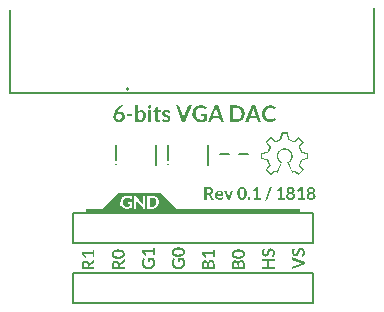
<source format=gto>
G04*
G04 #@! TF.GenerationSoftware,Altium Limited,Altium Designer,18.0.12 (696)*
G04*
G04 Layer_Color=65535*
%FSLAX44Y44*%
%MOMM*%
G71*
G01*
G75*
%ADD10C,0.2000*%
%ADD11R,18.2000X0.3500*%
G36*
X133440Y98500D02*
X133442D01*
Y98498D01*
X148490Y83450D01*
X133442D01*
Y83415D01*
X97000D01*
Y83500D01*
X82000D01*
X97000Y98500D01*
Y98500D01*
X133440D01*
Y98500D01*
X133440Y98500D01*
D02*
G37*
G36*
X191507Y93000D02*
X189832D01*
X186771Y100698D01*
X188383D01*
X188420Y100686D01*
X188533Y100660D01*
X188645Y100598D01*
X188658D01*
X188670Y100585D01*
X188720Y100536D01*
X188783Y100448D01*
X188845Y100348D01*
X190320Y96237D01*
X190332Y96224D01*
X190345Y96174D01*
X190370Y96099D01*
X190395Y96012D01*
X190432Y95899D01*
X190470Y95787D01*
X190532Y95524D01*
Y95512D01*
X190545Y95462D01*
X190570Y95399D01*
X190582Y95312D01*
X190607Y95212D01*
X190632Y95087D01*
X190695Y94837D01*
Y94850D01*
X190707Y94900D01*
X190720Y94962D01*
X190732Y95049D01*
X190757Y95162D01*
X190782Y95274D01*
X190845Y95524D01*
Y95537D01*
X190857Y95587D01*
X190882Y95649D01*
X190907Y95749D01*
X190945Y95849D01*
X190982Y95974D01*
X191070Y96237D01*
X192594Y100348D01*
Y100361D01*
X192607Y100373D01*
X192632Y100436D01*
X192694Y100523D01*
X192769Y100598D01*
X192782D01*
X192794Y100611D01*
X192857Y100648D01*
X192969Y100686D01*
X193094Y100698D01*
X194556D01*
X191507Y93000D01*
D02*
G37*
G36*
X253391Y94387D02*
X255341D01*
Y93000D01*
X249342D01*
Y94387D01*
X251542D01*
Y100698D01*
Y100710D01*
Y100760D01*
Y100836D01*
Y100935D01*
X251554Y101048D01*
Y101185D01*
X251567Y101473D01*
X250005Y100173D01*
X249992Y100161D01*
X249942Y100123D01*
X249879Y100086D01*
X249805Y100048D01*
X249792D01*
X249742Y100036D01*
X249680Y100023D01*
X249580D01*
X249517Y100036D01*
X249430Y100048D01*
X249330Y100086D01*
X249305Y100098D01*
X249255Y100136D01*
X249192Y100186D01*
X249142Y100236D01*
X248567Y101035D01*
X251866Y103860D01*
X253391D01*
Y94387D01*
D02*
G37*
G36*
X235996D02*
X237945D01*
Y93000D01*
X231947D01*
Y94387D01*
X234146D01*
Y100698D01*
Y100710D01*
Y100760D01*
Y100836D01*
Y100935D01*
X234159Y101048D01*
Y101185D01*
X234171Y101473D01*
X232609Y100173D01*
X232596Y100161D01*
X232547Y100123D01*
X232484Y100086D01*
X232409Y100048D01*
X232397D01*
X232346Y100036D01*
X232284Y100023D01*
X232184D01*
X232122Y100036D01*
X232034Y100048D01*
X231934Y100086D01*
X231909Y100098D01*
X231859Y100136D01*
X231797Y100186D01*
X231747Y100236D01*
X231172Y101035D01*
X234471Y103860D01*
X235996D01*
Y94387D01*
D02*
G37*
G36*
X215701D02*
X217650D01*
Y93000D01*
X211652D01*
Y94387D01*
X213851D01*
Y100698D01*
Y100710D01*
Y100760D01*
Y100836D01*
Y100935D01*
X213864Y101048D01*
Y101185D01*
X213876Y101473D01*
X212314Y100173D01*
X212302Y100161D01*
X212252Y100123D01*
X212189Y100086D01*
X212114Y100048D01*
X212102D01*
X212052Y100036D01*
X211989Y100023D01*
X211889D01*
X211827Y100036D01*
X211739Y100048D01*
X211639Y100086D01*
X211614Y100098D01*
X211564Y100136D01*
X211502Y100186D01*
X211452Y100236D01*
X210877Y101035D01*
X214176Y103860D01*
X215701D01*
Y94387D01*
D02*
G37*
G36*
X173587Y103835D02*
X173699D01*
X173824Y103822D01*
X173949D01*
X174249Y103785D01*
X174574Y103747D01*
X174886Y103685D01*
X175199Y103610D01*
X175211D01*
X175236Y103597D01*
X175274Y103585D01*
X175336Y103572D01*
X175474Y103522D01*
X175661Y103447D01*
X175874Y103360D01*
X176086Y103247D01*
X176298Y103122D01*
X176498Y102972D01*
X176523Y102960D01*
X176586Y102898D01*
X176673Y102810D01*
X176786Y102697D01*
X176911Y102548D01*
X177036Y102385D01*
X177148Y102198D01*
X177248Y101985D01*
X177261Y101960D01*
X177286Y101885D01*
X177323Y101773D01*
X177373Y101610D01*
X177411Y101423D01*
X177448Y101210D01*
X177473Y100973D01*
X177486Y100723D01*
Y100698D01*
Y100635D01*
X177473Y100523D01*
X177461Y100386D01*
X177448Y100223D01*
X177423Y100048D01*
X177373Y99873D01*
X177323Y99686D01*
X177311Y99661D01*
X177298Y99598D01*
X177261Y99511D01*
X177198Y99398D01*
X177136Y99261D01*
X177061Y99111D01*
X176961Y98948D01*
X176848Y98799D01*
X176836Y98786D01*
X176798Y98736D01*
X176736Y98661D01*
X176648Y98561D01*
X176536Y98449D01*
X176411Y98336D01*
X176261Y98211D01*
X176098Y98099D01*
X176073Y98086D01*
X176023Y98049D01*
X175936Y97999D01*
X175811Y97924D01*
X175661Y97849D01*
X175486Y97774D01*
X175299Y97699D01*
X175086Y97624D01*
X175099Y97611D01*
X175149Y97586D01*
X175224Y97536D01*
X175311Y97461D01*
X175424Y97374D01*
X175524Y97261D01*
X175636Y97136D01*
X175749Y96999D01*
X178460Y93000D01*
X176561D01*
X176498Y93013D01*
X176348Y93038D01*
X176198Y93100D01*
X176186D01*
X176173Y93125D01*
X176086Y93175D01*
X175986Y93275D01*
X175886Y93400D01*
X173612Y96874D01*
Y96887D01*
X173587Y96899D01*
X173524Y96974D01*
X173437Y97074D01*
X173324Y97149D01*
X173312D01*
X173299Y97161D01*
X173262Y97174D01*
X173212Y97199D01*
X173149Y97211D01*
X173074Y97224D01*
X172974Y97236D01*
X172012D01*
Y93000D01*
X170000D01*
Y103847D01*
X173487D01*
X173587Y103835D01*
D02*
G37*
G36*
X208090Y95149D02*
X208228Y95124D01*
X208390Y95062D01*
X208403D01*
X208428Y95049D01*
X208465Y95024D01*
X208515Y95000D01*
X208628Y94924D01*
X208753Y94824D01*
X208765Y94812D01*
X208778Y94799D01*
X208840Y94725D01*
X208915Y94612D01*
X208990Y94462D01*
Y94450D01*
X209002Y94425D01*
X209028Y94387D01*
X209040Y94325D01*
X209077Y94187D01*
X209090Y94025D01*
Y94012D01*
Y93987D01*
Y93937D01*
X209077Y93875D01*
X209053Y93725D01*
X208990Y93562D01*
Y93550D01*
X208978Y93525D01*
X208953Y93487D01*
X208927Y93450D01*
X208853Y93325D01*
X208753Y93212D01*
X208740D01*
X208728Y93187D01*
X208653Y93125D01*
X208540Y93050D01*
X208390Y92987D01*
X208378D01*
X208353Y92975D01*
X208315Y92963D01*
X208253Y92950D01*
X208115Y92913D01*
X207953Y92900D01*
X207865D01*
X207803Y92913D01*
X207665Y92937D01*
X207503Y92987D01*
X207490D01*
X207465Y93000D01*
X207428Y93025D01*
X207378Y93050D01*
X207253Y93112D01*
X207128Y93212D01*
Y93225D01*
X207103Y93237D01*
X207041Y93312D01*
X206966Y93425D01*
X206891Y93562D01*
Y93575D01*
X206878Y93600D01*
X206866Y93637D01*
X206853Y93700D01*
X206828Y93850D01*
X206816Y94025D01*
Y94037D01*
Y94062D01*
Y94112D01*
X206828Y94162D01*
X206853Y94300D01*
X206891Y94462D01*
Y94475D01*
X206903Y94500D01*
X206928Y94537D01*
X206953Y94587D01*
X207028Y94700D01*
X207128Y94824D01*
X207141Y94837D01*
X207153Y94850D01*
X207190Y94874D01*
X207241Y94912D01*
X207353Y94987D01*
X207503Y95062D01*
X207515D01*
X207540Y95075D01*
X207578Y95099D01*
X207640Y95112D01*
X207778Y95149D01*
X207953Y95162D01*
X208040D01*
X208090Y95149D01*
D02*
G37*
G36*
X183084Y100798D02*
X183259Y100786D01*
X183472Y100748D01*
X183696Y100710D01*
X183921Y100648D01*
X184159Y100573D01*
X184171D01*
X184184Y100561D01*
X184259Y100536D01*
X184371Y100473D01*
X184521Y100398D01*
X184684Y100298D01*
X184859Y100186D01*
X185034Y100048D01*
X185209Y99886D01*
X185234Y99861D01*
X185284Y99811D01*
X185359Y99711D01*
X185471Y99586D01*
X185583Y99423D01*
X185696Y99248D01*
X185808Y99036D01*
X185908Y98799D01*
Y98786D01*
X185921Y98773D01*
X185933Y98736D01*
X185946Y98686D01*
X185983Y98549D01*
X186033Y98374D01*
X186083Y98149D01*
X186121Y97899D01*
X186146Y97624D01*
X186158Y97324D01*
Y97311D01*
Y97286D01*
Y97249D01*
Y97199D01*
X186146Y97086D01*
X186133Y96974D01*
Y96949D01*
X186121Y96899D01*
X186108Y96824D01*
X186071Y96749D01*
X186058Y96736D01*
X186033Y96712D01*
X185996Y96674D01*
X185933Y96637D01*
X185921D01*
X185883Y96624D01*
X185808Y96612D01*
X180985D01*
Y96599D01*
Y96562D01*
X180997Y96499D01*
X181010Y96424D01*
X181022Y96324D01*
X181035Y96212D01*
X181097Y95949D01*
X181172Y95662D01*
X181285Y95374D01*
X181422Y95112D01*
X181509Y94987D01*
X181609Y94874D01*
X181622D01*
X181635Y94850D01*
X181672Y94824D01*
X181709Y94787D01*
X181835Y94700D01*
X182009Y94600D01*
X182222Y94500D01*
X182472Y94412D01*
X182759Y94350D01*
X182922Y94337D01*
X183084Y94325D01*
X183247D01*
X183347Y94337D01*
X183472Y94350D01*
X183596Y94362D01*
X183859Y94425D01*
X183871D01*
X183909Y94437D01*
X183971Y94462D01*
X184046Y94487D01*
X184234Y94562D01*
X184421Y94650D01*
X184434Y94662D01*
X184459Y94675D01*
X184509Y94700D01*
X184571Y94737D01*
X184709Y94812D01*
X184859Y94887D01*
X184871D01*
X184896Y94900D01*
X184921Y94924D01*
X184971Y94950D01*
X185084Y94987D01*
X185209Y95000D01*
X185271D01*
X185346Y94974D01*
X185408Y94950D01*
X185421Y94937D01*
X185459Y94912D01*
X185508Y94874D01*
X185546Y94824D01*
X186096Y94150D01*
X186083Y94137D01*
X186046Y94087D01*
X185971Y94025D01*
X185896Y93937D01*
X185783Y93837D01*
X185671Y93737D01*
X185534Y93637D01*
X185396Y93537D01*
X185384Y93525D01*
X185334Y93500D01*
X185259Y93450D01*
X185159Y93400D01*
X185034Y93337D01*
X184896Y93275D01*
X184596Y93150D01*
X184584D01*
X184521Y93125D01*
X184446Y93100D01*
X184334Y93075D01*
X184209Y93038D01*
X184059Y93000D01*
X183746Y92950D01*
X183734D01*
X183671Y92937D01*
X183596Y92925D01*
X183484D01*
X183359Y92913D01*
X183222Y92900D01*
X182922Y92887D01*
X182784D01*
X182709Y92900D01*
X182634D01*
X182434Y92925D01*
X182197Y92950D01*
X181947Y93000D01*
X181684Y93062D01*
X181422Y93150D01*
X181410D01*
X181397Y93162D01*
X181360Y93175D01*
X181310Y93200D01*
X181172Y93262D01*
X181010Y93350D01*
X180822Y93450D01*
X180622Y93587D01*
X180422Y93750D01*
X180222Y93925D01*
X180197Y93950D01*
X180135Y94025D01*
X180047Y94137D01*
X179935Y94287D01*
X179797Y94475D01*
X179673Y94687D01*
X179535Y94937D01*
X179423Y95212D01*
Y95224D01*
X179410Y95249D01*
X179398Y95287D01*
X179373Y95349D01*
X179360Y95424D01*
X179335Y95512D01*
X179310Y95612D01*
X179285Y95724D01*
X179223Y95987D01*
X179185Y96299D01*
X179148Y96637D01*
X179135Y96999D01*
Y97011D01*
Y97037D01*
Y97074D01*
Y97136D01*
X179148Y97199D01*
Y97286D01*
X179173Y97474D01*
X179198Y97711D01*
X179235Y97949D01*
X179298Y98211D01*
X179385Y98474D01*
Y98486D01*
X179398Y98511D01*
X179410Y98536D01*
X179435Y98586D01*
X179485Y98723D01*
X179573Y98886D01*
X179673Y99073D01*
X179797Y99286D01*
X179947Y99486D01*
X180110Y99686D01*
X180135Y99711D01*
X180197Y99773D01*
X180297Y99873D01*
X180435Y99986D01*
X180597Y100123D01*
X180797Y100261D01*
X181022Y100386D01*
X181272Y100511D01*
X181285D01*
X181310Y100523D01*
X181347Y100536D01*
X181397Y100561D01*
X181460Y100585D01*
X181535Y100611D01*
X181722Y100660D01*
X181947Y100710D01*
X182222Y100760D01*
X182509Y100798D01*
X182822Y100810D01*
X182947D01*
X183084Y100798D01*
D02*
G37*
G36*
X260652Y103947D02*
X260827Y103935D01*
X261039Y103910D01*
X261277Y103860D01*
X261514Y103810D01*
X261751Y103735D01*
X261764D01*
X261777Y103722D01*
X261852Y103697D01*
X261976Y103647D01*
X262126Y103572D01*
X262289Y103485D01*
X262464Y103372D01*
X262651Y103247D01*
X262826Y103110D01*
X262851Y103097D01*
X262901Y103047D01*
X262976Y102960D01*
X263089Y102847D01*
X263201Y102710D01*
X263314Y102560D01*
X263426Y102385D01*
X263526Y102185D01*
X263538Y102160D01*
X263563Y102098D01*
X263613Y101985D01*
X263664Y101848D01*
X263701Y101673D01*
X263751Y101485D01*
X263776Y101273D01*
X263789Y101048D01*
Y101035D01*
Y101010D01*
Y100961D01*
Y100911D01*
X263776Y100836D01*
X263764Y100748D01*
X263738Y100548D01*
X263689Y100323D01*
X263626Y100073D01*
X263526Y99823D01*
X263389Y99586D01*
Y99573D01*
X263376Y99561D01*
X263314Y99486D01*
X263226Y99373D01*
X263089Y99236D01*
X262926Y99086D01*
X262714Y98936D01*
X262476Y98786D01*
X262201Y98649D01*
X262214D01*
X262251Y98636D01*
X262301Y98611D01*
X262364Y98586D01*
X262451Y98549D01*
X262539Y98511D01*
X262751Y98399D01*
X262989Y98261D01*
X263239Y98099D01*
X263464Y97899D01*
X263664Y97661D01*
Y97649D01*
X263689Y97636D01*
X263713Y97599D01*
X263738Y97549D01*
X263776Y97474D01*
X263813Y97399D01*
X263901Y97211D01*
X263988Y96974D01*
X264063Y96699D01*
X264113Y96387D01*
X264138Y96037D01*
Y96024D01*
Y95999D01*
Y95962D01*
Y95912D01*
X264126Y95774D01*
X264101Y95599D01*
X264076Y95399D01*
X264026Y95174D01*
X263951Y94950D01*
X263864Y94725D01*
X263851Y94700D01*
X263813Y94625D01*
X263751Y94525D01*
X263664Y94387D01*
X263551Y94237D01*
X263426Y94062D01*
X263264Y93900D01*
X263089Y93737D01*
X263064Y93725D01*
X263001Y93675D01*
X262901Y93600D01*
X262764Y93500D01*
X262589Y93400D01*
X262389Y93300D01*
X262151Y93187D01*
X261901Y93100D01*
X261889D01*
X261877Y93088D01*
X261839Y93075D01*
X261777Y93062D01*
X261714Y93050D01*
X261639Y93025D01*
X261452Y92987D01*
X261227Y92950D01*
X260964Y92913D01*
X260689Y92887D01*
X260377Y92875D01*
X260239D01*
X260164Y92887D01*
X260077D01*
X259865Y92900D01*
X259627Y92925D01*
X259365Y92975D01*
X259090Y93025D01*
X258827Y93100D01*
X258815D01*
X258802Y93112D01*
X258765Y93125D01*
X258715Y93138D01*
X258590Y93187D01*
X258427Y93262D01*
X258240Y93350D01*
X258040Y93462D01*
X257840Y93587D01*
X257640Y93737D01*
X257615Y93762D01*
X257565Y93812D01*
X257478Y93900D01*
X257365Y94012D01*
X257240Y94162D01*
X257115Y94325D01*
X256990Y94512D01*
X256878Y94725D01*
Y94737D01*
X256865Y94749D01*
X256840Y94824D01*
X256790Y94950D01*
X256753Y95112D01*
X256703Y95299D01*
X256653Y95524D01*
X256628Y95774D01*
X256615Y96037D01*
Y96049D01*
Y96074D01*
Y96124D01*
X256628Y96199D01*
Y96287D01*
X256640Y96374D01*
X256678Y96599D01*
X256728Y96861D01*
X256815Y97124D01*
X256928Y97399D01*
X257078Y97661D01*
Y97674D01*
X257103Y97686D01*
X257128Y97724D01*
X257165Y97774D01*
X257278Y97886D01*
X257440Y98036D01*
X257640Y98199D01*
X257890Y98361D01*
X258190Y98511D01*
X258540Y98649D01*
X258527D01*
X258502Y98661D01*
X258465Y98686D01*
X258415Y98711D01*
X258265Y98786D01*
X258102Y98886D01*
X257903Y99023D01*
X257703Y99186D01*
X257515Y99373D01*
X257353Y99586D01*
Y99598D01*
X257340Y99611D01*
X257315Y99648D01*
X257290Y99698D01*
X257228Y99823D01*
X257165Y99998D01*
X257090Y100211D01*
X257028Y100461D01*
X256978Y100736D01*
X256965Y101048D01*
Y101060D01*
Y101073D01*
Y101148D01*
X256978Y101273D01*
X257003Y101423D01*
X257028Y101598D01*
X257065Y101785D01*
X257128Y101985D01*
X257215Y102185D01*
Y102198D01*
X257228Y102210D01*
X257265Y102273D01*
X257315Y102373D01*
X257403Y102498D01*
X257490Y102647D01*
X257615Y102797D01*
X257752Y102960D01*
X257915Y103110D01*
X257940Y103122D01*
X257990Y103172D01*
X258090Y103247D01*
X258215Y103335D01*
X258377Y103435D01*
X258565Y103547D01*
X258765Y103647D01*
X258990Y103735D01*
X259002D01*
X259015Y103747D01*
X259052Y103760D01*
X259102Y103772D01*
X259227Y103810D01*
X259402Y103847D01*
X259602Y103885D01*
X259839Y103922D01*
X260102Y103947D01*
X260377Y103960D01*
X260502D01*
X260652Y103947D01*
D02*
G37*
G36*
X243256D02*
X243431Y103935D01*
X243644Y103910D01*
X243881Y103860D01*
X244118Y103810D01*
X244356Y103735D01*
X244368D01*
X244381Y103722D01*
X244456Y103697D01*
X244581Y103647D01*
X244731Y103572D01*
X244893Y103485D01*
X245068Y103372D01*
X245256Y103247D01*
X245431Y103110D01*
X245456Y103097D01*
X245506Y103047D01*
X245581Y102960D01*
X245693Y102847D01*
X245806Y102710D01*
X245918Y102560D01*
X246031Y102385D01*
X246131Y102185D01*
X246143Y102160D01*
X246168Y102098D01*
X246218Y101985D01*
X246268Y101848D01*
X246306Y101673D01*
X246355Y101485D01*
X246380Y101273D01*
X246393Y101048D01*
Y101035D01*
Y101010D01*
Y100961D01*
Y100911D01*
X246380Y100836D01*
X246368Y100748D01*
X246343Y100548D01*
X246293Y100323D01*
X246231Y100073D01*
X246131Y99823D01*
X245993Y99586D01*
Y99573D01*
X245980Y99561D01*
X245918Y99486D01*
X245831Y99373D01*
X245693Y99236D01*
X245531Y99086D01*
X245318Y98936D01*
X245081Y98786D01*
X244806Y98649D01*
X244818D01*
X244856Y98636D01*
X244906Y98611D01*
X244968Y98586D01*
X245056Y98549D01*
X245143Y98511D01*
X245356Y98399D01*
X245593Y98261D01*
X245843Y98099D01*
X246068Y97899D01*
X246268Y97661D01*
Y97649D01*
X246293Y97636D01*
X246318Y97599D01*
X246343Y97549D01*
X246380Y97474D01*
X246418Y97399D01*
X246505Y97211D01*
X246593Y96974D01*
X246668Y96699D01*
X246718Y96387D01*
X246743Y96037D01*
Y96024D01*
Y95999D01*
Y95962D01*
Y95912D01*
X246730Y95774D01*
X246705Y95599D01*
X246680Y95399D01*
X246630Y95174D01*
X246555Y94950D01*
X246468Y94725D01*
X246455Y94700D01*
X246418Y94625D01*
X246355Y94525D01*
X246268Y94387D01*
X246155Y94237D01*
X246031Y94062D01*
X245868Y93900D01*
X245693Y93737D01*
X245668Y93725D01*
X245606Y93675D01*
X245506Y93600D01*
X245368Y93500D01*
X245193Y93400D01*
X244993Y93300D01*
X244756Y93187D01*
X244506Y93100D01*
X244493D01*
X244481Y93088D01*
X244443Y93075D01*
X244381Y93062D01*
X244319Y93050D01*
X244244Y93025D01*
X244056Y92987D01*
X243831Y92950D01*
X243569Y92913D01*
X243294Y92887D01*
X242981Y92875D01*
X242844D01*
X242769Y92887D01*
X242681D01*
X242469Y92900D01*
X242232Y92925D01*
X241969Y92975D01*
X241694Y93025D01*
X241432Y93100D01*
X241419D01*
X241407Y93112D01*
X241369Y93125D01*
X241319Y93138D01*
X241194Y93187D01*
X241032Y93262D01*
X240844Y93350D01*
X240644Y93462D01*
X240445Y93587D01*
X240245Y93737D01*
X240219Y93762D01*
X240170Y93812D01*
X240082Y93900D01*
X239970Y94012D01*
X239845Y94162D01*
X239720Y94325D01*
X239595Y94512D01*
X239482Y94725D01*
Y94737D01*
X239470Y94749D01*
X239445Y94824D01*
X239395Y94950D01*
X239357Y95112D01*
X239307Y95299D01*
X239257Y95524D01*
X239232Y95774D01*
X239220Y96037D01*
Y96049D01*
Y96074D01*
Y96124D01*
X239232Y96199D01*
Y96287D01*
X239245Y96374D01*
X239282Y96599D01*
X239332Y96861D01*
X239420Y97124D01*
X239532Y97399D01*
X239682Y97661D01*
Y97674D01*
X239707Y97686D01*
X239732Y97724D01*
X239770Y97774D01*
X239882Y97886D01*
X240045Y98036D01*
X240245Y98199D01*
X240494Y98361D01*
X240794Y98511D01*
X241144Y98649D01*
X241132D01*
X241107Y98661D01*
X241069Y98686D01*
X241019Y98711D01*
X240869Y98786D01*
X240707Y98886D01*
X240507Y99023D01*
X240307Y99186D01*
X240119Y99373D01*
X239957Y99586D01*
Y99598D01*
X239945Y99611D01*
X239920Y99648D01*
X239895Y99698D01*
X239832Y99823D01*
X239770Y99998D01*
X239695Y100211D01*
X239632Y100461D01*
X239582Y100736D01*
X239570Y101048D01*
Y101060D01*
Y101073D01*
Y101148D01*
X239582Y101273D01*
X239607Y101423D01*
X239632Y101598D01*
X239670Y101785D01*
X239732Y101985D01*
X239820Y102185D01*
Y102198D01*
X239832Y102210D01*
X239870Y102273D01*
X239920Y102373D01*
X240007Y102498D01*
X240095Y102647D01*
X240219Y102797D01*
X240357Y102960D01*
X240519Y103110D01*
X240544Y103122D01*
X240594Y103172D01*
X240694Y103247D01*
X240819Y103335D01*
X240982Y103435D01*
X241169Y103547D01*
X241369Y103647D01*
X241594Y103735D01*
X241607D01*
X241619Y103747D01*
X241657Y103760D01*
X241707Y103772D01*
X241832Y103810D01*
X242007Y103847D01*
X242206Y103885D01*
X242444Y103922D01*
X242706Y103947D01*
X242981Y103960D01*
X243106D01*
X243256Y103947D01*
D02*
G37*
G36*
X202117D02*
X202204D01*
X202404Y103922D01*
X202654Y103872D01*
X202917Y103822D01*
X203192Y103735D01*
X203466Y103622D01*
X203479D01*
X203504Y103610D01*
X203541Y103585D01*
X203591Y103560D01*
X203729Y103485D01*
X203904Y103372D01*
X204104Y103222D01*
X204316Y103047D01*
X204529Y102835D01*
X204741Y102598D01*
X204754Y102585D01*
X204766Y102572D01*
X204791Y102523D01*
X204829Y102473D01*
X204879Y102410D01*
X204928Y102335D01*
X204991Y102235D01*
X205054Y102135D01*
X205179Y101885D01*
X205316Y101585D01*
X205453Y101248D01*
X205578Y100873D01*
Y100861D01*
X205591Y100823D01*
X205603Y100773D01*
X205628Y100686D01*
X205653Y100585D01*
X205678Y100473D01*
X205703Y100336D01*
X205741Y100173D01*
X205766Y100011D01*
X205791Y99811D01*
X205816Y99611D01*
X205841Y99398D01*
X205866Y99173D01*
X205878Y98924D01*
X205891Y98411D01*
Y98399D01*
Y98349D01*
Y98274D01*
Y98174D01*
X205878Y98049D01*
Y97911D01*
X205866Y97749D01*
X205853Y97574D01*
X205816Y97186D01*
X205753Y96774D01*
X205678Y96362D01*
X205578Y95949D01*
Y95937D01*
X205566Y95899D01*
X205553Y95849D01*
X205528Y95774D01*
X205491Y95687D01*
X205453Y95587D01*
X205366Y95337D01*
X205241Y95062D01*
X205103Y94775D01*
X204928Y94487D01*
X204741Y94212D01*
Y94200D01*
X204716Y94187D01*
X204691Y94150D01*
X204641Y94100D01*
X204529Y93987D01*
X204379Y93837D01*
X204191Y93675D01*
X203979Y93500D01*
X203729Y93337D01*
X203466Y93200D01*
X203454D01*
X203429Y93187D01*
X203391Y93175D01*
X203342Y93150D01*
X203279Y93125D01*
X203192Y93100D01*
X203004Y93038D01*
X202767Y92975D01*
X202492Y92925D01*
X202204Y92887D01*
X201892Y92875D01*
X201754D01*
X201679Y92887D01*
X201592D01*
X201380Y92913D01*
X201142Y92950D01*
X200880Y93013D01*
X200605Y93088D01*
X200330Y93200D01*
X200317D01*
X200292Y93212D01*
X200255Y93237D01*
X200205Y93262D01*
X200067Y93337D01*
X199905Y93450D01*
X199705Y93600D01*
X199492Y93775D01*
X199280Y93975D01*
X199067Y94212D01*
Y94225D01*
X199043Y94250D01*
X199018Y94287D01*
X198980Y94337D01*
X198943Y94400D01*
X198880Y94487D01*
X198830Y94575D01*
X198768Y94687D01*
X198630Y94937D01*
X198493Y95237D01*
X198368Y95574D01*
X198243Y95949D01*
Y95962D01*
X198230Y95999D01*
X198218Y96062D01*
X198193Y96137D01*
X198168Y96237D01*
X198143Y96362D01*
X198118Y96499D01*
X198093Y96649D01*
X198068Y96824D01*
X198043Y97011D01*
X198018Y97211D01*
X197993Y97436D01*
X197968Y97661D01*
X197955Y97899D01*
X197943Y98411D01*
Y98424D01*
Y98474D01*
Y98549D01*
Y98649D01*
X197955Y98773D01*
Y98911D01*
X197968Y99073D01*
X197980Y99248D01*
X198018Y99636D01*
X198068Y100048D01*
X198143Y100473D01*
X198243Y100873D01*
Y100885D01*
X198255Y100923D01*
X198280Y100973D01*
X198293Y101048D01*
X198330Y101135D01*
X198368Y101235D01*
X198455Y101485D01*
X198580Y101760D01*
X198718Y102048D01*
X198880Y102335D01*
X199067Y102598D01*
X199080Y102610D01*
X199093Y102622D01*
X199118Y102660D01*
X199167Y102710D01*
X199280Y102835D01*
X199430Y102985D01*
X199617Y103147D01*
X199830Y103322D01*
X200067Y103485D01*
X200330Y103622D01*
X200342D01*
X200367Y103635D01*
X200405Y103660D01*
X200455Y103672D01*
X200530Y103697D01*
X200605Y103735D01*
X200792Y103797D01*
X201029Y103847D01*
X201292Y103910D01*
X201579Y103947D01*
X201892Y103960D01*
X202042D01*
X202117Y103947D01*
D02*
G37*
G36*
X222861Y92987D02*
Y92975D01*
X222849Y92963D01*
X222812Y92887D01*
X222761Y92788D01*
X222687Y92688D01*
X222674Y92663D01*
X222624Y92613D01*
X222549Y92550D01*
X222449Y92475D01*
X222424Y92463D01*
X222374Y92425D01*
X222287Y92375D01*
X222174Y92338D01*
X222162D01*
X222149Y92325D01*
X222087Y92313D01*
X221987Y92300D01*
X221874Y92288D01*
X221112D01*
X225473Y103485D01*
Y103497D01*
X225498Y103535D01*
X225523Y103597D01*
X225561Y103660D01*
X225673Y103822D01*
X225748Y103897D01*
X225836Y103972D01*
X225848Y103985D01*
X225886Y103997D01*
X225936Y104022D01*
X225998Y104060D01*
X226086Y104097D01*
X226186Y104122D01*
X226298Y104135D01*
X226423Y104147D01*
X227210D01*
X222861Y92987D01*
D02*
G37*
G36*
X240704Y150038D02*
X240815Y149954D01*
X240871Y149843D01*
Y149816D01*
X241787Y144763D01*
X241842Y144652D01*
X241926Y144541D01*
X242009Y144513D01*
X242037Y144485D01*
X245424Y143097D01*
X245562Y143041D01*
X245674Y143069D01*
X245757D01*
X245785Y143097D01*
X250032Y146012D01*
X250088Y146040D01*
X250143Y146068D01*
X250254Y146040D01*
X250338Y146012D01*
X250365Y145984D01*
X253919Y142431D01*
X254002Y142320D01*
Y142209D01*
X253974Y142125D01*
Y142098D01*
X251143Y137933D01*
X251087Y137794D01*
X251059Y137683D01*
X251087Y137600D01*
Y137572D01*
X252586Y134046D01*
X252670Y133935D01*
X252753Y133852D01*
X252836Y133797D01*
X252864D01*
X257778Y132908D01*
X257917Y132853D01*
X257972Y132769D01*
X258000Y132658D01*
Y132631D01*
Y127606D01*
X257972Y127467D01*
X257889Y127384D01*
X257806Y127328D01*
X257778D01*
X253003Y126440D01*
X252864Y126384D01*
X252753Y126301D01*
X252725Y126218D01*
X252697Y126190D01*
X251226Y122470D01*
X251198Y122331D01*
Y122220D01*
X251226Y122137D01*
X251254Y122109D01*
X253974Y118139D01*
X254002Y118028D01*
X253974Y117944D01*
X253947Y117889D01*
X253919Y117861D01*
X250365Y114280D01*
X250254Y114224D01*
X250060D01*
X250032Y114252D01*
X246145Y116917D01*
X246035Y116973D01*
X245923D01*
X245812Y116945D01*
X245785Y116917D01*
X244091Y116001D01*
X243952Y115973D01*
X243869Y116029D01*
X243841Y116084D01*
X243813Y116112D01*
X240260Y124607D01*
X240232Y124746D01*
X240288Y124857D01*
X240343Y124913D01*
X240371Y124941D01*
X240787Y125190D01*
X240982Y125329D01*
X241037Y125357D01*
X241065Y125385D01*
X241481Y125690D01*
X241842Y126023D01*
X242176Y126356D01*
X242453Y126690D01*
X242675Y126967D01*
X242814Y127189D01*
X242925Y127328D01*
X242953Y127384D01*
X243175Y127856D01*
X243342Y128328D01*
X243480Y128772D01*
X243564Y129188D01*
X243619Y129549D01*
X243647Y129827D01*
Y129938D01*
Y130021D01*
Y130049D01*
Y130077D01*
X243619Y130493D01*
X243564Y130909D01*
X243508Y131298D01*
X243397Y131659D01*
X243120Y132325D01*
X242814Y132908D01*
X242675Y133158D01*
X242536Y133380D01*
X242398Y133575D01*
X242259Y133741D01*
X242148Y133852D01*
X242092Y133935D01*
X242037Y133991D01*
X242009Y134019D01*
X241704Y134296D01*
X241370Y134574D01*
X241037Y134768D01*
X240704Y134963D01*
X240371Y135129D01*
X240038Y135268D01*
X239427Y135462D01*
X239149Y135518D01*
X238872Y135574D01*
X238650Y135601D01*
X238455Y135629D01*
X238289Y135657D01*
X238067D01*
X237650Y135629D01*
X237234Y135574D01*
X236845Y135518D01*
X236484Y135407D01*
X235818Y135129D01*
X235235Y134852D01*
X234985Y134685D01*
X234763Y134546D01*
X234569Y134408D01*
X234402Y134269D01*
X234291Y134158D01*
X234208Y134102D01*
X234152Y134046D01*
X234125Y134019D01*
X233847Y133713D01*
X233569Y133380D01*
X233375Y133047D01*
X233181Y132714D01*
X233014Y132381D01*
X232875Y132048D01*
X232681Y131437D01*
X232625Y131159D01*
X232570Y130882D01*
X232542Y130660D01*
X232514Y130465D01*
X232486Y130299D01*
Y130188D01*
Y130104D01*
Y130077D01*
X232514Y129549D01*
X232598Y129049D01*
X232709Y128577D01*
X232847Y128189D01*
X232986Y127856D01*
X233097Y127606D01*
X233181Y127439D01*
X233208Y127411D01*
Y127384D01*
X233486Y126939D01*
X233791Y126551D01*
X234097Y126218D01*
X234402Y125940D01*
X234652Y125690D01*
X234874Y125524D01*
X235013Y125413D01*
X235068Y125385D01*
X235263Y125246D01*
X235318Y125218D01*
X235346Y125190D01*
X235763Y124941D01*
X235874Y124830D01*
X235901Y124746D01*
X235874Y124635D01*
Y124607D01*
X232320Y116112D01*
X232237Y116001D01*
X232153Y115973D01*
X232070Y116001D01*
X232042D01*
X230349Y116917D01*
X230210Y116973D01*
X230071D01*
X230016Y116945D01*
X229988Y116917D01*
X226101Y114252D01*
X225990Y114224D01*
X225879D01*
X225796Y114252D01*
X225768Y114280D01*
X222215Y117861D01*
X222131Y117972D01*
Y118055D01*
Y118111D01*
X222159Y118139D01*
X224880Y122109D01*
X224935Y122248D01*
Y122359D01*
X224907Y122442D01*
Y122470D01*
X223436Y126190D01*
X223353Y126329D01*
X223242Y126412D01*
X223158Y126440D01*
X223131D01*
X218356Y127328D01*
X218217Y127384D01*
X218161Y127495D01*
X218134Y127578D01*
Y127606D01*
Y132631D01*
X218161Y132769D01*
X218244Y132853D01*
X218328Y132908D01*
X218356D01*
X223270Y133797D01*
X223381Y133852D01*
X223492Y133935D01*
X223519Y134019D01*
X223547Y134046D01*
X225046Y137572D01*
X225074Y137711D01*
X225046Y137822D01*
X225019Y137906D01*
X224991Y137933D01*
X222159Y142098D01*
X222131Y142209D01*
Y142320D01*
X222187Y142403D01*
X222215Y142431D01*
X225768Y145984D01*
X225824Y146040D01*
X225879Y146068D01*
X225990D01*
X226073Y146040D01*
X226101Y146012D01*
X230349Y143097D01*
X230488Y143041D01*
X230599Y143069D01*
X230682D01*
X230710Y143097D01*
X234097Y144485D01*
X234208Y144568D01*
X234291Y144652D01*
X234347Y144735D01*
Y144763D01*
X235263Y149816D01*
X235346Y149954D01*
X235429Y150038D01*
X235540Y150065D01*
X240565D01*
X240704Y150038D01*
D02*
G37*
G36*
X251876Y52208D02*
X252063Y52183D01*
X252276Y52158D01*
X252500Y52108D01*
X252750Y52045D01*
X252988Y51958D01*
X253000D01*
X253013Y51945D01*
X253050Y51933D01*
X253100Y51908D01*
X253213Y51858D01*
X253363Y51771D01*
X253538Y51670D01*
X253725Y51546D01*
X253925Y51396D01*
X254113Y51221D01*
X254138Y51196D01*
X254188Y51133D01*
X254275Y51033D01*
X254387Y50896D01*
X254500Y50721D01*
X254625Y50521D01*
X254750Y50296D01*
X254862Y50046D01*
Y50033D01*
X254875Y50008D01*
X254887Y49971D01*
X254900Y49921D01*
X254925Y49858D01*
X254950Y49784D01*
X254987Y49584D01*
X255037Y49346D01*
X255087Y49071D01*
X255112Y48771D01*
X255125Y48446D01*
Y48259D01*
X255112Y48121D01*
X255100Y47971D01*
X255087Y47797D01*
X255025Y47422D01*
Y47397D01*
X255000Y47334D01*
X254987Y47234D01*
X254950Y47109D01*
X254912Y46972D01*
X254862Y46809D01*
X254737Y46459D01*
X254725Y46434D01*
X254700Y46384D01*
X254662Y46297D01*
X254612Y46184D01*
X254550Y46047D01*
X254463Y45910D01*
X254287Y45597D01*
X254275Y45585D01*
X254237Y45535D01*
X254188Y45460D01*
X254113Y45360D01*
X254038Y45247D01*
X253938Y45122D01*
X253713Y44885D01*
X252738Y45472D01*
X252725Y45485D01*
X252675Y45535D01*
X252626Y45597D01*
X252563Y45672D01*
X252551Y45697D01*
X252526Y45747D01*
X252500Y45834D01*
X252488Y45935D01*
Y45972D01*
X252500Y46009D01*
X252513Y46059D01*
X252551Y46184D01*
X252600Y46259D01*
X252650Y46334D01*
X252663Y46347D01*
X252675Y46372D01*
X252713Y46422D01*
X252750Y46484D01*
X252800Y46559D01*
X252850Y46647D01*
X252988Y46847D01*
X253000Y46859D01*
X253013Y46897D01*
X253050Y46959D01*
X253100Y47047D01*
X253150Y47147D01*
X253213Y47272D01*
X253263Y47397D01*
X253325Y47547D01*
Y47559D01*
X253350Y47621D01*
X253375Y47709D01*
X253400Y47821D01*
X253425Y47959D01*
X253450Y48121D01*
X253463Y48309D01*
X253475Y48509D01*
Y48596D01*
X253463Y48646D01*
Y48721D01*
X253450Y48809D01*
X253425Y48996D01*
X253375Y49209D01*
X253300Y49434D01*
X253213Y49658D01*
X253075Y49846D01*
X253050Y49871D01*
X253000Y49921D01*
X252900Y49996D01*
X252775Y50083D01*
X252613Y50171D01*
X252400Y50246D01*
X252176Y50296D01*
X251901Y50321D01*
X251876D01*
X251826D01*
X251751Y50308D01*
X251651Y50296D01*
X251538Y50271D01*
X251426Y50221D01*
X251313Y50171D01*
X251201Y50096D01*
X251188Y50083D01*
X251151Y50058D01*
X251101Y50008D01*
X251038Y49946D01*
X250976Y49871D01*
X250888Y49771D01*
X250826Y49658D01*
X250751Y49534D01*
X250738Y49521D01*
X250713Y49471D01*
X250688Y49396D01*
X250639Y49309D01*
X250588Y49184D01*
X250539Y49046D01*
X250488Y48896D01*
X250438Y48734D01*
Y48709D01*
X250413Y48659D01*
X250389Y48571D01*
X250351Y48446D01*
X250313Y48309D01*
X250264Y48159D01*
X250164Y47809D01*
X250151Y47784D01*
X250139Y47734D01*
X250101Y47634D01*
X250064Y47522D01*
X250014Y47384D01*
X249951Y47234D01*
X249801Y46897D01*
X249789Y46872D01*
X249764Y46822D01*
X249714Y46734D01*
X249651Y46634D01*
X249576Y46509D01*
X249476Y46372D01*
X249376Y46234D01*
X249251Y46097D01*
X249239Y46084D01*
X249189Y46034D01*
X249114Y45972D01*
X249014Y45897D01*
X248901Y45809D01*
X248751Y45710D01*
X248589Y45622D01*
X248414Y45535D01*
X248389Y45522D01*
X248327Y45497D01*
X248214Y45472D01*
X248064Y45435D01*
X247889Y45385D01*
X247664Y45360D01*
X247427Y45335D01*
X247164Y45322D01*
X247152D01*
X247139D01*
X247064D01*
X246939Y45335D01*
X246789Y45347D01*
X246614Y45372D01*
X246415Y45422D01*
X246215Y45472D01*
X246002Y45547D01*
X245990D01*
X245977Y45560D01*
X245902Y45597D01*
X245802Y45647D01*
X245665Y45722D01*
X245515Y45822D01*
X245352Y45935D01*
X245177Y46072D01*
X245015Y46234D01*
X244990Y46259D01*
X244940Y46322D01*
X244865Y46409D01*
X244765Y46547D01*
X244653Y46709D01*
X244540Y46897D01*
X244415Y47109D01*
X244315Y47347D01*
Y47359D01*
X244303Y47372D01*
X244290Y47409D01*
X244278Y47459D01*
X244253Y47522D01*
X244228Y47597D01*
X244178Y47784D01*
X244128Y48009D01*
X244078Y48259D01*
X244053Y48546D01*
X244040Y48859D01*
Y49021D01*
X244053Y49109D01*
Y49209D01*
X244065Y49321D01*
X244078Y49446D01*
X244115Y49721D01*
X244165Y50008D01*
X244240Y50321D01*
X244340Y50633D01*
Y50646D01*
X244353Y50671D01*
X244365Y50708D01*
X244390Y50771D01*
X244428Y50833D01*
X244465Y50921D01*
X244552Y51108D01*
X244678Y51321D01*
X244827Y51558D01*
X244990Y51783D01*
X245190Y52008D01*
X246140Y51521D01*
X246152D01*
X246165Y51508D01*
X246227Y51458D01*
X246302Y51396D01*
X246365Y51321D01*
X246377Y51308D01*
X246390Y51258D01*
X246415Y51171D01*
X246427Y51071D01*
Y51046D01*
X246415Y50971D01*
X246377Y50871D01*
X246315Y50733D01*
Y50721D01*
X246290Y50696D01*
X246277Y50658D01*
X246240Y50608D01*
X246165Y50471D01*
X246065Y50283D01*
X246052Y50271D01*
X246040Y50233D01*
X246015Y50183D01*
X245977Y50121D01*
X245940Y50033D01*
X245890Y49921D01*
X245840Y49809D01*
X245802Y49683D01*
Y49671D01*
X245777Y49621D01*
X245765Y49559D01*
X245740Y49458D01*
X245715Y49346D01*
X245702Y49209D01*
X245677Y49046D01*
Y48734D01*
X245690Y48634D01*
X245702Y48521D01*
X245727Y48396D01*
X245790Y48146D01*
Y48134D01*
X245802Y48096D01*
X245827Y48034D01*
X245865Y47971D01*
X245952Y47797D01*
X246077Y47621D01*
X246090Y47609D01*
X246102Y47584D01*
X246140Y47547D01*
X246190Y47509D01*
X246327Y47397D01*
X246502Y47309D01*
X246514D01*
X246539Y47297D01*
X246602Y47284D01*
X246665Y47259D01*
X246740Y47247D01*
X246839Y47222D01*
X247052Y47209D01*
X247064D01*
X247114D01*
X247189Y47222D01*
X247277Y47234D01*
X247377Y47259D01*
X247477Y47297D01*
X247589Y47347D01*
X247689Y47422D01*
X247702Y47434D01*
X247727Y47459D01*
X247777Y47509D01*
X247839Y47572D01*
X247902Y47646D01*
X247977Y47747D01*
X248052Y47859D01*
X248127Y47984D01*
X248139Y47996D01*
X248152Y48046D01*
X248189Y48121D01*
X248227Y48221D01*
X248277Y48334D01*
X248339Y48471D01*
X248389Y48621D01*
X248451Y48784D01*
Y48809D01*
X248477Y48859D01*
X248501Y48946D01*
X248539Y49071D01*
X248589Y49209D01*
X248639Y49359D01*
X248751Y49708D01*
X248764Y49734D01*
X248776Y49796D01*
X248814Y49883D01*
X248864Y50008D01*
X248914Y50146D01*
X248976Y50296D01*
X249126Y50633D01*
X249139Y50658D01*
X249164Y50708D01*
X249214Y50796D01*
X249276Y50908D01*
X249351Y51021D01*
X249439Y51158D01*
X249551Y51296D01*
X249664Y51433D01*
X249676Y51445D01*
X249726Y51495D01*
X249789Y51558D01*
X249889Y51633D01*
X250001Y51720D01*
X250139Y51820D01*
X250289Y51908D01*
X250464Y51995D01*
X250488Y52008D01*
X250551Y52033D01*
X250651Y52070D01*
X250788Y52108D01*
X250951Y52145D01*
X251151Y52183D01*
X251376Y52208D01*
X251613Y52220D01*
X251626D01*
X251651D01*
X251688D01*
X251738D01*
X251876Y52208D01*
D02*
G37*
G36*
X255000Y40198D02*
Y38374D01*
X244153Y34000D01*
Y35675D01*
X244165Y35712D01*
Y35775D01*
X244215Y35912D01*
X244240Y35987D01*
X244290Y36049D01*
Y36062D01*
X244315Y36075D01*
X244378Y36149D01*
X244478Y36224D01*
X244615Y36299D01*
X251238Y38849D01*
X251251D01*
X251288Y38874D01*
X251363Y38899D01*
X251438Y38924D01*
X251551Y38961D01*
X251663Y38999D01*
X251801Y39049D01*
X251938Y39086D01*
X251951D01*
X252001Y39111D01*
X252088Y39136D01*
X252188Y39161D01*
X252300Y39199D01*
X252438Y39236D01*
X252750Y39311D01*
X252738D01*
X252713Y39324D01*
X252663D01*
X252600Y39349D01*
X252526Y39361D01*
X252438Y39386D01*
X252238Y39436D01*
X252001Y39499D01*
X251751Y39574D01*
X251488Y39649D01*
X251238Y39748D01*
X244615Y42285D01*
X244603D01*
X244590Y42298D01*
X244515Y42335D01*
X244415Y42410D01*
X244303Y42523D01*
X244290Y42535D01*
X244278Y42560D01*
X244253Y42598D01*
X244228Y42648D01*
X244178Y42773D01*
X244153Y42860D01*
Y44585D01*
X255000Y40198D01*
D02*
G37*
G36*
X226445Y51820D02*
X226633Y51796D01*
X226845Y51771D01*
X227070Y51720D01*
X227320Y51658D01*
X227557Y51571D01*
X227570D01*
X227582Y51558D01*
X227620Y51546D01*
X227670Y51521D01*
X227782Y51470D01*
X227932Y51383D01*
X228107Y51283D01*
X228295Y51158D01*
X228495Y51008D01*
X228682Y50833D01*
X228707Y50808D01*
X228757Y50746D01*
X228845Y50646D01*
X228957Y50508D01*
X229069Y50333D01*
X229194Y50133D01*
X229319Y49908D01*
X229432Y49658D01*
Y49646D01*
X229444Y49621D01*
X229457Y49584D01*
X229469Y49534D01*
X229494Y49471D01*
X229519Y49396D01*
X229557Y49196D01*
X229607Y48959D01*
X229657Y48684D01*
X229682Y48384D01*
X229694Y48059D01*
Y47871D01*
X229682Y47734D01*
X229669Y47584D01*
X229657Y47409D01*
X229594Y47034D01*
Y47009D01*
X229569Y46947D01*
X229557Y46847D01*
X229519Y46722D01*
X229482Y46584D01*
X229432Y46422D01*
X229307Y46072D01*
X229294Y46047D01*
X229269Y45997D01*
X229232Y45910D01*
X229182Y45797D01*
X229119Y45659D01*
X229032Y45522D01*
X228857Y45210D01*
X228845Y45197D01*
X228807Y45147D01*
X228757Y45072D01*
X228682Y44972D01*
X228607Y44860D01*
X228507Y44735D01*
X228282Y44497D01*
X227307Y45085D01*
X227295Y45097D01*
X227245Y45147D01*
X227195Y45210D01*
X227132Y45285D01*
X227120Y45310D01*
X227095Y45360D01*
X227070Y45447D01*
X227057Y45547D01*
Y45585D01*
X227070Y45622D01*
X227083Y45672D01*
X227120Y45797D01*
X227170Y45872D01*
X227220Y45947D01*
X227232Y45959D01*
X227245Y45984D01*
X227282Y46034D01*
X227320Y46097D01*
X227370Y46172D01*
X227420Y46259D01*
X227557Y46459D01*
X227570Y46472D01*
X227582Y46509D01*
X227620Y46572D01*
X227670Y46659D01*
X227720Y46759D01*
X227782Y46884D01*
X227832Y47009D01*
X227895Y47159D01*
Y47172D01*
X227920Y47234D01*
X227945Y47322D01*
X227970Y47434D01*
X227995Y47572D01*
X228020Y47734D01*
X228032Y47921D01*
X228045Y48121D01*
Y48209D01*
X228032Y48259D01*
Y48334D01*
X228020Y48421D01*
X227995Y48609D01*
X227945Y48821D01*
X227870Y49046D01*
X227782Y49271D01*
X227645Y49458D01*
X227620Y49483D01*
X227570Y49534D01*
X227470Y49608D01*
X227345Y49696D01*
X227182Y49784D01*
X226970Y49858D01*
X226745Y49908D01*
X226470Y49933D01*
X226445D01*
X226395D01*
X226320Y49921D01*
X226220Y49908D01*
X226108Y49883D01*
X225995Y49833D01*
X225883Y49784D01*
X225770Y49708D01*
X225758Y49696D01*
X225720Y49671D01*
X225670Y49621D01*
X225608Y49559D01*
X225545Y49483D01*
X225458Y49384D01*
X225395Y49271D01*
X225320Y49146D01*
X225308Y49134D01*
X225283Y49084D01*
X225258Y49009D01*
X225208Y48921D01*
X225158Y48796D01*
X225108Y48659D01*
X225058Y48509D01*
X225008Y48346D01*
Y48321D01*
X224983Y48271D01*
X224958Y48184D01*
X224921Y48059D01*
X224883Y47921D01*
X224833Y47772D01*
X224733Y47422D01*
X224721Y47397D01*
X224708Y47347D01*
X224671Y47247D01*
X224633Y47134D01*
X224583Y46997D01*
X224521Y46847D01*
X224371Y46509D01*
X224358Y46484D01*
X224333Y46434D01*
X224283Y46347D01*
X224221Y46247D01*
X224146Y46122D01*
X224046Y45984D01*
X223946Y45847D01*
X223821Y45710D01*
X223808Y45697D01*
X223758Y45647D01*
X223683Y45585D01*
X223583Y45510D01*
X223471Y45422D01*
X223321Y45322D01*
X223158Y45235D01*
X222983Y45147D01*
X222959Y45135D01*
X222896Y45110D01*
X222784Y45085D01*
X222634Y45047D01*
X222459Y44997D01*
X222234Y44972D01*
X221996Y44947D01*
X221734Y44935D01*
X221721D01*
X221709D01*
X221634D01*
X221509Y44947D01*
X221359Y44960D01*
X221184Y44985D01*
X220984Y45035D01*
X220784Y45085D01*
X220572Y45160D01*
X220559D01*
X220547Y45172D01*
X220472Y45210D01*
X220372Y45260D01*
X220234Y45335D01*
X220084Y45435D01*
X219922Y45547D01*
X219747Y45684D01*
X219584Y45847D01*
X219559Y45872D01*
X219509Y45935D01*
X219434Y46022D01*
X219334Y46159D01*
X219222Y46322D01*
X219109Y46509D01*
X218985Y46722D01*
X218885Y46959D01*
Y46972D01*
X218872Y46984D01*
X218860Y47022D01*
X218847Y47072D01*
X218822Y47134D01*
X218797Y47209D01*
X218747Y47397D01*
X218697Y47621D01*
X218647Y47871D01*
X218622Y48159D01*
X218610Y48471D01*
Y48634D01*
X218622Y48721D01*
Y48821D01*
X218635Y48934D01*
X218647Y49059D01*
X218685Y49334D01*
X218735Y49621D01*
X218810Y49933D01*
X218909Y50246D01*
Y50258D01*
X218922Y50283D01*
X218934Y50321D01*
X218960Y50383D01*
X218997Y50446D01*
X219035Y50533D01*
X219122Y50721D01*
X219247Y50933D01*
X219397Y51171D01*
X219559Y51396D01*
X219759Y51620D01*
X220709Y51133D01*
X220722D01*
X220734Y51121D01*
X220797Y51071D01*
X220872Y51008D01*
X220934Y50933D01*
X220947Y50921D01*
X220959Y50871D01*
X220984Y50783D01*
X220996Y50683D01*
Y50658D01*
X220984Y50583D01*
X220947Y50483D01*
X220884Y50346D01*
Y50333D01*
X220859Y50308D01*
X220847Y50271D01*
X220809Y50221D01*
X220734Y50083D01*
X220634Y49896D01*
X220622Y49883D01*
X220609Y49846D01*
X220584Y49796D01*
X220547Y49734D01*
X220509Y49646D01*
X220459Y49534D01*
X220409Y49421D01*
X220372Y49296D01*
Y49284D01*
X220347Y49234D01*
X220334Y49171D01*
X220309Y49071D01*
X220284Y48959D01*
X220272Y48821D01*
X220247Y48659D01*
Y48346D01*
X220259Y48246D01*
X220272Y48134D01*
X220297Y48009D01*
X220359Y47759D01*
Y47747D01*
X220372Y47709D01*
X220397Y47646D01*
X220434Y47584D01*
X220522Y47409D01*
X220647Y47234D01*
X220659Y47222D01*
X220672Y47197D01*
X220709Y47159D01*
X220759Y47122D01*
X220896Y47009D01*
X221071Y46922D01*
X221084D01*
X221109Y46909D01*
X221171Y46897D01*
X221234Y46872D01*
X221309Y46859D01*
X221409Y46834D01*
X221621Y46822D01*
X221634D01*
X221684D01*
X221759Y46834D01*
X221846Y46847D01*
X221946Y46872D01*
X222046Y46909D01*
X222159Y46959D01*
X222259Y47034D01*
X222271Y47047D01*
X222296Y47072D01*
X222346Y47122D01*
X222409Y47184D01*
X222471Y47259D01*
X222546Y47359D01*
X222621Y47472D01*
X222696Y47597D01*
X222709Y47609D01*
X222721Y47659D01*
X222759Y47734D01*
X222796Y47834D01*
X222846Y47946D01*
X222908Y48084D01*
X222959Y48234D01*
X223021Y48396D01*
Y48421D01*
X223046Y48471D01*
X223071Y48559D01*
X223109Y48684D01*
X223158Y48821D01*
X223208Y48971D01*
X223321Y49321D01*
X223333Y49346D01*
X223346Y49409D01*
X223383Y49496D01*
X223433Y49621D01*
X223483Y49759D01*
X223546Y49908D01*
X223696Y50246D01*
X223708Y50271D01*
X223733Y50321D01*
X223783Y50408D01*
X223846Y50521D01*
X223921Y50633D01*
X224008Y50771D01*
X224121Y50908D01*
X224233Y51046D01*
X224246Y51058D01*
X224296Y51108D01*
X224358Y51171D01*
X224458Y51246D01*
X224571Y51333D01*
X224708Y51433D01*
X224858Y51521D01*
X225033Y51608D01*
X225058Y51620D01*
X225121Y51645D01*
X225220Y51683D01*
X225358Y51720D01*
X225520Y51758D01*
X225720Y51796D01*
X225945Y51820D01*
X226183Y51833D01*
X226195D01*
X226220D01*
X226258D01*
X226308D01*
X226445Y51820D01*
D02*
G37*
G36*
X229569Y41098D02*
X224833D01*
Y36037D01*
X229569D01*
Y34000D01*
X218722D01*
Y36037D01*
X223396D01*
Y41098D01*
X218722D01*
Y43135D01*
X229569D01*
Y41098D01*
D02*
G37*
G36*
X199215Y50983D02*
X199352D01*
X199515Y50971D01*
X199690Y50958D01*
X200077Y50921D01*
X200490Y50858D01*
X200902Y50783D01*
X201314Y50683D01*
X201327D01*
X201364Y50671D01*
X201414Y50658D01*
X201489Y50633D01*
X201577Y50596D01*
X201677Y50558D01*
X201927Y50471D01*
X202202Y50346D01*
X202489Y50208D01*
X202777Y50033D01*
X203051Y49846D01*
X203064D01*
X203076Y49821D01*
X203114Y49796D01*
X203164Y49746D01*
X203276Y49633D01*
X203426Y49483D01*
X203589Y49296D01*
X203764Y49084D01*
X203926Y48834D01*
X204064Y48571D01*
Y48559D01*
X204076Y48534D01*
X204089Y48496D01*
X204114Y48446D01*
X204139Y48384D01*
X204164Y48296D01*
X204226Y48109D01*
X204289Y47871D01*
X204339Y47597D01*
X204376Y47309D01*
X204389Y46997D01*
Y46859D01*
X204376Y46784D01*
Y46697D01*
X204351Y46484D01*
X204314Y46247D01*
X204251Y45984D01*
X204176Y45710D01*
X204064Y45435D01*
Y45422D01*
X204051Y45397D01*
X204026Y45360D01*
X204001Y45310D01*
X203926Y45172D01*
X203814Y45010D01*
X203664Y44810D01*
X203489Y44597D01*
X203289Y44385D01*
X203051Y44172D01*
X203039D01*
X203014Y44147D01*
X202976Y44122D01*
X202926Y44085D01*
X202864Y44047D01*
X202777Y43985D01*
X202689Y43935D01*
X202577Y43872D01*
X202327Y43735D01*
X202027Y43598D01*
X201689Y43473D01*
X201314Y43348D01*
X201302D01*
X201264Y43335D01*
X201202Y43323D01*
X201127Y43298D01*
X201027Y43273D01*
X200902Y43248D01*
X200765Y43223D01*
X200614Y43198D01*
X200440Y43173D01*
X200252Y43148D01*
X200052Y43123D01*
X199827Y43098D01*
X199602Y43073D01*
X199365Y43060D01*
X198853Y43048D01*
X198840D01*
X198790D01*
X198715D01*
X198615D01*
X198490Y43060D01*
X198353D01*
X198190Y43073D01*
X198015Y43085D01*
X197628Y43123D01*
X197215Y43173D01*
X196791Y43248D01*
X196391Y43348D01*
X196378D01*
X196341Y43360D01*
X196291Y43385D01*
X196216Y43398D01*
X196128Y43435D01*
X196028Y43473D01*
X195778Y43560D01*
X195503Y43685D01*
X195216Y43822D01*
X194928Y43985D01*
X194666Y44172D01*
X194653Y44185D01*
X194641Y44197D01*
X194604Y44222D01*
X194554Y44272D01*
X194429Y44385D01*
X194279Y44535D01*
X194116Y44722D01*
X193941Y44935D01*
X193779Y45172D01*
X193641Y45435D01*
Y45447D01*
X193629Y45472D01*
X193604Y45510D01*
X193591Y45560D01*
X193566Y45634D01*
X193529Y45710D01*
X193466Y45897D01*
X193416Y46134D01*
X193354Y46397D01*
X193316Y46684D01*
X193304Y46997D01*
Y47147D01*
X193316Y47222D01*
Y47309D01*
X193341Y47509D01*
X193391Y47759D01*
X193441Y48021D01*
X193529Y48296D01*
X193641Y48571D01*
Y48584D01*
X193654Y48609D01*
X193679Y48646D01*
X193704Y48696D01*
X193779Y48834D01*
X193891Y49009D01*
X194041Y49209D01*
X194216Y49421D01*
X194429Y49633D01*
X194666Y49846D01*
X194678Y49858D01*
X194691Y49871D01*
X194741Y49896D01*
X194791Y49933D01*
X194853Y49983D01*
X194928Y50033D01*
X195028Y50096D01*
X195128Y50158D01*
X195378Y50283D01*
X195678Y50421D01*
X196016Y50558D01*
X196391Y50683D01*
X196403D01*
X196441Y50696D01*
X196491Y50708D01*
X196578Y50733D01*
X196678Y50758D01*
X196791Y50783D01*
X196928Y50808D01*
X197090Y50846D01*
X197253Y50871D01*
X197453Y50896D01*
X197653Y50921D01*
X197865Y50946D01*
X198090Y50971D01*
X198340Y50983D01*
X198853Y50996D01*
X198865D01*
X198915D01*
X198990D01*
X199090D01*
X199215Y50983D01*
D02*
G37*
G36*
X201339Y42023D02*
X201502Y41998D01*
X201702Y41973D01*
X201914Y41923D01*
X202139Y41860D01*
X202364Y41773D01*
X202389Y41761D01*
X202464Y41723D01*
X202564Y41660D01*
X202701Y41573D01*
X202864Y41473D01*
X203026Y41336D01*
X203201Y41173D01*
X203364Y40998D01*
X203376Y40973D01*
X203439Y40911D01*
X203514Y40798D01*
X203601Y40661D01*
X203714Y40473D01*
X203826Y40261D01*
X203926Y40023D01*
X204026Y39761D01*
Y39748D01*
X204039Y39723D01*
X204051Y39686D01*
X204064Y39636D01*
X204076Y39561D01*
X204101Y39486D01*
X204126Y39386D01*
X204139Y39286D01*
X204189Y39036D01*
X204226Y38749D01*
X204251Y38436D01*
X204264Y38087D01*
Y34000D01*
X193416D01*
Y38012D01*
X193429Y38112D01*
Y38236D01*
X193441Y38361D01*
X193466Y38649D01*
X193504Y38949D01*
X193554Y39261D01*
X193629Y39549D01*
Y39561D01*
X193641Y39586D01*
X193654Y39624D01*
X193666Y39674D01*
X193716Y39811D01*
X193779Y39986D01*
X193854Y40186D01*
X193954Y40386D01*
X194066Y40598D01*
X194204Y40786D01*
X194216Y40811D01*
X194266Y40861D01*
X194354Y40948D01*
X194454Y41061D01*
X194591Y41173D01*
X194741Y41298D01*
X194916Y41398D01*
X195116Y41498D01*
X195141Y41511D01*
X195203Y41536D01*
X195316Y41573D01*
X195466Y41611D01*
X195641Y41648D01*
X195841Y41686D01*
X196066Y41711D01*
X196316Y41723D01*
X196328D01*
X196378D01*
X196453D01*
X196541Y41711D01*
X196653Y41698D01*
X196778Y41673D01*
X197040Y41598D01*
X197053D01*
X197103Y41573D01*
X197165Y41548D01*
X197253Y41511D01*
X197353Y41461D01*
X197465Y41398D01*
X197703Y41248D01*
X197715Y41236D01*
X197753Y41211D01*
X197815Y41161D01*
X197878Y41086D01*
X197965Y40998D01*
X198065Y40898D01*
X198153Y40786D01*
X198253Y40648D01*
X198265Y40636D01*
X198290Y40586D01*
X198340Y40511D01*
X198403Y40411D01*
X198465Y40273D01*
X198528Y40136D01*
X198603Y39961D01*
X198665Y39786D01*
Y39811D01*
X198690Y39886D01*
X198727Y39999D01*
X198778Y40136D01*
X198840Y40311D01*
X198927Y40498D01*
X199027Y40698D01*
X199165Y40911D01*
X199315Y41123D01*
X199477Y41323D01*
X199677Y41511D01*
X199902Y41686D01*
X200152Y41823D01*
X200440Y41936D01*
X200752Y42010D01*
X200914Y42035D01*
X201089D01*
X201102D01*
X201114D01*
X201152D01*
X201202D01*
X201339Y42023D01*
D02*
G37*
G36*
X178722Y44685D02*
X177335D01*
Y46884D01*
X171024D01*
X171012D01*
X170962D01*
X170887D01*
X170787D01*
X170674Y46897D01*
X170537D01*
X170249Y46909D01*
X171549Y45347D01*
X171562Y45335D01*
X171599Y45285D01*
X171636Y45222D01*
X171674Y45147D01*
Y45135D01*
X171686Y45085D01*
X171699Y45022D01*
Y44922D01*
X171686Y44860D01*
X171674Y44772D01*
X171636Y44672D01*
X171624Y44647D01*
X171586Y44597D01*
X171537Y44535D01*
X171486Y44485D01*
X170687Y43910D01*
X167862Y47209D01*
Y48734D01*
X177335D01*
Y50683D01*
X178722D01*
Y44685D01*
D02*
G37*
G36*
X175798Y42023D02*
X175960Y41998D01*
X176160Y41973D01*
X176373Y41923D01*
X176598Y41860D01*
X176823Y41773D01*
X176848Y41761D01*
X176923Y41723D01*
X177023Y41660D01*
X177160Y41573D01*
X177323Y41473D01*
X177485Y41336D01*
X177660Y41173D01*
X177822Y40998D01*
X177835Y40973D01*
X177897Y40911D01*
X177972Y40798D01*
X178060Y40661D01*
X178172Y40473D01*
X178285Y40261D01*
X178385Y40023D01*
X178485Y39761D01*
Y39748D01*
X178497Y39723D01*
X178510Y39686D01*
X178522Y39636D01*
X178535Y39561D01*
X178560Y39486D01*
X178585Y39386D01*
X178597Y39286D01*
X178647Y39036D01*
X178685Y38749D01*
X178710Y38436D01*
X178722Y38087D01*
Y34000D01*
X167875D01*
Y38012D01*
X167887Y38112D01*
Y38236D01*
X167900Y38361D01*
X167925Y38649D01*
X167962Y38949D01*
X168012Y39261D01*
X168087Y39549D01*
Y39561D01*
X168100Y39586D01*
X168112Y39624D01*
X168125Y39674D01*
X168175Y39811D01*
X168237Y39986D01*
X168312Y40186D01*
X168412Y40386D01*
X168525Y40598D01*
X168662Y40786D01*
X168675Y40811D01*
X168725Y40861D01*
X168812Y40948D01*
X168912Y41061D01*
X169050Y41173D01*
X169200Y41298D01*
X169375Y41398D01*
X169575Y41498D01*
X169599Y41511D01*
X169662Y41536D01*
X169774Y41573D01*
X169924Y41611D01*
X170099Y41648D01*
X170299Y41686D01*
X170524Y41711D01*
X170774Y41723D01*
X170787D01*
X170837D01*
X170912D01*
X170999Y41711D01*
X171112Y41698D01*
X171236Y41673D01*
X171499Y41598D01*
X171511D01*
X171562Y41573D01*
X171624Y41548D01*
X171711Y41511D01*
X171811Y41461D01*
X171924Y41398D01*
X172161Y41248D01*
X172174Y41236D01*
X172211Y41211D01*
X172274Y41161D01*
X172336Y41086D01*
X172424Y40998D01*
X172524Y40898D01*
X172611Y40786D01*
X172711Y40648D01*
X172724Y40636D01*
X172749Y40586D01*
X172799Y40511D01*
X172861Y40411D01*
X172924Y40273D01*
X172986Y40136D01*
X173061Y39961D01*
X173124Y39786D01*
Y39811D01*
X173148Y39886D01*
X173186Y39999D01*
X173236Y40136D01*
X173298Y40311D01*
X173386Y40498D01*
X173486Y40698D01*
X173623Y40911D01*
X173773Y41123D01*
X173936Y41323D01*
X174136Y41511D01*
X174361Y41686D01*
X174611Y41823D01*
X174898Y41936D01*
X175210Y42010D01*
X175373Y42035D01*
X175548D01*
X175560D01*
X175573D01*
X175610D01*
X175660D01*
X175798Y42023D01*
D02*
G37*
G36*
X148354Y52695D02*
X148491D01*
X148654Y52683D01*
X148829Y52670D01*
X149216Y52633D01*
X149628Y52570D01*
X150041Y52495D01*
X150453Y52395D01*
X150466D01*
X150503Y52383D01*
X150553Y52370D01*
X150628Y52345D01*
X150716Y52308D01*
X150816Y52270D01*
X151066Y52183D01*
X151341Y52058D01*
X151628Y51920D01*
X151915Y51746D01*
X152190Y51558D01*
X152203D01*
X152215Y51533D01*
X152253Y51508D01*
X152303Y51458D01*
X152415Y51346D01*
X152565Y51196D01*
X152728Y51008D01*
X152903Y50796D01*
X153065Y50546D01*
X153203Y50283D01*
Y50271D01*
X153215Y50246D01*
X153228Y50208D01*
X153253Y50158D01*
X153278Y50096D01*
X153303Y50008D01*
X153365Y49821D01*
X153427Y49584D01*
X153477Y49309D01*
X153515Y49021D01*
X153527Y48709D01*
Y48571D01*
X153515Y48496D01*
Y48409D01*
X153490Y48196D01*
X153453Y47959D01*
X153390Y47696D01*
X153315Y47422D01*
X153203Y47147D01*
Y47134D01*
X153190Y47109D01*
X153165Y47072D01*
X153140Y47022D01*
X153065Y46884D01*
X152953Y46722D01*
X152803Y46522D01*
X152628Y46309D01*
X152428Y46097D01*
X152190Y45884D01*
X152178D01*
X152153Y45859D01*
X152115Y45834D01*
X152065Y45797D01*
X152003Y45760D01*
X151915Y45697D01*
X151828Y45647D01*
X151715Y45585D01*
X151466Y45447D01*
X151166Y45310D01*
X150828Y45185D01*
X150453Y45060D01*
X150441D01*
X150403Y45047D01*
X150341Y45035D01*
X150266Y45010D01*
X150166Y44985D01*
X150041Y44960D01*
X149903Y44935D01*
X149754Y44910D01*
X149579Y44885D01*
X149391Y44860D01*
X149191Y44835D01*
X148966Y44810D01*
X148741Y44785D01*
X148504Y44772D01*
X147991Y44760D01*
X147979D01*
X147929D01*
X147854D01*
X147754D01*
X147629Y44772D01*
X147492D01*
X147329Y44785D01*
X147154Y44797D01*
X146767Y44835D01*
X146354Y44885D01*
X145929Y44960D01*
X145530Y45060D01*
X145517D01*
X145480Y45072D01*
X145430Y45097D01*
X145355Y45110D01*
X145267Y45147D01*
X145167Y45185D01*
X144917Y45272D01*
X144642Y45397D01*
X144355Y45535D01*
X144067Y45697D01*
X143805Y45884D01*
X143792Y45897D01*
X143780Y45910D01*
X143743Y45935D01*
X143693Y45984D01*
X143568Y46097D01*
X143418Y46247D01*
X143255Y46434D01*
X143080Y46647D01*
X142918Y46884D01*
X142780Y47147D01*
Y47159D01*
X142768Y47184D01*
X142743Y47222D01*
X142730Y47272D01*
X142705Y47347D01*
X142668Y47422D01*
X142605Y47609D01*
X142555Y47846D01*
X142493Y48109D01*
X142455Y48396D01*
X142443Y48709D01*
Y48859D01*
X142455Y48934D01*
Y49021D01*
X142480Y49221D01*
X142530Y49471D01*
X142580Y49734D01*
X142668Y50008D01*
X142780Y50283D01*
Y50296D01*
X142793Y50321D01*
X142818Y50358D01*
X142843Y50408D01*
X142918Y50546D01*
X143030Y50721D01*
X143180Y50921D01*
X143355Y51133D01*
X143568Y51346D01*
X143805Y51558D01*
X143818Y51571D01*
X143830Y51583D01*
X143880Y51608D01*
X143930Y51645D01*
X143992Y51695D01*
X144067Y51746D01*
X144167Y51808D01*
X144267Y51870D01*
X144517Y51995D01*
X144817Y52133D01*
X145155Y52270D01*
X145530Y52395D01*
X145542D01*
X145580Y52408D01*
X145630Y52420D01*
X145717Y52445D01*
X145817Y52470D01*
X145929Y52495D01*
X146067Y52520D01*
X146229Y52558D01*
X146392Y52583D01*
X146592Y52608D01*
X146792Y52633D01*
X147004Y52658D01*
X147229Y52683D01*
X147479Y52695D01*
X147991Y52708D01*
X148004D01*
X148054D01*
X148129D01*
X148229D01*
X148354Y52695D01*
D02*
G37*
G36*
X152378Y43573D02*
X152415Y43510D01*
X152478Y43435D01*
X152540Y43323D01*
X152628Y43198D01*
X152715Y43048D01*
X152890Y42723D01*
X152903Y42698D01*
X152928Y42648D01*
X152965Y42548D01*
X153015Y42435D01*
X153078Y42285D01*
X153128Y42123D01*
X153190Y41948D01*
X153253Y41761D01*
Y41736D01*
X153278Y41673D01*
X153303Y41573D01*
X153328Y41436D01*
X153365Y41273D01*
X153390Y41098D01*
X153427Y40898D01*
X153453Y40686D01*
Y40661D01*
X153465Y40586D01*
X153477Y40473D01*
X153490Y40311D01*
X153503Y40123D01*
X153515Y39911D01*
X153527Y39686D01*
Y39324D01*
X153515Y39236D01*
Y39136D01*
X153503Y39011D01*
X153490Y38874D01*
X153477Y38724D01*
X153427Y38386D01*
X153353Y38024D01*
X153253Y37637D01*
X153115Y37262D01*
Y37249D01*
X153090Y37212D01*
X153078Y37162D01*
X153040Y37099D01*
X153003Y37012D01*
X152940Y36912D01*
X152815Y36674D01*
X152653Y36399D01*
X152465Y36112D01*
X152240Y35824D01*
X151978Y35537D01*
X151965Y35525D01*
X151940Y35500D01*
X151903Y35462D01*
X151840Y35412D01*
X151778Y35362D01*
X151691Y35287D01*
X151590Y35212D01*
X151478Y35125D01*
X151228Y34937D01*
X150928Y34750D01*
X150591Y34562D01*
X150228Y34400D01*
X150216D01*
X150178Y34387D01*
X150128Y34362D01*
X150053Y34337D01*
X149953Y34312D01*
X149841Y34275D01*
X149704Y34237D01*
X149566Y34200D01*
X149404Y34162D01*
X149229Y34125D01*
X148854Y34062D01*
X148441Y34012D01*
X147991Y34000D01*
X147979D01*
X147941D01*
X147866D01*
X147779Y34012D01*
X147679D01*
X147554Y34025D01*
X147404Y34037D01*
X147254Y34050D01*
X146904Y34100D01*
X146529Y34162D01*
X146142Y34262D01*
X145754Y34387D01*
X145742D01*
X145704Y34412D01*
X145654Y34425D01*
X145580Y34462D01*
X145492Y34500D01*
X145392Y34550D01*
X145155Y34675D01*
X144880Y34837D01*
X144580Y35037D01*
X144280Y35262D01*
X143992Y35512D01*
X143980Y35525D01*
X143955Y35550D01*
X143918Y35587D01*
X143868Y35650D01*
X143805Y35712D01*
X143743Y35800D01*
X143655Y35900D01*
X143568Y36012D01*
X143393Y36274D01*
X143205Y36574D01*
X143018Y36912D01*
X142855Y37287D01*
Y37299D01*
X142843Y37337D01*
X142818Y37387D01*
X142793Y37474D01*
X142755Y37574D01*
X142730Y37687D01*
X142693Y37824D01*
X142643Y37974D01*
X142605Y38136D01*
X142568Y38324D01*
X142543Y38511D01*
X142505Y38724D01*
X142455Y39161D01*
X142443Y39636D01*
Y39861D01*
X142455Y39973D01*
X142468Y40111D01*
X142480Y40261D01*
X142493Y40423D01*
X142543Y40773D01*
X142605Y41161D01*
X142705Y41548D01*
X142843Y41923D01*
Y41936D01*
X142855Y41961D01*
X142880Y42023D01*
X142918Y42085D01*
X142955Y42173D01*
X142993Y42273D01*
X143118Y42498D01*
X143268Y42760D01*
X143443Y43035D01*
X143643Y43310D01*
X143868Y43573D01*
X144780Y42998D01*
X144792Y42985D01*
X144817Y42960D01*
X144867Y42923D01*
X144917Y42873D01*
X144967Y42810D01*
X145017Y42735D01*
X145042Y42635D01*
X145055Y42535D01*
Y42510D01*
X145042Y42473D01*
Y42423D01*
X145005Y42310D01*
X144930Y42173D01*
X144917Y42160D01*
X144905Y42135D01*
X144880Y42085D01*
X144842Y42023D01*
X144755Y41860D01*
X144655Y41673D01*
X144642Y41660D01*
X144630Y41636D01*
X144605Y41573D01*
X144567Y41511D01*
X144530Y41436D01*
X144480Y41336D01*
X144405Y41123D01*
Y41111D01*
X144380Y41073D01*
X144367Y41011D01*
X144342Y40923D01*
X144317Y40823D01*
X144280Y40711D01*
X144255Y40573D01*
X144230Y40436D01*
Y40423D01*
X144217Y40373D01*
X144205Y40286D01*
X144192Y40186D01*
X144180Y40061D01*
X144167Y39911D01*
X144155Y39748D01*
Y39424D01*
X144167Y39361D01*
Y39274D01*
X144192Y39086D01*
X144217Y38861D01*
X144267Y38611D01*
X144342Y38361D01*
X144430Y38112D01*
Y38099D01*
X144442Y38087D01*
X144455Y38049D01*
X144480Y37999D01*
X144542Y37887D01*
X144630Y37724D01*
X144742Y37549D01*
X144867Y37374D01*
X145030Y37174D01*
X145205Y36999D01*
X145230Y36974D01*
X145292Y36924D01*
X145405Y36849D01*
X145542Y36749D01*
X145717Y36637D01*
X145929Y36512D01*
X146154Y36399D01*
X146417Y36299D01*
X146429D01*
X146454Y36287D01*
X146492Y36274D01*
X146542Y36262D01*
X146604Y36249D01*
X146679Y36224D01*
X146879Y36187D01*
X147104Y36137D01*
X147379Y36100D01*
X147667Y36075D01*
X147991Y36062D01*
X148004D01*
X148029D01*
X148079D01*
X148154D01*
X148229Y36075D01*
X148329D01*
X148554Y36100D01*
X148816Y36124D01*
X149091Y36174D01*
X149379Y36237D01*
X149666Y36324D01*
X149678D01*
X149704Y36337D01*
X149741Y36349D01*
X149791Y36374D01*
X149916Y36437D01*
X150091Y36512D01*
X150291Y36612D01*
X150491Y36737D01*
X150703Y36887D01*
X150903Y37049D01*
X150928Y37074D01*
X150991Y37137D01*
X151078Y37237D01*
X151191Y37374D01*
X151303Y37537D01*
X151440Y37724D01*
X151553Y37936D01*
X151665Y38174D01*
Y38186D01*
X151678Y38199D01*
X151691Y38236D01*
X151703Y38286D01*
X151753Y38424D01*
X151791Y38599D01*
X151840Y38811D01*
X151890Y39049D01*
X151915Y39324D01*
X151928Y39599D01*
Y39711D01*
X151915Y39848D01*
Y40011D01*
X151903Y40186D01*
X151878Y40386D01*
X151853Y40586D01*
X151815Y40786D01*
Y40811D01*
X151791Y40873D01*
X151765Y40973D01*
X151728Y41098D01*
X151678Y41248D01*
X151615Y41411D01*
X151466Y41761D01*
X149479D01*
Y40361D01*
X149466Y40273D01*
X149441Y40186D01*
X149379Y40086D01*
X149354Y40073D01*
X149304Y40036D01*
X149216Y39986D01*
X149116Y39973D01*
X147966D01*
Y43585D01*
X152365D01*
X152378Y43573D01*
D02*
G37*
G36*
X127972Y46397D02*
X126585D01*
Y48596D01*
X120274D01*
X120261D01*
X120211D01*
X120136D01*
X120036D01*
X119924Y48609D01*
X119787D01*
X119499Y48621D01*
X120799Y47059D01*
X120811Y47047D01*
X120849Y46997D01*
X120886Y46934D01*
X120924Y46859D01*
Y46847D01*
X120936Y46797D01*
X120949Y46734D01*
Y46634D01*
X120936Y46572D01*
X120924Y46484D01*
X120886Y46384D01*
X120874Y46359D01*
X120836Y46309D01*
X120786Y46247D01*
X120736Y46197D01*
X119937Y45622D01*
X117112Y48921D01*
Y50446D01*
X126585D01*
Y52395D01*
X127972D01*
Y46397D01*
D02*
G37*
G36*
X126947Y43573D02*
X126985Y43510D01*
X127047Y43435D01*
X127110Y43323D01*
X127197Y43198D01*
X127285Y43048D01*
X127460Y42723D01*
X127472Y42698D01*
X127497Y42648D01*
X127535Y42548D01*
X127585Y42435D01*
X127647Y42285D01*
X127697Y42123D01*
X127760Y41948D01*
X127822Y41761D01*
Y41736D01*
X127847Y41673D01*
X127872Y41573D01*
X127897Y41436D01*
X127935Y41273D01*
X127959Y41098D01*
X127997Y40898D01*
X128022Y40686D01*
Y40661D01*
X128034Y40586D01*
X128047Y40473D01*
X128060Y40311D01*
X128072Y40123D01*
X128084Y39911D01*
X128097Y39686D01*
Y39324D01*
X128084Y39236D01*
Y39136D01*
X128072Y39011D01*
X128060Y38874D01*
X128047Y38724D01*
X127997Y38386D01*
X127922Y38024D01*
X127822Y37637D01*
X127685Y37262D01*
Y37249D01*
X127660Y37212D01*
X127647Y37162D01*
X127610Y37099D01*
X127572Y37012D01*
X127510Y36912D01*
X127385Y36674D01*
X127222Y36399D01*
X127035Y36112D01*
X126810Y35824D01*
X126547Y35537D01*
X126535Y35525D01*
X126510Y35500D01*
X126472Y35462D01*
X126410Y35412D01*
X126347Y35362D01*
X126260Y35287D01*
X126160Y35212D01*
X126047Y35125D01*
X125798Y34937D01*
X125498Y34750D01*
X125160Y34562D01*
X124798Y34400D01*
X124785D01*
X124748Y34387D01*
X124698Y34362D01*
X124623Y34337D01*
X124523Y34312D01*
X124410Y34275D01*
X124273Y34237D01*
X124136Y34200D01*
X123973Y34162D01*
X123798Y34125D01*
X123423Y34062D01*
X123011Y34012D01*
X122561Y34000D01*
X122548D01*
X122511D01*
X122436D01*
X122348Y34012D01*
X122248D01*
X122123Y34025D01*
X121973Y34037D01*
X121824Y34050D01*
X121474Y34100D01*
X121099Y34162D01*
X120711Y34262D01*
X120324Y34387D01*
X120311D01*
X120274Y34412D01*
X120224Y34425D01*
X120149Y34462D01*
X120062Y34500D01*
X119962Y34550D01*
X119724Y34675D01*
X119449Y34837D01*
X119149Y35037D01*
X118849Y35262D01*
X118562Y35512D01*
X118549Y35525D01*
X118524Y35550D01*
X118487Y35587D01*
X118437Y35650D01*
X118375Y35712D01*
X118312Y35800D01*
X118224Y35900D01*
X118137Y36012D01*
X117962Y36274D01*
X117775Y36574D01*
X117587Y36912D01*
X117425Y37287D01*
Y37299D01*
X117412Y37337D01*
X117387Y37387D01*
X117362Y37474D01*
X117325Y37574D01*
X117300Y37687D01*
X117262Y37824D01*
X117212Y37974D01*
X117175Y38136D01*
X117137Y38324D01*
X117112Y38511D01*
X117075Y38724D01*
X117025Y39161D01*
X117012Y39636D01*
Y39861D01*
X117025Y39973D01*
X117037Y40111D01*
X117050Y40261D01*
X117062Y40423D01*
X117112Y40773D01*
X117175Y41161D01*
X117275Y41548D01*
X117412Y41923D01*
Y41936D01*
X117425Y41961D01*
X117450Y42023D01*
X117487Y42085D01*
X117525Y42173D01*
X117562Y42273D01*
X117687Y42498D01*
X117837Y42760D01*
X118012Y43035D01*
X118212Y43310D01*
X118437Y43573D01*
X119349Y42998D01*
X119362Y42985D01*
X119387Y42960D01*
X119437Y42923D01*
X119487Y42873D01*
X119537Y42810D01*
X119587Y42735D01*
X119612Y42635D01*
X119624Y42535D01*
Y42510D01*
X119612Y42473D01*
Y42423D01*
X119574Y42310D01*
X119499Y42173D01*
X119487Y42160D01*
X119474Y42135D01*
X119449Y42085D01*
X119412Y42023D01*
X119324Y41860D01*
X119224Y41673D01*
X119212Y41660D01*
X119199Y41636D01*
X119174Y41573D01*
X119137Y41511D01*
X119099Y41436D01*
X119049Y41336D01*
X118974Y41123D01*
Y41111D01*
X118949Y41073D01*
X118937Y41011D01*
X118912Y40923D01*
X118887Y40823D01*
X118849Y40711D01*
X118824Y40573D01*
X118799Y40436D01*
Y40423D01*
X118787Y40373D01*
X118774Y40286D01*
X118762Y40186D01*
X118749Y40061D01*
X118737Y39911D01*
X118724Y39748D01*
Y39424D01*
X118737Y39361D01*
Y39274D01*
X118762Y39086D01*
X118787Y38861D01*
X118837Y38611D01*
X118912Y38361D01*
X118999Y38112D01*
Y38099D01*
X119012Y38087D01*
X119024Y38049D01*
X119049Y37999D01*
X119112Y37887D01*
X119199Y37724D01*
X119312Y37549D01*
X119437Y37374D01*
X119599Y37174D01*
X119774Y36999D01*
X119799Y36974D01*
X119862Y36924D01*
X119974Y36849D01*
X120112Y36749D01*
X120287Y36637D01*
X120499Y36512D01*
X120724Y36399D01*
X120986Y36299D01*
X120999D01*
X121024Y36287D01*
X121061Y36274D01*
X121111Y36262D01*
X121174Y36249D01*
X121249Y36224D01*
X121449Y36187D01*
X121674Y36137D01*
X121948Y36100D01*
X122236Y36075D01*
X122561Y36062D01*
X122573D01*
X122598D01*
X122648D01*
X122723D01*
X122798Y36075D01*
X122898D01*
X123123Y36100D01*
X123386Y36124D01*
X123661Y36174D01*
X123948Y36237D01*
X124235Y36324D01*
X124248D01*
X124273Y36337D01*
X124310Y36349D01*
X124360Y36374D01*
X124485Y36437D01*
X124660Y36512D01*
X124860Y36612D01*
X125060Y36737D01*
X125273Y36887D01*
X125473Y37049D01*
X125498Y37074D01*
X125560Y37137D01*
X125648Y37237D01*
X125760Y37374D01*
X125872Y37537D01*
X126010Y37724D01*
X126123Y37936D01*
X126235Y38174D01*
Y38186D01*
X126247Y38199D01*
X126260Y38236D01*
X126272Y38286D01*
X126322Y38424D01*
X126360Y38599D01*
X126410Y38811D01*
X126460Y39049D01*
X126485Y39324D01*
X126497Y39599D01*
Y39711D01*
X126485Y39848D01*
Y40011D01*
X126472Y40186D01*
X126447Y40386D01*
X126422Y40586D01*
X126385Y40786D01*
Y40811D01*
X126360Y40873D01*
X126335Y40973D01*
X126297Y41098D01*
X126247Y41248D01*
X126185Y41411D01*
X126035Y41761D01*
X124048D01*
Y40361D01*
X124036Y40273D01*
X124010Y40186D01*
X123948Y40086D01*
X123923Y40073D01*
X123873Y40036D01*
X123786Y39986D01*
X123686Y39973D01*
X122536D01*
Y43585D01*
X126935D01*
X126947Y43573D01*
D02*
G37*
G36*
X77000Y44672D02*
X75613D01*
Y46872D01*
X69302D01*
X69289D01*
X69240D01*
X69165D01*
X69064D01*
X68952Y46884D01*
X68815D01*
X68527Y46897D01*
X69827Y45335D01*
X69839Y45322D01*
X69877Y45272D01*
X69914Y45210D01*
X69952Y45135D01*
Y45122D01*
X69964Y45072D01*
X69977Y45010D01*
Y44910D01*
X69964Y44847D01*
X69952Y44760D01*
X69914Y44660D01*
X69902Y44635D01*
X69864Y44585D01*
X69814Y44522D01*
X69764Y44472D01*
X68965Y43898D01*
X66140Y47197D01*
Y48721D01*
X75613D01*
Y50671D01*
X77000D01*
Y44672D01*
D02*
G37*
G36*
Y40561D02*
X76988Y40498D01*
X76962Y40348D01*
X76900Y40198D01*
Y40186D01*
X76875Y40173D01*
X76825Y40086D01*
X76725Y39986D01*
X76600Y39886D01*
X73126Y37612D01*
X73113D01*
X73101Y37587D01*
X73026Y37524D01*
X72926Y37437D01*
X72851Y37324D01*
Y37312D01*
X72839Y37299D01*
X72826Y37262D01*
X72801Y37212D01*
X72789Y37149D01*
X72776Y37074D01*
X72764Y36974D01*
Y36012D01*
X77000D01*
Y34000D01*
X66153D01*
Y37487D01*
X66165Y37587D01*
Y37699D01*
X66178Y37824D01*
Y37949D01*
X66215Y38249D01*
X66253Y38574D01*
X66315Y38886D01*
X66390Y39199D01*
Y39211D01*
X66403Y39236D01*
X66415Y39274D01*
X66428Y39336D01*
X66478Y39474D01*
X66553Y39661D01*
X66640Y39873D01*
X66753Y40086D01*
X66878Y40298D01*
X67028Y40498D01*
X67040Y40523D01*
X67102Y40586D01*
X67190Y40673D01*
X67302Y40786D01*
X67452Y40911D01*
X67615Y41036D01*
X67802Y41148D01*
X68015Y41248D01*
X68040Y41261D01*
X68115Y41286D01*
X68227Y41323D01*
X68390Y41373D01*
X68577Y41411D01*
X68790Y41448D01*
X69027Y41473D01*
X69277Y41486D01*
X69302D01*
X69365D01*
X69477Y41473D01*
X69614Y41461D01*
X69777Y41448D01*
X69952Y41423D01*
X70127Y41373D01*
X70314Y41323D01*
X70339Y41311D01*
X70402Y41298D01*
X70489Y41261D01*
X70602Y41198D01*
X70739Y41136D01*
X70889Y41061D01*
X71052Y40961D01*
X71202Y40848D01*
X71214Y40836D01*
X71264Y40798D01*
X71339Y40736D01*
X71439Y40648D01*
X71551Y40536D01*
X71664Y40411D01*
X71789Y40261D01*
X71901Y40098D01*
X71914Y40073D01*
X71951Y40023D01*
X72001Y39936D01*
X72076Y39811D01*
X72151Y39661D01*
X72226Y39486D01*
X72301Y39299D01*
X72376Y39086D01*
X72389Y39099D01*
X72414Y39149D01*
X72464Y39224D01*
X72539Y39311D01*
X72626Y39424D01*
X72739Y39524D01*
X72864Y39636D01*
X73001Y39748D01*
X77000Y42460D01*
Y40561D01*
D02*
G37*
G36*
X97493Y50971D02*
X97630D01*
X97793Y50958D01*
X97968Y50946D01*
X98355Y50908D01*
X98767Y50846D01*
X99180Y50771D01*
X99592Y50671D01*
X99605D01*
X99642Y50658D01*
X99692Y50646D01*
X99767Y50621D01*
X99855Y50583D01*
X99955Y50546D01*
X100205Y50458D01*
X100479Y50333D01*
X100767Y50196D01*
X101054Y50021D01*
X101329Y49833D01*
X101342D01*
X101354Y49809D01*
X101392Y49784D01*
X101442Y49734D01*
X101554Y49621D01*
X101704Y49471D01*
X101867Y49284D01*
X102042Y49071D01*
X102204Y48821D01*
X102341Y48559D01*
Y48546D01*
X102354Y48521D01*
X102367Y48484D01*
X102392Y48434D01*
X102416Y48371D01*
X102442Y48284D01*
X102504Y48096D01*
X102566Y47859D01*
X102617Y47584D01*
X102654Y47297D01*
X102666Y46984D01*
Y46847D01*
X102654Y46772D01*
Y46684D01*
X102629Y46472D01*
X102591Y46234D01*
X102529Y45972D01*
X102454Y45697D01*
X102341Y45422D01*
Y45410D01*
X102329Y45385D01*
X102304Y45347D01*
X102279Y45297D01*
X102204Y45160D01*
X102092Y44997D01*
X101942Y44797D01*
X101767Y44585D01*
X101567Y44372D01*
X101329Y44160D01*
X101317D01*
X101292Y44135D01*
X101254Y44110D01*
X101204Y44072D01*
X101142Y44035D01*
X101054Y43973D01*
X100967Y43923D01*
X100854Y43860D01*
X100604Y43723D01*
X100304Y43585D01*
X99967Y43460D01*
X99592Y43335D01*
X99580D01*
X99542Y43323D01*
X99480Y43310D01*
X99405Y43285D01*
X99305Y43260D01*
X99180Y43235D01*
X99042Y43210D01*
X98892Y43185D01*
X98717Y43160D01*
X98530Y43135D01*
X98330Y43110D01*
X98105Y43085D01*
X97880Y43060D01*
X97643Y43048D01*
X97130Y43035D01*
X97118D01*
X97068D01*
X96993D01*
X96893D01*
X96768Y43048D01*
X96630D01*
X96468Y43060D01*
X96293Y43073D01*
X95906Y43110D01*
X95493Y43160D01*
X95068Y43235D01*
X94669Y43335D01*
X94656D01*
X94619Y43348D01*
X94569Y43373D01*
X94494Y43385D01*
X94406Y43423D01*
X94306Y43460D01*
X94056Y43548D01*
X93781Y43672D01*
X93494Y43810D01*
X93206Y43973D01*
X92944Y44160D01*
X92931Y44172D01*
X92919Y44185D01*
X92881Y44210D01*
X92831Y44260D01*
X92706Y44372D01*
X92556Y44522D01*
X92394Y44710D01*
X92219Y44922D01*
X92057Y45160D01*
X91919Y45422D01*
Y45435D01*
X91907Y45460D01*
X91882Y45497D01*
X91869Y45547D01*
X91844Y45622D01*
X91807Y45697D01*
X91744Y45884D01*
X91694Y46122D01*
X91632Y46384D01*
X91594Y46672D01*
X91582Y46984D01*
Y47134D01*
X91594Y47209D01*
Y47297D01*
X91619Y47497D01*
X91669Y47747D01*
X91719Y48009D01*
X91807Y48284D01*
X91919Y48559D01*
Y48571D01*
X91932Y48596D01*
X91957Y48634D01*
X91982Y48684D01*
X92057Y48821D01*
X92169Y48996D01*
X92319Y49196D01*
X92494Y49409D01*
X92706Y49621D01*
X92944Y49833D01*
X92956Y49846D01*
X92969Y49858D01*
X93019Y49883D01*
X93069Y49921D01*
X93131Y49971D01*
X93206Y50021D01*
X93306Y50083D01*
X93406Y50146D01*
X93656Y50271D01*
X93956Y50408D01*
X94294Y50546D01*
X94669Y50671D01*
X94681D01*
X94719Y50683D01*
X94768Y50696D01*
X94856Y50721D01*
X94956Y50746D01*
X95068Y50771D01*
X95206Y50796D01*
X95368Y50833D01*
X95531Y50858D01*
X95731Y50883D01*
X95931Y50908D01*
X96143Y50933D01*
X96368Y50958D01*
X96618Y50971D01*
X97130Y50983D01*
X97143D01*
X97193D01*
X97268D01*
X97368D01*
X97493Y50971D01*
D02*
G37*
G36*
X102542Y40561D02*
X102529Y40498D01*
X102504Y40348D01*
X102442Y40198D01*
Y40186D01*
X102416Y40173D01*
X102367Y40086D01*
X102267Y39986D01*
X102142Y39886D01*
X98667Y37612D01*
X98655D01*
X98643Y37587D01*
X98567Y37524D01*
X98468Y37437D01*
X98392Y37324D01*
Y37312D01*
X98380Y37299D01*
X98368Y37262D01*
X98343Y37212D01*
X98330Y37149D01*
X98318Y37074D01*
X98305Y36974D01*
Y36012D01*
X102542D01*
Y34000D01*
X91694D01*
Y37487D01*
X91707Y37587D01*
Y37699D01*
X91719Y37824D01*
Y37949D01*
X91757Y38249D01*
X91794Y38574D01*
X91857Y38886D01*
X91932Y39199D01*
Y39211D01*
X91944Y39236D01*
X91957Y39274D01*
X91969Y39336D01*
X92019Y39474D01*
X92094Y39661D01*
X92182Y39873D01*
X92294Y40086D01*
X92419Y40298D01*
X92569Y40498D01*
X92582Y40523D01*
X92644Y40586D01*
X92732Y40673D01*
X92844Y40786D01*
X92994Y40911D01*
X93156Y41036D01*
X93344Y41148D01*
X93556Y41248D01*
X93581Y41261D01*
X93656Y41286D01*
X93769Y41323D01*
X93931Y41373D01*
X94119Y41411D01*
X94331Y41448D01*
X94569Y41473D01*
X94818Y41486D01*
X94843D01*
X94906D01*
X95018Y41473D01*
X95156Y41461D01*
X95318Y41448D01*
X95493Y41423D01*
X95668Y41373D01*
X95856Y41323D01*
X95881Y41311D01*
X95943Y41298D01*
X96031Y41261D01*
X96143Y41198D01*
X96281Y41136D01*
X96431Y41061D01*
X96593Y40961D01*
X96743Y40848D01*
X96756Y40836D01*
X96805Y40798D01*
X96880Y40736D01*
X96980Y40648D01*
X97093Y40536D01*
X97205Y40411D01*
X97330Y40261D01*
X97443Y40098D01*
X97455Y40073D01*
X97493Y40023D01*
X97543Y39936D01*
X97618Y39811D01*
X97693Y39661D01*
X97768Y39486D01*
X97843Y39299D01*
X97918Y39086D01*
X97930Y39099D01*
X97955Y39149D01*
X98005Y39224D01*
X98080Y39311D01*
X98168Y39424D01*
X98280Y39524D01*
X98405Y39636D01*
X98542Y39748D01*
X102542Y42460D01*
Y40561D01*
D02*
G37*
G36*
X123834Y173181D02*
X124025Y173149D01*
X124232Y173069D01*
X124248D01*
X124280Y173053D01*
X124328Y173021D01*
X124408Y172973D01*
X124567Y172878D01*
X124727Y172734D01*
X124743Y172718D01*
X124759Y172702D01*
X124854Y172606D01*
X124950Y172447D01*
X125062Y172255D01*
Y172239D01*
X125078Y172208D01*
X125110Y172160D01*
X125126Y172080D01*
X125174Y171905D01*
X125190Y171681D01*
Y171665D01*
Y171633D01*
Y171570D01*
X125174Y171490D01*
X125142Y171298D01*
X125062Y171091D01*
Y171075D01*
X125046Y171043D01*
X125014Y170995D01*
X124966Y170931D01*
X124871Y170788D01*
X124727Y170628D01*
X124711D01*
X124695Y170597D01*
X124647Y170565D01*
X124583Y170517D01*
X124424Y170421D01*
X124232Y170309D01*
X124216D01*
X124185Y170294D01*
X124137Y170278D01*
X124057Y170262D01*
X123866Y170214D01*
X123642Y170198D01*
X123531D01*
X123451Y170214D01*
X123275Y170246D01*
X123068Y170309D01*
X123052D01*
X123020Y170325D01*
X122972Y170357D01*
X122908Y170405D01*
X122749Y170501D01*
X122590Y170628D01*
Y170644D01*
X122558Y170660D01*
X122478Y170772D01*
X122382Y170916D01*
X122270Y171091D01*
Y171107D01*
X122254Y171139D01*
X122239Y171187D01*
X122223Y171266D01*
X122175Y171458D01*
X122159Y171681D01*
Y171697D01*
Y171729D01*
Y171793D01*
X122175Y171873D01*
X122207Y172048D01*
X122270Y172255D01*
Y172271D01*
X122286Y172303D01*
X122318Y172351D01*
X122366Y172431D01*
X122462Y172575D01*
X122590Y172734D01*
X122605Y172750D01*
X122621Y172766D01*
X122669Y172814D01*
X122733Y172862D01*
X122877Y172957D01*
X123068Y173069D01*
X123084D01*
X123116Y173085D01*
X123164Y173117D01*
X123244Y173133D01*
X123419Y173181D01*
X123642Y173197D01*
X123754D01*
X123834Y173181D01*
D02*
G37*
G36*
X226400Y172973D02*
X226559Y172957D01*
X226735Y172941D01*
X226926Y172925D01*
X227341Y172862D01*
X227788Y172782D01*
X228250Y172654D01*
X228697Y172495D01*
X228713D01*
X228745Y172479D01*
X228808Y172447D01*
X228888Y172399D01*
X229000Y172351D01*
X229112Y172303D01*
X229383Y172144D01*
X229702Y171952D01*
X230037Y171729D01*
X230372Y171474D01*
X230691Y171187D01*
X229829Y169990D01*
X229813Y169974D01*
X229781Y169911D01*
X229702Y169847D01*
X229622Y169783D01*
X229606Y169767D01*
X229542Y169751D01*
X229447Y169719D01*
X229303Y169703D01*
X229271D01*
X229223Y169719D01*
X229159D01*
X229016Y169767D01*
X228840Y169863D01*
X228825Y169879D01*
X228808Y169895D01*
X228745Y169927D01*
X228681Y169974D01*
X228601Y170038D01*
X228505Y170102D01*
X228266Y170246D01*
X228250Y170262D01*
X228202Y170278D01*
X228123Y170325D01*
X228027Y170373D01*
X227899Y170437D01*
X227740Y170501D01*
X227564Y170565D01*
X227373Y170629D01*
X227341Y170644D01*
X227277Y170660D01*
X227166Y170692D01*
X227006Y170724D01*
X226799Y170756D01*
X226559Y170772D01*
X226304Y170804D01*
X225842D01*
X225746Y170788D01*
X225650D01*
X225411Y170756D01*
X225124Y170724D01*
X224821Y170660D01*
X224518Y170565D01*
X224199Y170453D01*
X224183D01*
X224167Y170437D01*
X224119Y170421D01*
X224055Y170389D01*
X223911Y170309D01*
X223720Y170214D01*
X223497Y170070D01*
X223258Y169895D01*
X223018Y169703D01*
X222795Y169480D01*
X222763Y169448D01*
X222699Y169368D01*
X222588Y169241D01*
X222460Y169049D01*
X222316Y168826D01*
X222157Y168571D01*
X222013Y168284D01*
X221870Y167949D01*
Y167933D01*
X221854Y167901D01*
X221838Y167853D01*
X221822Y167789D01*
X221790Y167709D01*
X221774Y167598D01*
X221710Y167358D01*
X221646Y167055D01*
X221599Y166705D01*
X221567Y166322D01*
X221551Y165907D01*
Y165891D01*
Y165859D01*
Y165795D01*
Y165716D01*
X221567Y165604D01*
Y165492D01*
X221599Y165205D01*
X221630Y164886D01*
X221678Y164535D01*
X221758Y164184D01*
X221870Y163833D01*
Y163817D01*
X221886Y163801D01*
X221902Y163754D01*
X221933Y163690D01*
X222013Y163514D01*
X222109Y163307D01*
X222237Y163068D01*
X222396Y162796D01*
X222572Y162541D01*
X222763Y162302D01*
X222795Y162270D01*
X222859Y162206D01*
X222986Y162095D01*
X223146Y161951D01*
X223337Y161791D01*
X223577Y161632D01*
X223832Y161488D01*
X224103Y161345D01*
X224119D01*
X224135Y161329D01*
X224183Y161313D01*
X224230Y161297D01*
X224390Y161249D01*
X224597Y161185D01*
X224837Y161122D01*
X225124Y161074D01*
X225427Y161042D01*
X225746Y161026D01*
X226065D01*
X226208Y161042D01*
X226368D01*
X226687Y161074D01*
X226703D01*
X226767Y161090D01*
X226847Y161106D01*
X226942Y161122D01*
X227070Y161138D01*
X227197Y161169D01*
X227469Y161249D01*
X227485D01*
X227532Y161265D01*
X227596Y161297D01*
X227692Y161345D01*
X227915Y161441D01*
X228155Y161568D01*
X228171Y161584D01*
X228218Y161600D01*
X228282Y161648D01*
X228362Y161712D01*
X228569Y161871D01*
X228793Y162063D01*
X228808Y162079D01*
X228856Y162111D01*
X228920Y162158D01*
X229000Y162190D01*
X229016Y162206D01*
X229064Y162222D01*
X229144Y162238D01*
X229223Y162254D01*
X229255D01*
X229351Y162238D01*
X229478Y162190D01*
X229590Y162095D01*
X230611Y160994D01*
X230595Y160978D01*
X230579Y160946D01*
X230531Y160898D01*
X230467Y160819D01*
X230372Y160739D01*
X230276Y160627D01*
X230037Y160404D01*
X229734Y160133D01*
X229383Y159877D01*
X228984Y159606D01*
X228537Y159383D01*
X228521D01*
X228489Y159367D01*
X228410Y159335D01*
X228314Y159303D01*
X228202Y159255D01*
X228059Y159207D01*
X227899Y159159D01*
X227708Y159112D01*
X227500Y159064D01*
X227277Y159016D01*
X227038Y158968D01*
X226783Y158920D01*
X226208Y158856D01*
X225586Y158841D01*
X225443D01*
X225331Y158856D01*
X225188D01*
X225028Y158872D01*
X224853Y158888D01*
X224661Y158904D01*
X224230Y158968D01*
X223768Y159064D01*
X223289Y159192D01*
X222811Y159367D01*
X222795D01*
X222763Y159399D01*
X222699Y159415D01*
X222603Y159463D01*
X222492Y159510D01*
X222380Y159590D01*
X222093Y159750D01*
X221758Y159957D01*
X221407Y160196D01*
X221040Y160483D01*
X220705Y160819D01*
X220689Y160834D01*
X220673Y160866D01*
X220625Y160914D01*
X220562Y160994D01*
X220498Y161074D01*
X220402Y161185D01*
X220322Y161313D01*
X220211Y161457D01*
X220003Y161775D01*
X219780Y162158D01*
X219573Y162589D01*
X219381Y163052D01*
Y163068D01*
X219365Y163115D01*
X219333Y163179D01*
X219317Y163275D01*
X219270Y163403D01*
X219238Y163546D01*
X219190Y163722D01*
X219158Y163897D01*
X219110Y164104D01*
X219062Y164328D01*
X218999Y164806D01*
X218935Y165333D01*
X218919Y165907D01*
Y165923D01*
Y165971D01*
Y166066D01*
X218935Y166178D01*
Y166306D01*
X218951Y166465D01*
X218967Y166657D01*
X218983Y166848D01*
X219046Y167295D01*
X219142Y167773D01*
X219254Y168268D01*
X219429Y168762D01*
Y168778D01*
X219461Y168826D01*
X219477Y168890D01*
X219525Y168986D01*
X219573Y169097D01*
X219637Y169225D01*
X219796Y169528D01*
X220003Y169879D01*
X220259Y170246D01*
X220546Y170629D01*
X220881Y170995D01*
X220897Y171011D01*
X220929Y171043D01*
X220977Y171091D01*
X221056Y171155D01*
X221136Y171235D01*
X221248Y171314D01*
X221375Y171426D01*
X221519Y171538D01*
X221838Y171761D01*
X222221Y172016D01*
X222651Y172255D01*
X223130Y172463D01*
X223146D01*
X223194Y172479D01*
X223258Y172511D01*
X223353Y172543D01*
X223481Y172591D01*
X223624Y172622D01*
X223800Y172670D01*
X223975Y172734D01*
X224183Y172782D01*
X224406Y172830D01*
X224900Y172910D01*
X225443Y172973D01*
X226017Y172989D01*
X226272D01*
X226400Y172973D01*
D02*
G37*
G36*
X167508D02*
X167684Y172957D01*
X167875Y172941D01*
X168082Y172925D01*
X168529Y172862D01*
X169023Y172782D01*
X169518Y172654D01*
X169996Y172479D01*
X170012D01*
X170044Y172463D01*
X170124Y172431D01*
X170204Y172383D01*
X170315Y172335D01*
X170443Y172287D01*
X170730Y172128D01*
X171065Y171936D01*
X171416Y171713D01*
X171767Y171458D01*
X172102Y171171D01*
X171368Y170006D01*
X171352Y169990D01*
X171320Y169958D01*
X171273Y169895D01*
X171209Y169831D01*
X171129Y169767D01*
X171033Y169703D01*
X170906Y169671D01*
X170778Y169655D01*
X170746D01*
X170698Y169671D01*
X170634D01*
X170491Y169719D01*
X170315Y169815D01*
X170299Y169831D01*
X170268Y169847D01*
X170204Y169879D01*
X170124Y169927D01*
X169917Y170038D01*
X169677Y170166D01*
X169662Y170182D01*
X169630Y170198D01*
X169550Y170230D01*
X169470Y170278D01*
X169374Y170325D01*
X169247Y170389D01*
X168976Y170485D01*
X168960D01*
X168912Y170517D01*
X168832Y170533D01*
X168720Y170565D01*
X168593Y170597D01*
X168449Y170644D01*
X168274Y170676D01*
X168098Y170708D01*
X168082D01*
X168018Y170724D01*
X167907Y170740D01*
X167779Y170756D01*
X167620Y170772D01*
X167428Y170788D01*
X167221Y170804D01*
X166806D01*
X166726Y170788D01*
X166615D01*
X166376Y170756D01*
X166088Y170724D01*
X165769Y170660D01*
X165450Y170565D01*
X165131Y170453D01*
X165115D01*
X165099Y170437D01*
X165052Y170421D01*
X164988Y170389D01*
X164844Y170309D01*
X164637Y170198D01*
X164414Y170054D01*
X164190Y169895D01*
X163935Y169687D01*
X163712Y169464D01*
X163680Y169432D01*
X163616Y169352D01*
X163520Y169209D01*
X163393Y169033D01*
X163249Y168810D01*
X163090Y168539D01*
X162946Y168252D01*
X162818Y167917D01*
Y167901D01*
X162802Y167869D01*
X162787Y167821D01*
X162771Y167757D01*
X162755Y167677D01*
X162723Y167582D01*
X162675Y167327D01*
X162611Y167039D01*
X162563Y166688D01*
X162531Y166322D01*
X162515Y165907D01*
Y165891D01*
Y165859D01*
Y165795D01*
Y165700D01*
X162531Y165604D01*
Y165476D01*
X162563Y165189D01*
X162595Y164854D01*
X162659Y164503D01*
X162739Y164136D01*
X162850Y163769D01*
Y163754D01*
X162866Y163722D01*
X162882Y163674D01*
X162914Y163610D01*
X162994Y163450D01*
X163090Y163227D01*
X163217Y162972D01*
X163377Y162717D01*
X163568Y162446D01*
X163776Y162190D01*
X163807Y162158D01*
X163887Y162079D01*
X164015Y161967D01*
X164190Y161823D01*
X164398Y161680D01*
X164637Y161504D01*
X164908Y161361D01*
X165211Y161217D01*
X165227D01*
X165243Y161201D01*
X165291Y161185D01*
X165355Y161169D01*
X165530Y161106D01*
X165753Y161058D01*
X166025Y160994D01*
X166328Y160930D01*
X166679Y160898D01*
X167029Y160882D01*
X167173D01*
X167348Y160898D01*
X167556D01*
X167779Y160914D01*
X168034Y160946D01*
X168290Y160978D01*
X168545Y161026D01*
X168577D01*
X168657Y161058D01*
X168784Y161090D01*
X168944Y161138D01*
X169135Y161201D01*
X169342Y161281D01*
X169789Y161472D01*
Y164009D01*
X168002D01*
X167891Y164025D01*
X167779Y164057D01*
X167652Y164136D01*
X167636Y164168D01*
X167588Y164232D01*
X167524Y164344D01*
X167508Y164471D01*
Y165939D01*
X172118D01*
Y160324D01*
X172102Y160308D01*
X172022Y160260D01*
X171926Y160180D01*
X171783Y160101D01*
X171623Y159989D01*
X171432Y159877D01*
X171017Y159654D01*
X170985Y159638D01*
X170922Y159606D01*
X170794Y159558D01*
X170650Y159494D01*
X170459Y159415D01*
X170252Y159351D01*
X170028Y159271D01*
X169789Y159192D01*
X169757D01*
X169677Y159159D01*
X169550Y159128D01*
X169374Y159096D01*
X169167Y159048D01*
X168944Y159016D01*
X168688Y158968D01*
X168417Y158936D01*
X168385D01*
X168290Y158920D01*
X168146Y158904D01*
X167939Y158888D01*
X167700Y158872D01*
X167428Y158856D01*
X167141Y158841D01*
X166679D01*
X166567Y158856D01*
X166439D01*
X166280Y158872D01*
X166104Y158888D01*
X165913Y158904D01*
X165482Y158968D01*
X165020Y159064D01*
X164525Y159191D01*
X164047Y159367D01*
X164031D01*
X163983Y159399D01*
X163919Y159415D01*
X163839Y159463D01*
X163728Y159510D01*
X163600Y159590D01*
X163297Y159750D01*
X162946Y159957D01*
X162579Y160196D01*
X162212Y160483D01*
X161845Y160818D01*
X161829Y160834D01*
X161798Y160866D01*
X161750Y160914D01*
X161686Y160994D01*
X161622Y161074D01*
X161526Y161185D01*
X161431Y161313D01*
X161319Y161457D01*
X161080Y161775D01*
X160840Y162158D01*
X160601Y162589D01*
X160394Y163052D01*
Y163068D01*
X160378Y163115D01*
X160346Y163179D01*
X160314Y163275D01*
X160282Y163403D01*
X160234Y163546D01*
X160186Y163722D01*
X160139Y163897D01*
X160091Y164104D01*
X160043Y164328D01*
X159963Y164806D01*
X159899Y165333D01*
X159883Y165907D01*
Y165923D01*
Y165971D01*
Y166066D01*
X159899Y166178D01*
Y166306D01*
X159915Y166465D01*
X159931Y166657D01*
X159947Y166848D01*
X160011Y167295D01*
X160091Y167773D01*
X160218Y168268D01*
X160378Y168762D01*
Y168778D01*
X160410Y168826D01*
X160426Y168890D01*
X160474Y168986D01*
X160521Y169097D01*
X160585Y169225D01*
X160745Y169528D01*
X160952Y169879D01*
X161207Y170262D01*
X161494Y170644D01*
X161814Y171011D01*
X161829Y171027D01*
X161861Y171059D01*
X161909Y171107D01*
X161989Y171171D01*
X162069Y171250D01*
X162180Y171330D01*
X162308Y171442D01*
X162451Y171554D01*
X162787Y171777D01*
X163169Y172016D01*
X163600Y172255D01*
X164079Y172463D01*
X164095D01*
X164142Y172479D01*
X164206Y172511D01*
X164318Y172543D01*
X164445Y172590D01*
X164589Y172622D01*
X164764Y172670D01*
X164956Y172734D01*
X165163Y172782D01*
X165403Y172830D01*
X165642Y172862D01*
X165913Y172910D01*
X166471Y172973D01*
X167077Y172989D01*
X167365D01*
X167508Y172973D01*
D02*
G37*
G36*
X138270Y168954D02*
X138381D01*
X138636Y168922D01*
X138907Y168890D01*
X139227Y168826D01*
X139546Y168746D01*
X139865Y168634D01*
X139881D01*
X139896Y168619D01*
X139944Y168603D01*
X140008Y168571D01*
X140152Y168507D01*
X140343Y168395D01*
X140567Y168268D01*
X140806Y168124D01*
X141029Y167933D01*
X141252Y167741D01*
X140710Y166896D01*
X140694Y166864D01*
X140646Y166816D01*
X140582Y166736D01*
X140503Y166672D01*
X140487D01*
X140439Y166657D01*
X140359Y166641D01*
X140247Y166625D01*
X140216D01*
X140136Y166641D01*
X140008Y166672D01*
X139865Y166720D01*
X139849D01*
X139833Y166736D01*
X139737Y166784D01*
X139593Y166848D01*
X139418Y166928D01*
X139402D01*
X139370Y166944D01*
X139322Y166976D01*
X139242Y167008D01*
X139067Y167071D01*
X138828Y167151D01*
X138812D01*
X138764Y167167D01*
X138700Y167183D01*
X138620Y167199D01*
X138509Y167215D01*
X138365Y167231D01*
X138222Y167247D01*
X137950D01*
X137823Y167231D01*
X137663Y167215D01*
X137488Y167167D01*
X137296Y167119D01*
X137121Y167039D01*
X136961Y166944D01*
X136945Y166928D01*
X136898Y166896D01*
X136834Y166816D01*
X136770Y166736D01*
X136690Y166625D01*
X136627Y166481D01*
X136579Y166338D01*
X136563Y166162D01*
Y166146D01*
Y166114D01*
X136579Y166050D01*
X136595Y165971D01*
X136643Y165795D01*
X136690Y165716D01*
X136754Y165620D01*
X136770Y165604D01*
X136786Y165588D01*
X136834Y165540D01*
X136898Y165492D01*
X137073Y165380D01*
X137296Y165253D01*
X137312D01*
X137360Y165221D01*
X137424Y165189D01*
X137520Y165157D01*
X137647Y165109D01*
X137775Y165061D01*
X138078Y164966D01*
X138094D01*
X138158Y164950D01*
X138238Y164918D01*
X138349Y164886D01*
X138477Y164838D01*
X138636Y164790D01*
X138955Y164679D01*
X138971D01*
X139035Y164647D01*
X139115Y164615D01*
X139227Y164583D01*
X139370Y164535D01*
X139514Y164471D01*
X139833Y164328D01*
X139849Y164312D01*
X139913Y164296D01*
X139992Y164248D01*
X140088Y164200D01*
X140343Y164041D01*
X140598Y163833D01*
X140614Y163817D01*
X140662Y163785D01*
X140726Y163722D01*
X140806Y163626D01*
X140885Y163514D01*
X140981Y163403D01*
X141077Y163259D01*
X141157Y163099D01*
X141173Y163083D01*
X141189Y163020D01*
X141221Y162940D01*
X141268Y162812D01*
X141300Y162669D01*
X141332Y162493D01*
X141348Y162302D01*
X141364Y162094D01*
Y162063D01*
Y161983D01*
X141348Y161839D01*
X141332Y161664D01*
X141300Y161472D01*
X141252Y161249D01*
X141189Y161010D01*
X141093Y160786D01*
X141077Y160755D01*
X141045Y160691D01*
X140981Y160579D01*
X140901Y160436D01*
X140790Y160276D01*
X140662Y160101D01*
X140503Y159925D01*
X140327Y159750D01*
X140311Y159734D01*
X140232Y159686D01*
X140136Y159606D01*
X139992Y159510D01*
X139817Y159399D01*
X139593Y159287D01*
X139370Y159176D01*
X139099Y159080D01*
X139067Y159064D01*
X138971Y159048D01*
X138828Y159000D01*
X138620Y158968D01*
X138381Y158920D01*
X138094Y158872D01*
X137775Y158856D01*
X137424Y158841D01*
X137233D01*
X137105Y158856D01*
X136961D01*
X136786Y158888D01*
X136435Y158936D01*
X136419D01*
X136355Y158952D01*
X136260Y158968D01*
X136148Y159000D01*
X136004Y159032D01*
X135845Y159064D01*
X135510Y159176D01*
X135494D01*
X135430Y159207D01*
X135350Y159239D01*
X135239Y159287D01*
X135111Y159335D01*
X134968Y159399D01*
X134681Y159558D01*
X134664Y159574D01*
X134617Y159590D01*
X134553Y159638D01*
X134457Y159702D01*
X134250Y159861D01*
X134026Y160037D01*
X134569Y160946D01*
X134585Y160978D01*
X134633Y161042D01*
X134712Y161122D01*
X134808Y161185D01*
X134840Y161201D01*
X134904Y161233D01*
X135031Y161265D01*
X135175Y161281D01*
X135207D01*
X135318Y161265D01*
X135446Y161233D01*
X135590Y161153D01*
X135606D01*
X135622Y161138D01*
X135733Y161074D01*
X135877Y160978D01*
X136052Y160882D01*
X136068D01*
X136100Y160866D01*
X136148Y160834D01*
X136228Y160802D01*
X136307Y160755D01*
X136419Y160707D01*
X136658Y160611D01*
X136674D01*
X136722Y160595D01*
X136802Y160579D01*
X136898Y160563D01*
X137025Y160531D01*
X137185Y160515D01*
X137344Y160499D01*
X137695D01*
X137791Y160515D01*
X138030Y160547D01*
X138270Y160595D01*
X138285D01*
X138317Y160611D01*
X138381Y160627D01*
X138445Y160659D01*
X138604Y160739D01*
X138764Y160850D01*
X138780Y160866D01*
X138796Y160882D01*
X138876Y160962D01*
X138971Y161090D01*
X139051Y161233D01*
Y161249D01*
X139067Y161265D01*
X139099Y161377D01*
X139131Y161520D01*
X139147Y161680D01*
Y161696D01*
Y161744D01*
X139131Y161807D01*
X139115Y161887D01*
X139067Y162063D01*
X139003Y162158D01*
X138939Y162238D01*
X138924Y162254D01*
X138907Y162270D01*
X138860Y162318D01*
X138796Y162366D01*
X138716Y162430D01*
X138620Y162493D01*
X138381Y162621D01*
X138365Y162637D01*
X138317Y162653D01*
X138253Y162685D01*
X138158Y162733D01*
X138046Y162780D01*
X137919Y162828D01*
X137615Y162924D01*
X137599D01*
X137536Y162940D01*
X137456Y162972D01*
X137344Y163004D01*
X137201Y163052D01*
X137057Y163099D01*
X136722Y163195D01*
X136706D01*
X136643Y163227D01*
X136563Y163259D01*
X136451Y163307D01*
X136307Y163355D01*
X136164Y163419D01*
X135845Y163562D01*
X135829Y163578D01*
X135765Y163594D01*
X135685Y163642D01*
X135590Y163706D01*
X135462Y163785D01*
X135335Y163865D01*
X135063Y164072D01*
X135047Y164088D01*
X135015Y164136D01*
X134952Y164200D01*
X134872Y164296D01*
X134792Y164408D01*
X134696Y164535D01*
X134601Y164695D01*
X134521Y164854D01*
Y164870D01*
X134489Y164934D01*
X134457Y165030D01*
X134425Y165173D01*
X134393Y165333D01*
X134361Y165524D01*
X134346Y165731D01*
X134330Y165971D01*
Y166003D01*
Y166082D01*
X134346Y166194D01*
X134361Y166338D01*
X134377Y166513D01*
X134425Y166704D01*
X134473Y166912D01*
X134553Y167119D01*
X134569Y167151D01*
X134601Y167215D01*
X134649Y167311D01*
X134728Y167438D01*
X134824Y167582D01*
X134952Y167741D01*
X135095Y167901D01*
X135255Y168060D01*
X135271Y168076D01*
X135335Y168124D01*
X135446Y168204D01*
X135574Y168300D01*
X135749Y168395D01*
X135941Y168507D01*
X136180Y168619D01*
X136419Y168714D01*
X136435D01*
X136451Y168730D01*
X136547Y168762D01*
X136690Y168794D01*
X136882Y168842D01*
X137105Y168890D01*
X137376Y168938D01*
X137679Y168954D01*
X138014Y168969D01*
X138190D01*
X138270Y168954D01*
D02*
G37*
G36*
X109174Y163785D02*
X104230D01*
Y165763D01*
X109174D01*
Y163785D01*
D02*
G37*
G36*
X153646Y159000D02*
X151318D01*
X145735Y172846D01*
X147872D01*
X147920Y172830D01*
X148000D01*
X148175Y172766D01*
X148271Y172734D01*
X148351Y172670D01*
X148367D01*
X148383Y172638D01*
X148478Y172558D01*
X148574Y172431D01*
X148670Y172255D01*
X151924Y163801D01*
Y163785D01*
X151956Y163738D01*
X151987Y163642D01*
X152019Y163546D01*
X152067Y163403D01*
X152115Y163259D01*
X152179Y163083D01*
X152227Y162908D01*
Y162892D01*
X152259Y162828D01*
X152291Y162717D01*
X152323Y162589D01*
X152370Y162446D01*
X152418Y162270D01*
X152514Y161871D01*
Y161887D01*
X152530Y161919D01*
Y161983D01*
X152562Y162063D01*
X152578Y162158D01*
X152610Y162270D01*
X152673Y162525D01*
X152753Y162828D01*
X152849Y163147D01*
X152945Y163482D01*
X153072Y163801D01*
X156310Y172255D01*
Y172271D01*
X156326Y172287D01*
X156374Y172383D01*
X156470Y172511D01*
X156613Y172654D01*
X156629Y172670D01*
X156661Y172686D01*
X156709Y172718D01*
X156773Y172750D01*
X156932Y172814D01*
X157044Y172846D01*
X159245D01*
X153646Y159000D01*
D02*
G37*
G36*
X218297Y159000D02*
X216255D01*
X216191Y159016D01*
X216111D01*
X215920Y159064D01*
X215744Y159159D01*
X215728Y159176D01*
X215713Y159192D01*
X215633Y159271D01*
X215537Y159415D01*
X215441Y159574D01*
X214405Y162414D01*
X208678D01*
X207641Y159574D01*
Y159558D01*
X207625Y159542D01*
X207577Y159447D01*
X207482Y159319D01*
X207338Y159176D01*
X207322D01*
X207306Y159144D01*
X207258Y159128D01*
X207195Y159096D01*
X207019Y159032D01*
X206908Y159016D01*
X206796Y159000D01*
X204786D01*
X210225Y172846D01*
X212857D01*
X218297Y159000D01*
D02*
G37*
G36*
X197512Y172830D02*
X197672Y172814D01*
X197863Y172798D01*
X198055Y172782D01*
X198501Y172718D01*
X198980Y172622D01*
X199474Y172495D01*
X199969Y172319D01*
X199985D01*
X200033Y172303D01*
X200096Y172271D01*
X200192Y172224D01*
X200304Y172176D01*
X200431Y172112D01*
X200734Y171952D01*
X201069Y171745D01*
X201436Y171506D01*
X201819Y171219D01*
X202170Y170900D01*
X202186Y170884D01*
X202218Y170852D01*
X202266Y170804D01*
X202330Y170740D01*
X202393Y170644D01*
X202489Y170549D01*
X202585Y170421D01*
X202696Y170294D01*
X202920Y169974D01*
X203159Y169592D01*
X203398Y169177D01*
X203606Y168714D01*
Y168698D01*
X203622Y168650D01*
X203654Y168587D01*
X203685Y168491D01*
X203717Y168379D01*
X203765Y168236D01*
X203813Y168076D01*
X203861Y167885D01*
X203909Y167693D01*
X203957Y167470D01*
X204036Y166992D01*
X204100Y166481D01*
X204116Y165923D01*
Y165907D01*
Y165859D01*
Y165779D01*
Y165668D01*
X204100Y165524D01*
X204084Y165365D01*
X204068Y165189D01*
X204052Y164998D01*
X203988Y164567D01*
X203909Y164088D01*
X203781Y163610D01*
X203606Y163115D01*
Y163099D01*
X203590Y163052D01*
X203558Y162988D01*
X203510Y162908D01*
X203462Y162796D01*
X203398Y162669D01*
X203239Y162366D01*
X203031Y162015D01*
X202792Y161648D01*
X202505Y161281D01*
X202170Y160914D01*
X202154Y160898D01*
X202122Y160882D01*
X202074Y160834D01*
X202010Y160771D01*
X201915Y160691D01*
X201819Y160595D01*
X201691Y160499D01*
X201548Y160404D01*
X201229Y160165D01*
X200862Y159925D01*
X200431Y159702D01*
X199969Y159494D01*
X199953D01*
X199905Y159479D01*
X199841Y159447D01*
X199745Y159415D01*
X199618Y159383D01*
X199474Y159335D01*
X199315Y159287D01*
X199123Y159255D01*
X198932Y159207D01*
X198709Y159159D01*
X198214Y159080D01*
X197688Y159016D01*
X197113Y159000D01*
X191834D01*
Y172846D01*
X197385D01*
X197512Y172830D01*
D02*
G37*
G36*
X186697Y159000D02*
X184656D01*
X184592Y159016D01*
X184512D01*
X184321Y159064D01*
X184145Y159159D01*
X184129Y159176D01*
X184113Y159192D01*
X184034Y159271D01*
X183938Y159415D01*
X183842Y159574D01*
X182805Y162414D01*
X177079D01*
X176042Y159574D01*
Y159558D01*
X176026Y159542D01*
X175978Y159447D01*
X175882Y159319D01*
X175739Y159176D01*
X175723D01*
X175707Y159144D01*
X175659Y159128D01*
X175595Y159096D01*
X175420Y159032D01*
X175308Y159016D01*
X175196Y159000D01*
X173187D01*
X178626Y172846D01*
X181258D01*
X186697Y159000D01*
D02*
G37*
G36*
X124823Y159000D02*
X122462D01*
Y168810D01*
X124823D01*
Y159000D01*
D02*
G37*
G36*
X113800Y167598D02*
X113832Y167630D01*
X113896Y167693D01*
X114024Y167821D01*
X114183Y167949D01*
X114375Y168108D01*
X114598Y168284D01*
X114837Y168443D01*
X115108Y168587D01*
X115124D01*
X115140Y168603D01*
X115188Y168619D01*
X115236Y168650D01*
X115395Y168714D01*
X115603Y168778D01*
X115858Y168842D01*
X116145Y168906D01*
X116480Y168954D01*
X116831Y168969D01*
X116975D01*
X117118Y168954D01*
X117326Y168922D01*
X117549Y168890D01*
X117788Y168826D01*
X118043Y168746D01*
X118299Y168634D01*
X118330Y168619D01*
X118410Y168571D01*
X118538Y168491D01*
X118697Y168395D01*
X118873Y168252D01*
X119064Y168076D01*
X119256Y167885D01*
X119447Y167661D01*
X119463Y167630D01*
X119527Y167550D01*
X119622Y167422D01*
X119734Y167231D01*
X119846Y167008D01*
X119973Y166752D01*
X120085Y166449D01*
X120197Y166114D01*
Y166098D01*
X120213Y166066D01*
X120229Y166019D01*
X120245Y165955D01*
X120261Y165859D01*
X120276Y165763D01*
X120308Y165636D01*
X120340Y165508D01*
X120388Y165189D01*
X120420Y164822D01*
X120452Y164423D01*
X120468Y163977D01*
Y163961D01*
Y163929D01*
Y163865D01*
Y163785D01*
X120452Y163690D01*
Y163578D01*
X120436Y163307D01*
X120388Y162988D01*
X120340Y162653D01*
X120261Y162286D01*
X120165Y161935D01*
Y161919D01*
X120149Y161887D01*
X120133Y161839D01*
X120117Y161775D01*
X120037Y161600D01*
X119942Y161377D01*
X119814Y161122D01*
X119670Y160850D01*
X119495Y160579D01*
X119304Y160308D01*
X119272Y160276D01*
X119208Y160196D01*
X119096Y160069D01*
X118937Y159925D01*
X118745Y159750D01*
X118522Y159574D01*
X118267Y159399D01*
X117980Y159239D01*
X117964D01*
X117948Y159223D01*
X117900Y159207D01*
X117852Y159176D01*
X117692Y159112D01*
X117469Y159048D01*
X117214Y158984D01*
X116927Y158920D01*
X116592Y158872D01*
X116241Y158856D01*
X116081D01*
X115970Y158872D01*
X115842D01*
X115698Y158904D01*
X115411Y158952D01*
X115395D01*
X115348Y158968D01*
X115284Y158984D01*
X115188Y159016D01*
X114981Y159080D01*
X114741Y159191D01*
X114726D01*
X114694Y159223D01*
X114630Y159255D01*
X114550Y159303D01*
X114375Y159431D01*
X114167Y159590D01*
X114151Y159606D01*
X114119Y159638D01*
X114072Y159686D01*
X114008Y159750D01*
X113848Y159909D01*
X113673Y160117D01*
X113561Y159447D01*
Y159431D01*
X113545Y159415D01*
X113513Y159319D01*
X113449Y159191D01*
X113354Y159096D01*
X113338Y159080D01*
X113258Y159048D01*
X113146Y159016D01*
X112987Y159000D01*
X111440D01*
Y173228D01*
X113800D01*
Y167598D01*
D02*
G37*
G36*
X130437Y168730D02*
X133022D01*
Y167039D01*
X130437D01*
Y161712D01*
Y161696D01*
Y161632D01*
X130453Y161552D01*
X130469Y161457D01*
X130533Y161217D01*
X130581Y161106D01*
X130661Y160994D01*
X130677Y160978D01*
X130709Y160962D01*
X130757Y160914D01*
X130820Y160866D01*
X130900Y160818D01*
X131012Y160786D01*
X131139Y160755D01*
X131267Y160739D01*
X131395D01*
X131522Y160755D01*
X131634Y160786D01*
X131666Y160802D01*
X131729Y160818D01*
X131809Y160850D01*
X131905Y160882D01*
X131921Y160898D01*
X131969Y160914D01*
X132096Y160994D01*
X132112Y161010D01*
X132144Y161026D01*
X132208Y161042D01*
X132272Y161058D01*
X132336D01*
X132383Y161026D01*
X132431Y160994D01*
X132447Y160978D01*
X132479Y160962D01*
X132527Y160914D01*
X132591Y160850D01*
X133293Y159702D01*
X133277Y159686D01*
X133197Y159638D01*
X133101Y159558D01*
X132958Y159463D01*
X132782Y159351D01*
X132575Y159239D01*
X132352Y159144D01*
X132112Y159048D01*
X132080Y159032D01*
X132001Y159016D01*
X131857Y158984D01*
X131682Y158952D01*
X131474Y158904D01*
X131251Y158872D01*
X130996Y158856D01*
X130725Y158841D01*
X130597D01*
X130517Y158856D01*
X130406D01*
X130278Y158872D01*
X130007Y158936D01*
X129688Y159016D01*
X129353Y159144D01*
X129050Y159319D01*
X128890Y159431D01*
X128763Y159558D01*
Y159574D01*
X128731Y159590D01*
X128699Y159638D01*
X128651Y159686D01*
X128539Y159845D01*
X128428Y160085D01*
X128300Y160356D01*
X128188Y160707D01*
X128109Y161106D01*
X128093Y161313D01*
X128077Y161552D01*
Y167039D01*
X127040D01*
X126960Y167055D01*
X126848Y167087D01*
X126737Y167151D01*
X126721Y167183D01*
X126673Y167247D01*
X126625Y167374D01*
X126609Y167534D01*
Y168475D01*
X128188Y168746D01*
X128683Y171410D01*
Y171426D01*
Y171442D01*
X128715Y171522D01*
X128778Y171617D01*
X128858Y171713D01*
X128890Y171729D01*
X128954Y171777D01*
X129066Y171809D01*
X129209Y171825D01*
X130437D01*
Y168730D01*
D02*
G37*
G36*
X97179Y167805D02*
X97163Y167773D01*
X97100Y167709D01*
X97020Y167614D01*
X96924Y167502D01*
X96908Y167470D01*
X96860Y167406D01*
X96780Y167327D01*
X96701Y167215D01*
X96717Y167231D01*
X96764Y167247D01*
X96844Y167279D01*
X96956Y167327D01*
X97084Y167374D01*
X97227Y167422D01*
X97562Y167518D01*
X97578D01*
X97642Y167534D01*
X97738Y167566D01*
X97865Y167582D01*
X98009Y167614D01*
X98184Y167630D01*
X98376Y167646D01*
X98710D01*
X98854Y167630D01*
X99061Y167614D01*
X99285Y167582D01*
X99556Y167534D01*
X99827Y167470D01*
X100098Y167374D01*
X100114D01*
X100130Y167358D01*
X100226Y167327D01*
X100369Y167263D01*
X100545Y167183D01*
X100752Y167071D01*
X100960Y166944D01*
X101183Y166784D01*
X101406Y166593D01*
X101438Y166577D01*
X101502Y166497D01*
X101598Y166385D01*
X101725Y166242D01*
X101869Y166050D01*
X102028Y165827D01*
X102172Y165588D01*
X102316Y165301D01*
Y165285D01*
X102331Y165269D01*
X102347Y165221D01*
X102363Y165157D01*
X102427Y164998D01*
X102491Y164774D01*
X102555Y164519D01*
X102619Y164200D01*
X102650Y163865D01*
X102666Y163482D01*
Y163466D01*
Y163434D01*
Y163387D01*
Y163323D01*
X102650Y163227D01*
Y163131D01*
X102619Y162892D01*
X102571Y162621D01*
X102507Y162318D01*
X102427Y161983D01*
X102299Y161664D01*
Y161648D01*
X102284Y161632D01*
X102268Y161584D01*
X102236Y161520D01*
X102156Y161361D01*
X102044Y161169D01*
X101901Y160930D01*
X101741Y160675D01*
X101534Y160436D01*
X101311Y160180D01*
X101279Y160149D01*
X101199Y160085D01*
X101055Y159957D01*
X100880Y159830D01*
X100657Y159670D01*
X100385Y159494D01*
X100098Y159335D01*
X99763Y159191D01*
X99747D01*
X99715Y159176D01*
X99668Y159159D01*
X99604Y159144D01*
X99524Y159112D01*
X99412Y159080D01*
X99173Y159016D01*
X98870Y158952D01*
X98535Y158888D01*
X98168Y158856D01*
X97769Y158841D01*
X97578D01*
X97482Y158856D01*
X97371D01*
X97100Y158888D01*
X96796Y158920D01*
X96461Y158984D01*
X96110Y159080D01*
X95775Y159191D01*
X95759D01*
X95744Y159207D01*
X95696Y159223D01*
X95632Y159255D01*
X95472Y159335D01*
X95265Y159447D01*
X95026Y159590D01*
X94771Y159750D01*
X94515Y159957D01*
X94276Y160180D01*
X94244Y160212D01*
X94180Y160292D01*
X94069Y160436D01*
X93925Y160611D01*
X93766Y160834D01*
X93606Y161090D01*
X93463Y161393D01*
X93319Y161712D01*
Y161728D01*
X93303Y161760D01*
X93287Y161807D01*
X93271Y161871D01*
X93239Y161951D01*
X93223Y162047D01*
X93160Y162302D01*
X93096Y162589D01*
X93048Y162924D01*
X93016Y163307D01*
X93000Y163706D01*
Y163722D01*
Y163754D01*
Y163801D01*
Y163881D01*
X93016Y163961D01*
Y164072D01*
X93048Y164328D01*
X93096Y164615D01*
X93160Y164966D01*
X93255Y165317D01*
X93383Y165700D01*
Y165716D01*
X93399Y165747D01*
X93431Y165795D01*
X93463Y165875D01*
X93495Y165971D01*
X93558Y166082D01*
X93686Y166353D01*
X93861Y166688D01*
X94069Y167039D01*
X94324Y167438D01*
X94627Y167853D01*
X97929Y172287D01*
X97945Y172303D01*
X97961Y172319D01*
X98056Y172415D01*
X98120Y172479D01*
X98200Y172543D01*
X98312Y172606D01*
X98423Y172670D01*
X98439Y172686D01*
X98487Y172702D01*
X98551Y172734D01*
X98647Y172766D01*
X98758Y172798D01*
X98886Y172814D01*
X99030Y172846D01*
X101295D01*
X97179Y167805D01*
D02*
G37*
%LPC*%
G36*
X108585Y96500D02*
Y90976D01*
X104973D01*
Y89826D01*
X104986Y89726D01*
X105036Y89639D01*
X105073Y89589D01*
X105086Y89564D01*
X105186Y89501D01*
X105273Y89476D01*
X105361Y89464D01*
X106761D01*
Y87477D01*
X106411Y87327D01*
X106248Y87264D01*
X106098Y87214D01*
X105973Y87177D01*
X105873Y87152D01*
X105811Y87127D01*
X105786D01*
X105586Y87090D01*
X105386Y87065D01*
X105186Y87040D01*
X105011Y87027D01*
X104848D01*
X104711Y87015D01*
X104599D01*
X104324Y87027D01*
X104049Y87052D01*
X103811Y87102D01*
X103599Y87152D01*
X103424Y87190D01*
X103286Y87240D01*
X103236Y87252D01*
X103199Y87264D01*
X103186Y87277D01*
X103174D01*
X102936Y87389D01*
X102724Y87502D01*
X102537Y87639D01*
X102374Y87752D01*
X102237Y87864D01*
X102137Y87952D01*
X102074Y88014D01*
X102049Y88039D01*
X101887Y88239D01*
X101737Y88452D01*
X101612Y88652D01*
X101512Y88852D01*
X101437Y89027D01*
X101374Y89151D01*
X101349Y89201D01*
X101337Y89239D01*
X101324Y89264D01*
Y89277D01*
X101237Y89564D01*
X101174Y89851D01*
X101124Y90126D01*
X101100Y90389D01*
X101074Y90614D01*
Y90714D01*
X101062Y90789D01*
Y90864D01*
Y90914D01*
Y90939D01*
Y90951D01*
X101074Y91276D01*
X101100Y91563D01*
X101137Y91838D01*
X101187Y92063D01*
X101224Y92263D01*
X101249Y92338D01*
X101262Y92401D01*
X101274Y92451D01*
X101287Y92488D01*
X101299Y92513D01*
Y92526D01*
X101399Y92788D01*
X101512Y93013D01*
X101637Y93225D01*
X101749Y93400D01*
X101849Y93538D01*
X101924Y93650D01*
X101974Y93713D01*
X101999Y93738D01*
X102174Y93913D01*
X102374Y94075D01*
X102549Y94200D01*
X102724Y94313D01*
X102886Y94400D01*
X102999Y94463D01*
X103049Y94488D01*
X103087Y94500D01*
X103099Y94513D01*
X103111D01*
X103361Y94600D01*
X103611Y94675D01*
X103861Y94725D01*
X104086Y94750D01*
X104274Y94775D01*
X104361D01*
X104424Y94788D01*
X104748D01*
X104911Y94775D01*
X105061Y94763D01*
X105186Y94750D01*
X105286Y94738D01*
X105373Y94725D01*
X105423Y94713D01*
X105436D01*
X105573Y94688D01*
X105711Y94663D01*
X105823Y94625D01*
X105923Y94600D01*
X106011Y94575D01*
X106073Y94563D01*
X106111Y94538D01*
X106123D01*
X106336Y94463D01*
X106436Y94413D01*
X106511Y94375D01*
X106573Y94338D01*
X106636Y94313D01*
X106660Y94300D01*
X106673Y94288D01*
X106861Y94188D01*
X107023Y94100D01*
X107085Y94063D01*
X107135Y94038D01*
X107160Y94025D01*
X107173Y94013D01*
X107310Y93938D01*
X107423Y93900D01*
X107473D01*
X107510Y93888D01*
X107535D01*
X107635Y93900D01*
X107735Y93925D01*
X107810Y93975D01*
X107873Y94025D01*
X107923Y94075D01*
X107960Y94125D01*
X107985Y94150D01*
X107998Y94163D01*
X108573Y95075D01*
X108310Y95300D01*
X108035Y95500D01*
X107760Y95675D01*
X107498Y95825D01*
X107273Y95950D01*
X107173Y95987D01*
X107085Y96025D01*
X107023Y96062D01*
X106960Y96087D01*
X106936Y96100D01*
X106923D01*
X106548Y96237D01*
X106161Y96337D01*
X105773Y96400D01*
X105423Y96450D01*
X105261Y96462D01*
X105111Y96475D01*
X104973Y96487D01*
X104861Y96500D01*
X108585D01*
X99000D01*
X104636D01*
X104161Y96487D01*
X103724Y96437D01*
X103511Y96400D01*
X103324Y96375D01*
X103136Y96337D01*
X102974Y96300D01*
X102824Y96250D01*
X102687Y96212D01*
X102574Y96187D01*
X102474Y96150D01*
X102387Y96125D01*
X102337Y96100D01*
X102299Y96087D01*
X102287D01*
X101912Y95925D01*
X101574Y95737D01*
X101274Y95550D01*
X101012Y95375D01*
X100899Y95288D01*
X100800Y95200D01*
X100712Y95138D01*
X100650Y95075D01*
X100587Y95025D01*
X100550Y94987D01*
X100525Y94963D01*
X100512Y94950D01*
X100262Y94663D01*
X100037Y94363D01*
X99837Y94063D01*
X99675Y93788D01*
X99550Y93550D01*
X99500Y93450D01*
X99462Y93363D01*
X99425Y93288D01*
X99412Y93238D01*
X99387Y93201D01*
Y93188D01*
X99262Y92801D01*
X99163Y92413D01*
X99100Y92038D01*
X99050Y91688D01*
X99038Y91538D01*
X99025Y91389D01*
X99012Y91264D01*
Y91164D01*
X99000Y91076D01*
Y85415D01*
Y90951D01*
X99012Y90501D01*
X99062Y90089D01*
X99125Y89714D01*
X99163Y89539D01*
X99200Y89376D01*
X99237Y89239D01*
X99275Y89101D01*
X99312Y88989D01*
X99337Y88889D01*
X99362Y88814D01*
X99387Y88764D01*
X99400Y88727D01*
Y88714D01*
X99562Y88352D01*
X99750Y88014D01*
X99937Y87714D01*
X100125Y87465D01*
X100212Y87352D01*
X100287Y87252D01*
X100362Y87164D01*
X100412Y87102D01*
X100462Y87040D01*
X100500Y87002D01*
X100525Y86977D01*
X100537Y86965D01*
X100824Y86702D01*
X101112Y86477D01*
X101399Y86290D01*
X101674Y86127D01*
X101912Y86002D01*
X102012Y85940D01*
X102099Y85902D01*
X102162Y85865D01*
X102212Y85852D01*
X102249Y85827D01*
X102262D01*
X102637Y85690D01*
X103024Y85590D01*
X103386Y85515D01*
X103724Y85465D01*
X103874Y85452D01*
X104011Y85440D01*
X104136Y85428D01*
X104236D01*
X104324Y85415D01*
X99000D01*
X104686D01*
X104911Y85428D01*
X105123Y85440D01*
X105311Y85452D01*
X105473Y85465D01*
X105586Y85478D01*
X105661Y85490D01*
X105686D01*
X105898Y85515D01*
X106098Y85553D01*
X106273Y85577D01*
X106436Y85615D01*
X106573Y85640D01*
X106673Y85665D01*
X106735Y85690D01*
X106761D01*
X106948Y85752D01*
X107123Y85815D01*
X107285Y85865D01*
X107435Y85927D01*
X107548Y85977D01*
X107648Y86015D01*
X107698Y86040D01*
X107723Y86052D01*
X108048Y86227D01*
X108198Y86315D01*
X108323Y86402D01*
X108435Y86465D01*
X108510Y86527D01*
X108573Y86565D01*
X108585Y86577D01*
Y85553D01*
Y96500D01*
D02*
G37*
G36*
X131442Y96387D02*
X121819D01*
Y85540D01*
X125956D01*
X126405Y85553D01*
X126818Y85602D01*
X127205Y85665D01*
X127380Y85702D01*
X127530Y85740D01*
X127680Y85765D01*
X127805Y85802D01*
X127918Y85840D01*
X128018Y85865D01*
X128093Y85890D01*
X128142Y85915D01*
X128180Y85927D01*
X128193D01*
X128555Y86090D01*
X128892Y86265D01*
X129180Y86452D01*
X129430Y86640D01*
X129542Y86715D01*
X129642Y86790D01*
X129717Y86865D01*
X129792Y86927D01*
X129842Y86977D01*
X129880Y87015D01*
X129905Y87027D01*
X129917Y87040D01*
X130180Y87327D01*
X130405Y87614D01*
X130592Y87902D01*
X130754Y88177D01*
X130879Y88414D01*
X130929Y88514D01*
X130967Y88602D01*
X131004Y88664D01*
X131029Y88714D01*
X131042Y88752D01*
Y88764D01*
X131179Y89151D01*
X131279Y89526D01*
X131342Y89901D01*
X131392Y90239D01*
X131404Y90389D01*
X131417Y90526D01*
X131429Y90651D01*
X131442Y90764D01*
Y90964D01*
X131429Y91401D01*
X131379Y91801D01*
X131317Y92176D01*
X131279Y92351D01*
X131242Y92501D01*
X131204Y92651D01*
X131167Y92776D01*
X131129Y92888D01*
X131104Y92976D01*
X131079Y93050D01*
X131054Y93101D01*
X131042Y93138D01*
Y93151D01*
X130879Y93513D01*
X130692Y93838D01*
X130504Y94138D01*
X130330Y94388D01*
X130242Y94488D01*
X130167Y94588D01*
X130092Y94663D01*
X130042Y94738D01*
X129992Y94788D01*
X129955Y94825D01*
X129930Y94850D01*
X129917Y94863D01*
X129642Y95112D01*
X129342Y95337D01*
X129055Y95525D01*
X128792Y95687D01*
X128555Y95812D01*
X128455Y95862D01*
X128368Y95900D01*
X128293Y95937D01*
X128243Y95962D01*
X128205Y95975D01*
X128193D01*
X127805Y96112D01*
X127418Y96212D01*
X127043Y96287D01*
X126693Y96337D01*
X126543Y96350D01*
X126393Y96362D01*
X126268Y96375D01*
X126168Y96387D01*
X131442D01*
D01*
D02*
G37*
G36*
X119620D02*
X110485D01*
Y85540D01*
X112259D01*
Y92201D01*
Y92351D01*
Y92488D01*
X112247Y92538D01*
Y92588D01*
Y92613D01*
Y92626D01*
X112234Y92801D01*
X112222Y92951D01*
Y93013D01*
X112209Y93063D01*
Y93088D01*
Y93101D01*
X117870Y85877D01*
X117983Y85752D01*
X118083Y85677D01*
X118145Y85627D01*
X118158Y85615D01*
X118170D01*
X118308Y85577D01*
X118433Y85553D01*
X118483Y85540D01*
X116897D01*
X119620D01*
Y96387D01*
D02*
G37*
%LPD*%
G36*
X126243Y94775D02*
X126505Y94750D01*
X126755Y94700D01*
X126968Y94650D01*
X127143Y94600D01*
X127268Y94550D01*
X127318Y94538D01*
X127355Y94525D01*
X127368Y94513D01*
X127380D01*
X127605Y94400D01*
X127818Y94288D01*
X128005Y94163D01*
X128155Y94038D01*
X128280Y93925D01*
X128380Y93838D01*
X128430Y93788D01*
X128455Y93763D01*
X128605Y93575D01*
X128742Y93376D01*
X128855Y93175D01*
X128955Y92976D01*
X129030Y92813D01*
X129092Y92688D01*
X129105Y92638D01*
X129117Y92601D01*
X129130Y92576D01*
Y92563D01*
X129217Y92288D01*
X129280Y92013D01*
X129317Y91738D01*
X129355Y91501D01*
X129367Y91288D01*
Y91188D01*
X129380Y91114D01*
Y91051D01*
Y91001D01*
Y90976D01*
Y90964D01*
X129367Y90639D01*
X129342Y90339D01*
X129305Y90064D01*
X129255Y89826D01*
X129205Y89626D01*
X129192Y89539D01*
X129167Y89476D01*
X129155Y89426D01*
X129142Y89389D01*
X129130Y89364D01*
Y89352D01*
X129030Y89101D01*
X128930Y88864D01*
X128817Y88664D01*
X128705Y88489D01*
X128605Y88339D01*
X128530Y88239D01*
X128480Y88177D01*
X128455Y88152D01*
X128280Y87977D01*
X128105Y87827D01*
X127918Y87702D01*
X127755Y87589D01*
X127605Y87514D01*
X127493Y87452D01*
X127405Y87415D01*
X127393Y87402D01*
X127380D01*
X127130Y87315D01*
X126893Y87252D01*
X126655Y87202D01*
X126431Y87177D01*
X126243Y87152D01*
X126156D01*
X126093Y87140D01*
X123856D01*
Y94788D01*
X125956D01*
X126243Y94775D01*
D02*
G37*
G36*
X117845Y89789D02*
Y89626D01*
Y89464D01*
Y89402D01*
Y89352D01*
Y89326D01*
Y89314D01*
X117858Y89127D01*
X117870Y88964D01*
X117883Y88902D01*
X117895Y88852D01*
Y88814D01*
Y88802D01*
X112209Y96062D01*
X112147Y96125D01*
X112097Y96187D01*
X112059Y96212D01*
X112047Y96225D01*
X111959Y96300D01*
X111922Y96312D01*
X111909Y96325D01*
X111859Y96350D01*
X111809Y96362D01*
X111759Y96375D01*
X111747D01*
X111672Y96387D01*
X117845D01*
Y89789D01*
D02*
G37*
%LPC*%
G36*
X173499Y102298D02*
X172012D01*
Y98686D01*
X173362D01*
X173462Y98699D01*
X173599D01*
X173762Y98723D01*
X173924Y98749D01*
X174099Y98773D01*
X174261Y98823D01*
X174286Y98836D01*
X174336Y98848D01*
X174411Y98886D01*
X174511Y98924D01*
X174624Y98974D01*
X174736Y99048D01*
X174849Y99123D01*
X174961Y99211D01*
X174974Y99223D01*
X175011Y99261D01*
X175061Y99311D01*
X175111Y99386D01*
X175186Y99473D01*
X175249Y99573D01*
X175311Y99686D01*
X175374Y99811D01*
X175386Y99823D01*
X175399Y99873D01*
X175424Y99948D01*
X175449Y100036D01*
X175474Y100148D01*
X175486Y100286D01*
X175511Y100423D01*
Y100573D01*
Y100585D01*
Y100611D01*
Y100648D01*
X175499Y100710D01*
X175486Y100861D01*
X175449Y101048D01*
X175374Y101248D01*
X175274Y101460D01*
X175149Y101660D01*
X175061Y101760D01*
X174961Y101848D01*
X174936Y101873D01*
X174899Y101885D01*
X174861Y101923D01*
X174799Y101948D01*
X174724Y101985D01*
X174649Y102035D01*
X174549Y102073D01*
X174436Y102110D01*
X174311Y102160D01*
X174174Y102198D01*
X174024Y102223D01*
X173862Y102260D01*
X173687Y102273D01*
X173499Y102298D01*
D02*
G37*
G36*
X183009Y99486D02*
X182784D01*
X182722Y99473D01*
X182584Y99461D01*
X182397Y99423D01*
X182197Y99373D01*
X181984Y99286D01*
X181784Y99173D01*
X181597Y99023D01*
X181572Y98998D01*
X181522Y98936D01*
X181447Y98836D01*
X181360Y98686D01*
X181260Y98499D01*
X181160Y98286D01*
X181085Y98024D01*
X181022Y97724D01*
X184496D01*
Y97736D01*
Y97786D01*
Y97849D01*
X184484Y97936D01*
X184471Y98049D01*
X184459Y98161D01*
X184396Y98399D01*
Y98411D01*
X184384Y98449D01*
X184359Y98511D01*
X184321Y98586D01*
X184234Y98773D01*
X184096Y98961D01*
X184084Y98974D01*
X184059Y98998D01*
X184021Y99048D01*
X183959Y99098D01*
X183884Y99161D01*
X183797Y99223D01*
X183696Y99286D01*
X183584Y99336D01*
X183571Y99348D01*
X183534Y99361D01*
X183459Y99386D01*
X183372Y99411D01*
X183272Y99436D01*
X183147Y99461D01*
X183009Y99486D01*
D02*
G37*
G36*
X260527Y102560D02*
X260302D01*
X260227Y102548D01*
X260127D01*
X260014Y102523D01*
X259890Y102498D01*
X259764Y102473D01*
X259652Y102423D01*
X259639D01*
X259602Y102398D01*
X259552Y102373D01*
X259477Y102335D01*
X259315Y102223D01*
X259152Y102085D01*
X259140Y102073D01*
X259127Y102048D01*
X259090Y101998D01*
X259052Y101948D01*
X259002Y101873D01*
X258952Y101785D01*
X258865Y101598D01*
Y101585D01*
X258852Y101548D01*
X258840Y101498D01*
X258827Y101423D01*
X258802Y101335D01*
X258790Y101235D01*
X258777Y101010D01*
Y100998D01*
Y100961D01*
Y100898D01*
X258790Y100810D01*
Y100710D01*
X258815Y100611D01*
X258852Y100386D01*
Y100373D01*
X258865Y100336D01*
X258890Y100273D01*
X258915Y100211D01*
X258990Y100036D01*
X259115Y99848D01*
X259127Y99836D01*
X259152Y99811D01*
X259190Y99761D01*
X259252Y99711D01*
X259315Y99648D01*
X259402Y99586D01*
X259602Y99473D01*
X259615D01*
X259664Y99448D01*
X259727Y99436D01*
X259814Y99411D01*
X259927Y99386D01*
X260064Y99361D01*
X260214Y99348D01*
X260377Y99336D01*
X260452D01*
X260539Y99348D01*
X260639D01*
X260764Y99373D01*
X260889Y99398D01*
X261014Y99423D01*
X261127Y99473D01*
X261139Y99486D01*
X261177Y99498D01*
X261239Y99536D01*
X261302Y99573D01*
X261464Y99686D01*
X261626Y99848D01*
X261639Y99861D01*
X261651Y99886D01*
X261689Y99936D01*
X261726Y100011D01*
X261777Y100086D01*
X261814Y100173D01*
X261889Y100386D01*
Y100398D01*
X261901Y100436D01*
X261914Y100498D01*
X261939Y100573D01*
X261951Y100673D01*
X261964Y100773D01*
X261976Y101010D01*
Y101023D01*
Y101060D01*
Y101123D01*
X261964Y101198D01*
X261951Y101285D01*
X261939Y101385D01*
X261877Y101598D01*
Y101610D01*
X261864Y101648D01*
X261839Y101698D01*
X261801Y101760D01*
X261714Y101923D01*
X261576Y102085D01*
X261564Y102098D01*
X261539Y102123D01*
X261502Y102160D01*
X261452Y102210D01*
X261377Y102260D01*
X261289Y102323D01*
X261089Y102423D01*
X261077Y102435D01*
X261039Y102448D01*
X260977Y102473D01*
X260889Y102498D01*
X260789Y102523D01*
X260664Y102535D01*
X260527Y102560D01*
D02*
G37*
G36*
X260377Y97886D02*
X260289D01*
X260227Y97874D01*
X260164D01*
X260077Y97861D01*
X259877Y97824D01*
X259652Y97774D01*
X259427Y97686D01*
X259202Y97574D01*
X259002Y97424D01*
X258977Y97399D01*
X258927Y97336D01*
X258852Y97236D01*
X258765Y97086D01*
X258665Y96887D01*
X258590Y96662D01*
X258540Y96387D01*
X258515Y96074D01*
Y96062D01*
Y96012D01*
X258527Y95937D01*
Y95849D01*
X258540Y95737D01*
X258565Y95624D01*
X258627Y95374D01*
Y95362D01*
X258652Y95324D01*
X258677Y95262D01*
X258715Y95187D01*
X258827Y95000D01*
X258990Y94812D01*
X259002Y94799D01*
X259027Y94775D01*
X259077Y94737D01*
X259152Y94687D01*
X259240Y94625D01*
X259327Y94562D01*
X259440Y94500D01*
X259565Y94450D01*
X259577D01*
X259627Y94425D01*
X259702Y94412D01*
X259802Y94387D01*
X259914Y94362D01*
X260052Y94350D01*
X260214Y94325D01*
X260452D01*
X260539Y94337D01*
X260639D01*
X260764Y94350D01*
X260902Y94375D01*
X261164Y94450D01*
X261177Y94462D01*
X261227Y94475D01*
X261289Y94500D01*
X261364Y94550D01*
X261564Y94662D01*
X261751Y94812D01*
X261764Y94824D01*
X261789Y94850D01*
X261839Y94900D01*
X261889Y94974D01*
X261939Y95049D01*
X262001Y95149D01*
X262114Y95374D01*
Y95387D01*
X262139Y95437D01*
X262151Y95499D01*
X262176Y95587D01*
X262201Y95687D01*
X262214Y95812D01*
X262239Y96074D01*
Y96087D01*
Y96112D01*
Y96162D01*
X262226Y96224D01*
Y96299D01*
X262214Y96374D01*
X262176Y96574D01*
X262114Y96799D01*
X262026Y97024D01*
X261901Y97236D01*
X261739Y97424D01*
X261714Y97449D01*
X261651Y97499D01*
X261539Y97574D01*
X261377Y97661D01*
X261189Y97736D01*
X260952Y97811D01*
X260689Y97861D01*
X260377Y97886D01*
D02*
G37*
G36*
X243131Y102560D02*
X242906D01*
X242831Y102548D01*
X242731D01*
X242619Y102523D01*
X242494Y102498D01*
X242369Y102473D01*
X242257Y102423D01*
X242244D01*
X242206Y102398D01*
X242157Y102373D01*
X242082Y102335D01*
X241919Y102223D01*
X241757Y102085D01*
X241744Y102073D01*
X241732Y102048D01*
X241694Y101998D01*
X241657Y101948D01*
X241607Y101873D01*
X241557Y101785D01*
X241469Y101598D01*
Y101585D01*
X241457Y101548D01*
X241444Y101498D01*
X241432Y101423D01*
X241407Y101335D01*
X241394Y101235D01*
X241382Y101010D01*
Y100998D01*
Y100961D01*
Y100898D01*
X241394Y100810D01*
Y100710D01*
X241419Y100611D01*
X241457Y100386D01*
Y100373D01*
X241469Y100336D01*
X241494Y100273D01*
X241519Y100211D01*
X241594Y100036D01*
X241719Y99848D01*
X241732Y99836D01*
X241757Y99811D01*
X241794Y99761D01*
X241857Y99711D01*
X241919Y99648D01*
X242007Y99586D01*
X242206Y99473D01*
X242219D01*
X242269Y99448D01*
X242332Y99436D01*
X242419Y99411D01*
X242531Y99386D01*
X242669Y99361D01*
X242819Y99348D01*
X242981Y99336D01*
X243056D01*
X243144Y99348D01*
X243244D01*
X243369Y99373D01*
X243494Y99398D01*
X243619Y99423D01*
X243731Y99473D01*
X243744Y99486D01*
X243781Y99498D01*
X243844Y99536D01*
X243906Y99573D01*
X244069Y99686D01*
X244231Y99848D01*
X244244Y99861D01*
X244256Y99886D01*
X244293Y99936D01*
X244331Y100011D01*
X244381Y100086D01*
X244418Y100173D01*
X244493Y100386D01*
Y100398D01*
X244506Y100436D01*
X244518Y100498D01*
X244543Y100573D01*
X244556Y100673D01*
X244568Y100773D01*
X244581Y101010D01*
Y101023D01*
Y101060D01*
Y101123D01*
X244568Y101198D01*
X244556Y101285D01*
X244543Y101385D01*
X244481Y101598D01*
Y101610D01*
X244468Y101648D01*
X244443Y101698D01*
X244406Y101760D01*
X244319Y101923D01*
X244181Y102085D01*
X244168Y102098D01*
X244144Y102123D01*
X244106Y102160D01*
X244056Y102210D01*
X243981Y102260D01*
X243894Y102323D01*
X243694Y102423D01*
X243681Y102435D01*
X243644Y102448D01*
X243581Y102473D01*
X243494Y102498D01*
X243394Y102523D01*
X243269Y102535D01*
X243131Y102560D01*
D02*
G37*
G36*
X242981Y97886D02*
X242894D01*
X242831Y97874D01*
X242769D01*
X242681Y97861D01*
X242481Y97824D01*
X242257Y97774D01*
X242031Y97686D01*
X241807Y97574D01*
X241607Y97424D01*
X241582Y97399D01*
X241532Y97336D01*
X241457Y97236D01*
X241369Y97086D01*
X241269Y96887D01*
X241194Y96662D01*
X241144Y96387D01*
X241119Y96074D01*
Y96062D01*
Y96012D01*
X241132Y95937D01*
Y95849D01*
X241144Y95737D01*
X241169Y95624D01*
X241232Y95374D01*
Y95362D01*
X241257Y95324D01*
X241282Y95262D01*
X241319Y95187D01*
X241432Y95000D01*
X241594Y94812D01*
X241607Y94799D01*
X241632Y94775D01*
X241682Y94737D01*
X241757Y94687D01*
X241844Y94625D01*
X241932Y94562D01*
X242044Y94500D01*
X242169Y94450D01*
X242181D01*
X242232Y94425D01*
X242306Y94412D01*
X242406Y94387D01*
X242519Y94362D01*
X242656Y94350D01*
X242819Y94325D01*
X243056D01*
X243144Y94337D01*
X243244D01*
X243369Y94350D01*
X243506Y94375D01*
X243769Y94450D01*
X243781Y94462D01*
X243831Y94475D01*
X243894Y94500D01*
X243969Y94550D01*
X244168Y94662D01*
X244356Y94812D01*
X244368Y94824D01*
X244393Y94850D01*
X244443Y94900D01*
X244493Y94974D01*
X244543Y95049D01*
X244606Y95149D01*
X244718Y95374D01*
Y95387D01*
X244743Y95437D01*
X244756Y95499D01*
X244781Y95587D01*
X244806Y95687D01*
X244818Y95812D01*
X244843Y96074D01*
Y96087D01*
Y96112D01*
Y96162D01*
X244831Y96224D01*
Y96299D01*
X244818Y96374D01*
X244781Y96574D01*
X244718Y96799D01*
X244631Y97024D01*
X244506Y97236D01*
X244343Y97424D01*
X244319Y97449D01*
X244256Y97499D01*
X244144Y97574D01*
X243981Y97661D01*
X243794Y97736D01*
X243556Y97811D01*
X243294Y97861D01*
X242981Y97886D01*
D02*
G37*
G36*
X201892Y102410D02*
X201829D01*
X201754Y102398D01*
X201654Y102385D01*
X201542Y102360D01*
X201404Y102335D01*
X201267Y102285D01*
X201129Y102223D01*
X201117Y102210D01*
X201067Y102185D01*
X200992Y102135D01*
X200905Y102073D01*
X200805Y101985D01*
X200692Y101873D01*
X200580Y101735D01*
X200467Y101573D01*
X200455Y101548D01*
X200417Y101485D01*
X200367Y101385D01*
X200305Y101248D01*
X200242Y101073D01*
X200167Y100873D01*
X200092Y100623D01*
X200017Y100348D01*
Y100336D01*
X200005Y100311D01*
Y100273D01*
X199992Y100211D01*
X199980Y100136D01*
X199967Y100048D01*
X199955Y99936D01*
X199942Y99823D01*
X199917Y99686D01*
X199905Y99536D01*
X199892Y99386D01*
X199880Y99211D01*
X199867Y98836D01*
X199855Y98411D01*
Y98399D01*
Y98361D01*
Y98299D01*
Y98211D01*
Y98111D01*
X199867Y97999D01*
Y97874D01*
X199880Y97724D01*
X199892Y97424D01*
X199930Y97099D01*
X199967Y96774D01*
X200017Y96462D01*
Y96449D01*
X200030Y96424D01*
Y96387D01*
X200055Y96337D01*
X200092Y96199D01*
X200142Y96024D01*
X200205Y95824D01*
X200280Y95624D01*
X200367Y95424D01*
X200467Y95237D01*
X200480Y95212D01*
X200517Y95162D01*
X200580Y95087D01*
X200655Y94987D01*
X200755Y94887D01*
X200867Y94775D01*
X200992Y94687D01*
X201129Y94600D01*
X201142Y94587D01*
X201192Y94575D01*
X201267Y94550D01*
X201367Y94512D01*
X201479Y94475D01*
X201604Y94450D01*
X201754Y94437D01*
X201892Y94425D01*
X201967D01*
X202042Y94437D01*
X202142Y94450D01*
X202267Y94462D01*
X202404Y94500D01*
X202542Y94537D01*
X202679Y94600D01*
X202692Y94612D01*
X202742Y94637D01*
X202817Y94687D01*
X202904Y94749D01*
X203004Y94837D01*
X203116Y94950D01*
X203229Y95087D01*
X203342Y95237D01*
X203354Y95262D01*
X203391Y95324D01*
X203441Y95424D01*
X203504Y95562D01*
X203579Y95737D01*
X203654Y95949D01*
X203729Y96187D01*
X203804Y96462D01*
Y96474D01*
X203816Y96499D01*
Y96537D01*
X203829Y96599D01*
X203841Y96674D01*
X203854Y96774D01*
X203879Y96874D01*
X203891Y96999D01*
X203904Y97136D01*
X203929Y97274D01*
X203941Y97436D01*
X203954Y97611D01*
X203966Y97986D01*
X203979Y98411D01*
Y98424D01*
Y98461D01*
Y98524D01*
Y98611D01*
Y98711D01*
X203966Y98823D01*
Y98948D01*
X203954Y99098D01*
X203941Y99398D01*
X203904Y99723D01*
X203866Y100048D01*
X203804Y100348D01*
Y100361D01*
X203791Y100386D01*
Y100423D01*
X203766Y100473D01*
X203729Y100623D01*
X203679Y100798D01*
X203616Y100985D01*
X203541Y101198D01*
X203441Y101385D01*
X203342Y101573D01*
X203329Y101598D01*
X203291Y101648D01*
X203229Y101735D01*
X203154Y101823D01*
X203054Y101935D01*
X202942Y102048D01*
X202817Y102135D01*
X202679Y102223D01*
X202667Y102235D01*
X202617Y102248D01*
X202542Y102285D01*
X202442Y102323D01*
X202317Y102348D01*
X202192Y102385D01*
X202042Y102398D01*
X201892Y102410D01*
D02*
G37*
G36*
X239927Y148844D02*
X236207D01*
X235402Y144430D01*
X235318Y144180D01*
X235207Y143985D01*
X235096Y143847D01*
X235068Y143791D01*
X234874Y143624D01*
X234708Y143486D01*
X234569Y143430D01*
X234513Y143402D01*
X231098Y141987D01*
X230904Y141931D01*
X230737Y141875D01*
X230599Y141848D01*
X230543D01*
X230238Y141903D01*
X229960Y142014D01*
X229794Y142098D01*
X229766Y142125D01*
X229738D01*
X226046Y144652D01*
X223436Y142014D01*
X225879Y138405D01*
X226018Y138155D01*
X226101Y137878D01*
Y137767D01*
X226129Y137683D01*
Y137628D01*
Y137600D01*
X226101Y137378D01*
X226073Y137211D01*
X226046Y137073D01*
X226018Y137045D01*
X224519Y133519D01*
X224408Y133297D01*
X224269Y133130D01*
X224158Y132992D01*
X224102Y132964D01*
X223880Y132797D01*
X223686Y132714D01*
X223519Y132658D01*
X223492Y132631D01*
X223464D01*
X219216Y131853D01*
Y128133D01*
X223353Y127384D01*
X223603Y127300D01*
X223825Y127189D01*
X223964Y127106D01*
X223991Y127051D01*
X224019D01*
X224186Y126856D01*
X224297Y126662D01*
X224380Y126523D01*
X224408Y126495D01*
Y126468D01*
X225879Y122747D01*
X225962Y122581D01*
X225990Y122386D01*
X226018Y122248D01*
Y122220D01*
Y122192D01*
X225990Y121887D01*
X225879Y121637D01*
X225796Y121442D01*
X225768Y121415D01*
Y121387D01*
X223436Y118000D01*
X226046Y115390D01*
X229377Y117695D01*
X229655Y117806D01*
X229905Y117889D01*
X230016Y117917D01*
X230099Y117944D01*
X230182D01*
X230432Y117917D01*
X230654Y117833D01*
X230821Y117750D01*
X230849Y117722D01*
X230876D01*
X231709Y117278D01*
X234624Y124247D01*
X234485Y124358D01*
X234430Y124413D01*
X233930Y124774D01*
X233514Y125190D01*
X233125Y125579D01*
X232820Y125968D01*
X232570Y126301D01*
X232376Y126551D01*
X232320Y126662D01*
X232264Y126745D01*
X232237Y126773D01*
Y126801D01*
X231959Y127356D01*
X231765Y127911D01*
X231626Y128439D01*
X231543Y128938D01*
X231459Y129355D01*
Y129521D01*
X231432Y129688D01*
Y129799D01*
Y129882D01*
Y129938D01*
Y129965D01*
X231459Y130465D01*
X231515Y130965D01*
X231598Y131409D01*
X231737Y131853D01*
X231876Y132270D01*
X232042Y132658D01*
X232209Y133019D01*
X232403Y133352D01*
X232570Y133630D01*
X232764Y133908D01*
X232931Y134130D01*
X233069Y134324D01*
X233208Y134463D01*
X233292Y134574D01*
X233347Y134630D01*
X233375Y134657D01*
X233736Y135018D01*
X234125Y135296D01*
X234541Y135574D01*
X234930Y135796D01*
X235318Y135990D01*
X235707Y136157D01*
X236096Y136267D01*
X236457Y136379D01*
X236790Y136462D01*
X237095Y136517D01*
X237373Y136573D01*
X237595Y136601D01*
X237789Y136628D01*
X238067D01*
X238566Y136601D01*
X239066Y136545D01*
X239510Y136434D01*
X239955Y136323D01*
X240371Y136184D01*
X240760Y136018D01*
X241121Y135823D01*
X241454Y135657D01*
X241731Y135462D01*
X242009Y135268D01*
X242231Y135101D01*
X242398Y134963D01*
X242564Y134852D01*
X242675Y134741D01*
X242731Y134685D01*
X242759Y134657D01*
X243092Y134296D01*
X243397Y133908D01*
X243647Y133491D01*
X243869Y133103D01*
X244063Y132714D01*
X244230Y132325D01*
X244369Y131937D01*
X244452Y131576D01*
X244535Y131243D01*
X244591Y130937D01*
X244646Y130660D01*
X244674Y130437D01*
X244702Y130243D01*
Y130077D01*
Y129993D01*
Y129965D01*
X244674Y129355D01*
X244563Y128744D01*
X244452Y128216D01*
X244286Y127745D01*
X244147Y127356D01*
X244008Y127051D01*
X243980Y126939D01*
X243925Y126856D01*
X243897Y126828D01*
Y126801D01*
X243564Y126273D01*
X243203Y125829D01*
X242842Y125413D01*
X242509Y125079D01*
X242176Y124802D01*
X241926Y124580D01*
X241759Y124469D01*
X241731Y124413D01*
X241704D01*
X241565Y124302D01*
X241537Y124274D01*
X241509Y124247D01*
X244424Y117278D01*
X245257Y117722D01*
X245507Y117861D01*
X245729Y117917D01*
X245896Y117944D01*
X246090D01*
X246229Y117917D01*
X246340Y117889D01*
X246368D01*
X246506Y117833D01*
X246645Y117750D01*
X246728Y117722D01*
X246756Y117695D01*
X250088Y115390D01*
X252697Y118000D01*
X250365Y121387D01*
X250227Y121665D01*
X250143Y121915D01*
X250116Y122025D01*
Y122109D01*
Y122164D01*
Y122192D01*
X250143Y122414D01*
X250171Y122608D01*
X250227Y122720D01*
X250254Y122747D01*
X251726Y126468D01*
X251837Y126690D01*
X251976Y126884D01*
X252059Y126995D01*
X252114Y127051D01*
X252337Y127217D01*
X252559Y127328D01*
X252725Y127384D01*
X252781D01*
X256917Y128133D01*
Y131853D01*
X252670Y132631D01*
X252420Y132714D01*
X252225Y132825D01*
X252087Y132936D01*
X252031Y132964D01*
X251837Y133158D01*
X251698Y133325D01*
X251642Y133463D01*
X251615Y133519D01*
X250116Y136989D01*
X250060Y137211D01*
X250005Y137406D01*
Y137545D01*
Y137572D01*
Y137600D01*
X250032Y137906D01*
X250116Y138183D01*
X250227Y138350D01*
X250254Y138377D01*
Y138405D01*
X252697Y142014D01*
X250088Y144652D01*
X246395Y142125D01*
X246118Y141987D01*
X245868Y141931D01*
X245757Y141903D01*
X245590D01*
X245368Y141931D01*
X245174Y141959D01*
X245063Y141987D01*
X245035D01*
X241620Y143402D01*
X241398Y143513D01*
X241232Y143652D01*
X241121Y143736D01*
X241065Y143791D01*
X240898Y144013D01*
X240815Y144207D01*
X240760Y144374D01*
X240732Y144402D01*
Y144430D01*
X239927Y148844D01*
D02*
G37*
G36*
X198853Y49084D02*
X198840D01*
X198803D01*
X198740D01*
X198652D01*
X198552D01*
X198440Y49071D01*
X198315D01*
X198165Y49059D01*
X197865Y49046D01*
X197540Y49009D01*
X197215Y48971D01*
X196915Y48909D01*
X196903D01*
X196878Y48896D01*
X196840D01*
X196791Y48871D01*
X196640Y48834D01*
X196466Y48784D01*
X196278Y48721D01*
X196066Y48646D01*
X195878Y48546D01*
X195691Y48446D01*
X195666Y48434D01*
X195616Y48396D01*
X195528Y48334D01*
X195441Y48259D01*
X195328Y48159D01*
X195216Y48046D01*
X195128Y47921D01*
X195041Y47784D01*
X195028Y47772D01*
X195016Y47722D01*
X194979Y47646D01*
X194941Y47547D01*
X194916Y47422D01*
X194879Y47297D01*
X194866Y47147D01*
X194853Y46997D01*
Y46934D01*
X194866Y46859D01*
X194879Y46759D01*
X194904Y46647D01*
X194928Y46509D01*
X194979Y46372D01*
X195041Y46234D01*
X195053Y46222D01*
X195078Y46172D01*
X195128Y46097D01*
X195191Y46009D01*
X195278Y45910D01*
X195391Y45797D01*
X195528Y45684D01*
X195691Y45572D01*
X195716Y45560D01*
X195778Y45522D01*
X195878Y45472D01*
X196016Y45410D01*
X196191Y45347D01*
X196391Y45272D01*
X196640Y45197D01*
X196915Y45122D01*
X196928D01*
X196953Y45110D01*
X196990D01*
X197053Y45097D01*
X197128Y45085D01*
X197215Y45072D01*
X197328Y45060D01*
X197440Y45047D01*
X197578Y45022D01*
X197728Y45010D01*
X197878Y44997D01*
X198053Y44985D01*
X198428Y44972D01*
X198853Y44960D01*
X198865D01*
X198902D01*
X198965D01*
X199052D01*
X199152D01*
X199265Y44972D01*
X199390D01*
X199540Y44985D01*
X199840Y44997D01*
X200165Y45035D01*
X200490Y45072D01*
X200802Y45122D01*
X200814D01*
X200840Y45135D01*
X200877D01*
X200927Y45160D01*
X201064Y45197D01*
X201239Y45247D01*
X201439Y45310D01*
X201639Y45385D01*
X201839Y45472D01*
X202027Y45572D01*
X202052Y45585D01*
X202102Y45622D01*
X202177Y45684D01*
X202277Y45760D01*
X202377Y45859D01*
X202489Y45972D01*
X202577Y46097D01*
X202664Y46234D01*
X202677Y46247D01*
X202689Y46297D01*
X202714Y46372D01*
X202752Y46472D01*
X202789Y46584D01*
X202814Y46709D01*
X202826Y46859D01*
X202839Y46997D01*
Y47072D01*
X202826Y47147D01*
X202814Y47247D01*
X202801Y47372D01*
X202764Y47509D01*
X202726Y47646D01*
X202664Y47784D01*
X202652Y47797D01*
X202626Y47846D01*
X202577Y47921D01*
X202514Y48009D01*
X202426Y48109D01*
X202314Y48221D01*
X202177Y48334D01*
X202027Y48446D01*
X202002Y48459D01*
X201939Y48496D01*
X201839Y48546D01*
X201702Y48609D01*
X201527Y48684D01*
X201314Y48759D01*
X201077Y48834D01*
X200802Y48909D01*
X200790D01*
X200765Y48921D01*
X200727D01*
X200665Y48934D01*
X200590Y48946D01*
X200490Y48959D01*
X200390Y48984D01*
X200265Y48996D01*
X200127Y49009D01*
X199990Y49034D01*
X199827Y49046D01*
X199652Y49059D01*
X199277Y49071D01*
X198853Y49084D01*
D02*
G37*
G36*
X201039Y40036D02*
X201027D01*
X200977D01*
X200914D01*
X200827Y40023D01*
X200727Y40011D01*
X200627Y39986D01*
X200415Y39924D01*
X200402D01*
X200365Y39899D01*
X200315Y39873D01*
X200240Y39836D01*
X200090Y39723D01*
X200002Y39649D01*
X199927Y39561D01*
X199915Y39549D01*
X199890Y39524D01*
X199852Y39461D01*
X199815Y39399D01*
X199765Y39311D01*
X199715Y39199D01*
X199665Y39086D01*
X199627Y38949D01*
Y38936D01*
X199615Y38886D01*
X199590Y38799D01*
X199565Y38699D01*
X199552Y38561D01*
X199527Y38411D01*
X199515Y38236D01*
Y36012D01*
X202689D01*
Y38149D01*
X202677Y38249D01*
Y38374D01*
X202664Y38524D01*
X202639Y38686D01*
X202602Y38836D01*
X202564Y38986D01*
X202551Y38999D01*
X202539Y39049D01*
X202514Y39124D01*
X202464Y39211D01*
X202352Y39411D01*
X202277Y39511D01*
X202202Y39599D01*
X202189Y39611D01*
X202164Y39636D01*
X202114Y39674D01*
X202052Y39723D01*
X201977Y39773D01*
X201889Y39836D01*
X201677Y39924D01*
X201664D01*
X201627Y39936D01*
X201564Y39961D01*
X201489Y39986D01*
X201389Y39999D01*
X201277Y40023D01*
X201039Y40036D01*
D02*
G37*
G36*
X196691Y39711D02*
X196541D01*
X196528D01*
X196503D01*
X196466D01*
X196403Y39699D01*
X196253Y39686D01*
X196066Y39649D01*
X195866Y39599D01*
X195666Y39511D01*
X195478Y39386D01*
X195328Y39224D01*
X195316Y39199D01*
X195266Y39136D01*
X195216Y39024D01*
X195141Y38861D01*
X195078Y38649D01*
X195016Y38386D01*
X195003Y38249D01*
X194979Y38087D01*
X194966Y37912D01*
Y36012D01*
X198115D01*
Y37712D01*
X198103Y37787D01*
Y37861D01*
X198090Y37961D01*
X198065Y38186D01*
X198028Y38449D01*
X197953Y38699D01*
X197865Y38949D01*
X197740Y39174D01*
Y39186D01*
X197728Y39199D01*
X197665Y39261D01*
X197578Y39349D01*
X197453Y39449D01*
X197278Y39536D01*
X197078Y39624D01*
X196828Y39686D01*
X196691Y39711D01*
D02*
G37*
G36*
X175498Y40036D02*
X175485D01*
X175436D01*
X175373D01*
X175285Y40023D01*
X175186Y40011D01*
X175086Y39986D01*
X174873Y39924D01*
X174861D01*
X174823Y39899D01*
X174773Y39873D01*
X174698Y39836D01*
X174548Y39723D01*
X174461Y39649D01*
X174386Y39561D01*
X174373Y39549D01*
X174348Y39524D01*
X174311Y39461D01*
X174273Y39399D01*
X174223Y39311D01*
X174173Y39199D01*
X174123Y39086D01*
X174086Y38949D01*
Y38936D01*
X174073Y38886D01*
X174048Y38799D01*
X174023Y38699D01*
X174011Y38561D01*
X173986Y38411D01*
X173973Y38236D01*
Y36012D01*
X177148D01*
Y38149D01*
X177135Y38249D01*
Y38374D01*
X177122Y38524D01*
X177097Y38686D01*
X177060Y38836D01*
X177023Y38986D01*
X177010Y38999D01*
X176998Y39049D01*
X176973Y39124D01*
X176923Y39211D01*
X176810Y39411D01*
X176735Y39511D01*
X176660Y39599D01*
X176648Y39611D01*
X176623Y39636D01*
X176573Y39674D01*
X176510Y39723D01*
X176435Y39773D01*
X176348Y39836D01*
X176135Y39924D01*
X176123D01*
X176085Y39936D01*
X176023Y39961D01*
X175948Y39986D01*
X175848Y39999D01*
X175735Y40023D01*
X175498Y40036D01*
D02*
G37*
G36*
X171149Y39711D02*
X170999D01*
X170987D01*
X170962D01*
X170924D01*
X170862Y39699D01*
X170712Y39686D01*
X170524Y39649D01*
X170324Y39599D01*
X170124Y39511D01*
X169937Y39386D01*
X169787Y39224D01*
X169774Y39199D01*
X169724Y39136D01*
X169674Y39024D01*
X169599Y38861D01*
X169537Y38649D01*
X169475Y38386D01*
X169462Y38249D01*
X169437Y38087D01*
X169424Y37912D01*
Y36012D01*
X172574D01*
Y37712D01*
X172561Y37787D01*
Y37861D01*
X172549Y37961D01*
X172524Y38186D01*
X172486Y38449D01*
X172411Y38699D01*
X172324Y38949D01*
X172199Y39174D01*
Y39186D01*
X172186Y39199D01*
X172124Y39261D01*
X172036Y39349D01*
X171911Y39449D01*
X171736Y39536D01*
X171537Y39624D01*
X171287Y39686D01*
X171149Y39711D01*
D02*
G37*
G36*
X147991Y50796D02*
X147979D01*
X147941D01*
X147879D01*
X147792D01*
X147691D01*
X147579Y50783D01*
X147454D01*
X147304Y50771D01*
X147004Y50758D01*
X146679Y50721D01*
X146354Y50683D01*
X146054Y50621D01*
X146042D01*
X146017Y50608D01*
X145979D01*
X145929Y50583D01*
X145779Y50546D01*
X145604Y50496D01*
X145417Y50433D01*
X145205Y50358D01*
X145017Y50258D01*
X144830Y50158D01*
X144805Y50146D01*
X144755Y50108D01*
X144667Y50046D01*
X144580Y49971D01*
X144467Y49871D01*
X144355Y49759D01*
X144267Y49633D01*
X144180Y49496D01*
X144167Y49483D01*
X144155Y49434D01*
X144117Y49359D01*
X144080Y49259D01*
X144055Y49134D01*
X144017Y49009D01*
X144005Y48859D01*
X143992Y48709D01*
Y48646D01*
X144005Y48571D01*
X144017Y48471D01*
X144042Y48359D01*
X144067Y48221D01*
X144117Y48084D01*
X144180Y47946D01*
X144192Y47934D01*
X144217Y47884D01*
X144267Y47809D01*
X144330Y47722D01*
X144417Y47621D01*
X144530Y47509D01*
X144667Y47397D01*
X144830Y47284D01*
X144855Y47272D01*
X144917Y47234D01*
X145017Y47184D01*
X145155Y47122D01*
X145330Y47059D01*
X145530Y46984D01*
X145779Y46909D01*
X146054Y46834D01*
X146067D01*
X146092Y46822D01*
X146129D01*
X146192Y46809D01*
X146267Y46797D01*
X146354Y46784D01*
X146467Y46772D01*
X146579Y46759D01*
X146717Y46734D01*
X146867Y46722D01*
X147017Y46709D01*
X147192Y46697D01*
X147566Y46684D01*
X147991Y46672D01*
X148004D01*
X148041D01*
X148104D01*
X148191D01*
X148291D01*
X148404Y46684D01*
X148529D01*
X148679Y46697D01*
X148979Y46709D01*
X149304Y46747D01*
X149628Y46784D01*
X149941Y46834D01*
X149953D01*
X149978Y46847D01*
X150016D01*
X150066Y46872D01*
X150203Y46909D01*
X150378Y46959D01*
X150578Y47022D01*
X150778Y47097D01*
X150978Y47184D01*
X151166Y47284D01*
X151191Y47297D01*
X151241Y47334D01*
X151316Y47397D01*
X151416Y47472D01*
X151516Y47572D01*
X151628Y47684D01*
X151715Y47809D01*
X151803Y47946D01*
X151815Y47959D01*
X151828Y48009D01*
X151853Y48084D01*
X151890Y48184D01*
X151928Y48296D01*
X151953Y48421D01*
X151965Y48571D01*
X151978Y48709D01*
Y48784D01*
X151965Y48859D01*
X151953Y48959D01*
X151940Y49084D01*
X151903Y49221D01*
X151865Y49359D01*
X151803Y49496D01*
X151791Y49509D01*
X151765Y49559D01*
X151715Y49633D01*
X151653Y49721D01*
X151566Y49821D01*
X151453Y49933D01*
X151316Y50046D01*
X151166Y50158D01*
X151141Y50171D01*
X151078Y50208D01*
X150978Y50258D01*
X150841Y50321D01*
X150666Y50396D01*
X150453Y50471D01*
X150216Y50546D01*
X149941Y50621D01*
X149928D01*
X149903Y50633D01*
X149866D01*
X149803Y50646D01*
X149728Y50658D01*
X149628Y50671D01*
X149529Y50696D01*
X149404Y50708D01*
X149266Y50721D01*
X149129Y50746D01*
X148966Y50758D01*
X148791Y50771D01*
X148416Y50783D01*
X147991Y50796D01*
D02*
G37*
G36*
X69577Y39511D02*
X69427D01*
X69414D01*
X69389D01*
X69352D01*
X69289Y39499D01*
X69139Y39486D01*
X68952Y39449D01*
X68752Y39374D01*
X68540Y39274D01*
X68340Y39149D01*
X68240Y39061D01*
X68152Y38961D01*
X68127Y38936D01*
X68115Y38899D01*
X68077Y38861D01*
X68052Y38799D01*
X68015Y38724D01*
X67965Y38649D01*
X67927Y38549D01*
X67890Y38436D01*
X67840Y38311D01*
X67802Y38174D01*
X67777Y38024D01*
X67740Y37861D01*
X67727Y37687D01*
X67702Y37499D01*
Y36012D01*
X71314D01*
Y37362D01*
X71301Y37462D01*
Y37599D01*
X71276Y37761D01*
X71252Y37924D01*
X71227Y38099D01*
X71177Y38261D01*
X71164Y38286D01*
X71151Y38336D01*
X71114Y38411D01*
X71076Y38511D01*
X71027Y38624D01*
X70951Y38736D01*
X70877Y38849D01*
X70789Y38961D01*
X70777Y38974D01*
X70739Y39011D01*
X70689Y39061D01*
X70614Y39111D01*
X70527Y39186D01*
X70427Y39249D01*
X70314Y39311D01*
X70189Y39374D01*
X70177Y39386D01*
X70127Y39399D01*
X70052Y39424D01*
X69964Y39449D01*
X69852Y39474D01*
X69714Y39486D01*
X69577Y39511D01*
D02*
G37*
G36*
X97130Y49071D02*
X97118D01*
X97080D01*
X97018D01*
X96930D01*
X96830D01*
X96718Y49059D01*
X96593D01*
X96443Y49046D01*
X96143Y49034D01*
X95818Y48996D01*
X95493Y48959D01*
X95193Y48896D01*
X95181D01*
X95156Y48884D01*
X95118D01*
X95068Y48859D01*
X94918Y48821D01*
X94743Y48771D01*
X94556Y48709D01*
X94344Y48634D01*
X94156Y48534D01*
X93969Y48434D01*
X93944Y48421D01*
X93894Y48384D01*
X93806Y48321D01*
X93719Y48246D01*
X93606Y48146D01*
X93494Y48034D01*
X93406Y47909D01*
X93319Y47772D01*
X93306Y47759D01*
X93294Y47709D01*
X93256Y47634D01*
X93219Y47534D01*
X93194Y47409D01*
X93156Y47284D01*
X93144Y47134D01*
X93131Y46984D01*
Y46922D01*
X93144Y46847D01*
X93156Y46747D01*
X93181Y46634D01*
X93206Y46497D01*
X93256Y46359D01*
X93319Y46222D01*
X93331Y46209D01*
X93356Y46159D01*
X93406Y46084D01*
X93469Y45997D01*
X93556Y45897D01*
X93669Y45785D01*
X93806Y45672D01*
X93969Y45560D01*
X93994Y45547D01*
X94056Y45510D01*
X94156Y45460D01*
X94294Y45397D01*
X94468Y45335D01*
X94669Y45260D01*
X94918Y45185D01*
X95193Y45110D01*
X95206D01*
X95231Y45097D01*
X95268D01*
X95331Y45085D01*
X95406Y45072D01*
X95493Y45060D01*
X95606Y45047D01*
X95718Y45035D01*
X95856Y45010D01*
X96006Y44997D01*
X96156Y44985D01*
X96331Y44972D01*
X96706Y44960D01*
X97130Y44947D01*
X97143D01*
X97180D01*
X97243D01*
X97330D01*
X97430D01*
X97543Y44960D01*
X97668D01*
X97818Y44972D01*
X98118Y44985D01*
X98442Y45022D01*
X98767Y45060D01*
X99080Y45110D01*
X99092D01*
X99117Y45122D01*
X99155D01*
X99205Y45147D01*
X99342Y45185D01*
X99517Y45235D01*
X99717Y45297D01*
X99917Y45372D01*
X100117Y45460D01*
X100304Y45560D01*
X100330Y45572D01*
X100379Y45609D01*
X100455Y45672D01*
X100555Y45747D01*
X100654Y45847D01*
X100767Y45959D01*
X100854Y46084D01*
X100942Y46222D01*
X100954Y46234D01*
X100967Y46284D01*
X100992Y46359D01*
X101029Y46459D01*
X101067Y46572D01*
X101092Y46697D01*
X101104Y46847D01*
X101117Y46984D01*
Y47059D01*
X101104Y47134D01*
X101092Y47234D01*
X101079Y47359D01*
X101042Y47497D01*
X101004Y47634D01*
X100942Y47772D01*
X100929Y47784D01*
X100904Y47834D01*
X100854Y47909D01*
X100792Y47996D01*
X100704Y48096D01*
X100592Y48209D01*
X100455Y48321D01*
X100304Y48434D01*
X100280Y48446D01*
X100217Y48484D01*
X100117Y48534D01*
X99980Y48596D01*
X99805Y48671D01*
X99592Y48746D01*
X99355Y48821D01*
X99080Y48896D01*
X99067D01*
X99042Y48909D01*
X99005D01*
X98942Y48921D01*
X98867Y48934D01*
X98767Y48946D01*
X98667Y48971D01*
X98542Y48984D01*
X98405Y48996D01*
X98268Y49021D01*
X98105Y49034D01*
X97930Y49046D01*
X97555Y49059D01*
X97130Y49071D01*
D02*
G37*
G36*
X95118Y39511D02*
X94968D01*
X94956D01*
X94931D01*
X94893D01*
X94831Y39499D01*
X94681Y39486D01*
X94494Y39449D01*
X94294Y39374D01*
X94081Y39274D01*
X93881Y39149D01*
X93781Y39061D01*
X93694Y38961D01*
X93669Y38936D01*
X93656Y38899D01*
X93619Y38861D01*
X93594Y38799D01*
X93556Y38724D01*
X93506Y38649D01*
X93469Y38549D01*
X93431Y38436D01*
X93381Y38311D01*
X93344Y38174D01*
X93319Y38024D01*
X93281Y37861D01*
X93269Y37687D01*
X93244Y37499D01*
Y36012D01*
X96855D01*
Y37362D01*
X96843Y37462D01*
Y37599D01*
X96818Y37761D01*
X96793Y37924D01*
X96768Y38099D01*
X96718Y38261D01*
X96706Y38286D01*
X96693Y38336D01*
X96656Y38411D01*
X96618Y38511D01*
X96568Y38624D01*
X96493Y38736D01*
X96418Y38849D01*
X96331Y38961D01*
X96318Y38974D01*
X96281Y39011D01*
X96231Y39061D01*
X96156Y39111D01*
X96068Y39186D01*
X95968Y39249D01*
X95856Y39311D01*
X95731Y39374D01*
X95718Y39386D01*
X95668Y39399D01*
X95593Y39424D01*
X95506Y39449D01*
X95393Y39474D01*
X95256Y39486D01*
X95118Y39511D01*
D02*
G37*
G36*
X211533Y170453D02*
Y170437D01*
X211517Y170373D01*
X211486Y170278D01*
X211454Y170150D01*
X211422Y170006D01*
X211374Y169863D01*
X211278Y169544D01*
Y169528D01*
X211262Y169480D01*
X211230Y169400D01*
X211198Y169305D01*
X211119Y169065D01*
X211023Y168810D01*
X209332Y164232D01*
X213751D01*
X212060Y168826D01*
Y168842D01*
X212044Y168874D01*
X212012Y168938D01*
X211980Y169033D01*
X211948Y169129D01*
X211900Y169257D01*
X211805Y169544D01*
Y169560D01*
X211789Y169624D01*
X211757Y169703D01*
X211725Y169815D01*
X211677Y169943D01*
X211629Y170102D01*
X211533Y170453D01*
D02*
G37*
G36*
X197113Y170804D02*
X194434D01*
Y161042D01*
X197289D01*
X197369Y161058D01*
X197480D01*
X197720Y161090D01*
X198007Y161122D01*
X198310Y161185D01*
X198613Y161265D01*
X198932Y161377D01*
X198948D01*
X198964Y161393D01*
X199076Y161441D01*
X199219Y161520D01*
X199410Y161616D01*
X199618Y161760D01*
X199857Y161919D01*
X200080Y162111D01*
X200304Y162334D01*
X200336Y162366D01*
X200399Y162446D01*
X200495Y162573D01*
X200623Y162764D01*
X200766Y162988D01*
X200910Y163243D01*
X201038Y163546D01*
X201165Y163865D01*
Y163881D01*
X201181Y163913D01*
X201197Y163961D01*
X201213Y164025D01*
X201245Y164104D01*
X201261Y164216D01*
X201325Y164471D01*
X201388Y164774D01*
X201436Y165125D01*
X201468Y165508D01*
X201484Y165923D01*
Y165939D01*
Y165971D01*
Y166035D01*
Y166114D01*
X201468Y166210D01*
Y166338D01*
X201452Y166609D01*
X201404Y166912D01*
X201357Y167263D01*
X201277Y167614D01*
X201165Y167965D01*
Y167981D01*
X201149Y168013D01*
X201133Y168060D01*
X201117Y168124D01*
X201038Y168284D01*
X200942Y168491D01*
X200814Y168746D01*
X200671Y169001D01*
X200495Y169257D01*
X200304Y169496D01*
X200272Y169528D01*
X200208Y169592D01*
X200080Y169703D01*
X199921Y169847D01*
X199729Y170006D01*
X199490Y170166D01*
X199219Y170309D01*
X198932Y170453D01*
X198916D01*
X198900Y170469D01*
X198852Y170485D01*
X198788Y170501D01*
X198629Y170565D01*
X198405Y170629D01*
X198134Y170692D01*
X197815Y170756D01*
X197480Y170788D01*
X197113Y170804D01*
D02*
G37*
G36*
X179934Y170453D02*
Y170437D01*
X179918Y170373D01*
X179886Y170278D01*
X179854Y170150D01*
X179822Y170006D01*
X179774Y169863D01*
X179679Y169544D01*
Y169528D01*
X179663Y169480D01*
X179631Y169400D01*
X179599Y169305D01*
X179519Y169065D01*
X179424Y168810D01*
X177733Y164232D01*
X182151D01*
X180460Y168826D01*
Y168842D01*
X180445Y168874D01*
X180413Y168938D01*
X180381Y169033D01*
X180349Y169129D01*
X180301Y169257D01*
X180205Y169544D01*
Y169560D01*
X180189Y169624D01*
X180157Y169703D01*
X180125Y169815D01*
X180078Y169943D01*
X180030Y170102D01*
X179934Y170453D01*
D02*
G37*
G36*
X116193Y167135D02*
X115890D01*
X115762Y167119D01*
X115587Y167103D01*
X115395Y167055D01*
X115172Y167008D01*
X114965Y166928D01*
X114757Y166816D01*
X114741Y166800D01*
X114678Y166768D01*
X114566Y166688D01*
X114454Y166593D01*
X114295Y166465D01*
X114135Y166322D01*
X113976Y166146D01*
X113800Y165939D01*
Y161536D01*
X113816Y161520D01*
X113864Y161457D01*
X113944Y161377D01*
X114056Y161265D01*
X114183Y161153D01*
X114327Y161042D01*
X114486Y160930D01*
X114662Y160850D01*
X114678D01*
X114741Y160818D01*
X114837Y160786D01*
X114965Y160755D01*
X115124Y160723D01*
X115300Y160691D01*
X115491Y160675D01*
X115698Y160659D01*
X115794D01*
X115890Y160675D01*
X116018Y160691D01*
X116161Y160707D01*
X116321Y160739D01*
X116496Y160786D01*
X116656Y160850D01*
X116672Y160866D01*
X116735Y160882D01*
X116815Y160930D01*
X116911Y161010D01*
X117022Y161090D01*
X117150Y161201D01*
X117278Y161313D01*
X117389Y161457D01*
X117405Y161472D01*
X117437Y161536D01*
X117501Y161616D01*
X117565Y161744D01*
X117629Y161887D01*
X117708Y162063D01*
X117788Y162270D01*
X117852Y162493D01*
X117868Y162525D01*
X117884Y162605D01*
X117916Y162733D01*
X117948Y162924D01*
X117980Y163131D01*
X117996Y163387D01*
X118027Y163674D01*
Y163977D01*
Y163993D01*
Y164009D01*
Y164056D01*
Y164120D01*
Y164280D01*
X118012Y164487D01*
X117996Y164711D01*
X117964Y164950D01*
X117932Y165189D01*
X117884Y165428D01*
Y165460D01*
X117852Y165524D01*
X117820Y165636D01*
X117788Y165779D01*
X117724Y165939D01*
X117661Y166098D01*
X117581Y166258D01*
X117485Y166401D01*
X117469Y166417D01*
X117437Y166465D01*
X117389Y166529D01*
X117310Y166609D01*
X117214Y166704D01*
X117118Y166800D01*
X116991Y166880D01*
X116863Y166960D01*
X116847Y166976D01*
X116799Y166992D01*
X116719Y167024D01*
X116624Y167055D01*
X116496Y167087D01*
X116353Y167103D01*
X116193Y167135D01*
D02*
G37*
G36*
X97961Y165875D02*
X97658D01*
X97546Y165859D01*
X97418Y165843D01*
X97259Y165827D01*
X97084Y165795D01*
X96908Y165731D01*
X96733Y165668D01*
X96717Y165652D01*
X96653Y165636D01*
X96573Y165588D01*
X96461Y165524D01*
X96206Y165364D01*
X95935Y165141D01*
X95919Y165125D01*
X95887Y165077D01*
X95823Y165014D01*
X95759Y164918D01*
X95680Y164790D01*
X95600Y164663D01*
X95520Y164503D01*
X95441Y164328D01*
Y164312D01*
X95409Y164248D01*
X95393Y164152D01*
X95361Y164025D01*
X95329Y163881D01*
X95297Y163722D01*
X95281Y163530D01*
X95265Y163339D01*
Y163307D01*
Y163243D01*
X95281Y163131D01*
Y162988D01*
X95297Y162828D01*
X95329Y162653D01*
X95409Y162286D01*
Y162270D01*
X95441Y162206D01*
X95472Y162111D01*
X95520Y161999D01*
X95664Y161744D01*
X95871Y161472D01*
X95887Y161457D01*
X95935Y161425D01*
X95999Y161361D01*
X96095Y161281D01*
X96206Y161201D01*
X96334Y161106D01*
X96493Y161026D01*
X96653Y160946D01*
X96669D01*
X96733Y160914D01*
X96828Y160898D01*
X96956Y160866D01*
X97115Y160834D01*
X97307Y160802D01*
X97498Y160786D01*
X97722Y160771D01*
X97817D01*
X97929Y160786D01*
X98056Y160802D01*
X98216Y160818D01*
X98392Y160850D01*
X98583Y160898D01*
X98758Y160962D01*
X98774Y160978D01*
X98838Y160994D01*
X98934Y161042D01*
X99045Y161106D01*
X99301Y161265D01*
X99572Y161488D01*
X99588Y161504D01*
X99636Y161552D01*
X99684Y161632D01*
X99763Y161728D01*
X99843Y161839D01*
X99939Y161983D01*
X100019Y162142D01*
X100098Y162302D01*
X100114Y162318D01*
X100130Y162382D01*
X100162Y162477D01*
X100210Y162605D01*
X100242Y162749D01*
X100274Y162924D01*
X100290Y163115D01*
X100306Y163323D01*
Y163355D01*
Y163419D01*
X100290Y163530D01*
Y163674D01*
X100258Y163833D01*
X100226Y164009D01*
X100178Y164200D01*
X100114Y164376D01*
Y164391D01*
X100082Y164455D01*
X100035Y164551D01*
X99987Y164663D01*
X99827Y164918D01*
X99604Y165189D01*
X99588Y165205D01*
X99540Y165237D01*
X99476Y165301D01*
X99381Y165380D01*
X99253Y165460D01*
X99125Y165540D01*
X98966Y165620D01*
X98790Y165700D01*
X98774Y165716D01*
X98710Y165731D01*
X98615Y165763D01*
X98487Y165795D01*
X98328Y165827D01*
X98152Y165843D01*
X97961Y165875D01*
D02*
G37*
%LPD*%
D10*
X139500Y123000D02*
G03*
X139500Y123000I-500J0D01*
G01*
X95500D02*
G03*
X95500Y123000I-500J0D01*
G01*
X106000Y187000D02*
G03*
X106000Y187000I-1000J0D01*
G01*
X261700Y5300D02*
Y30700D01*
X58500Y5300D02*
Y30700D01*
X261700D01*
X58500Y5300D02*
X261700D01*
X58500Y56100D02*
X261700D01*
X58500Y81500D02*
X261700D01*
X58500Y56100D02*
Y81500D01*
X261700Y56100D02*
Y81500D01*
X199000Y131500D02*
X207000D01*
X183000D02*
X191000D01*
X173000Y122250D02*
Y139750D01*
X139000Y127000D02*
Y139750D01*
X95000Y127000D02*
Y139750D01*
X129000Y122250D02*
Y139750D01*
X5750Y183000D02*
X313750D01*
Y255000D01*
X5750Y183000D02*
Y254000D01*
D11*
X160000Y83250D02*
D03*
M02*

</source>
